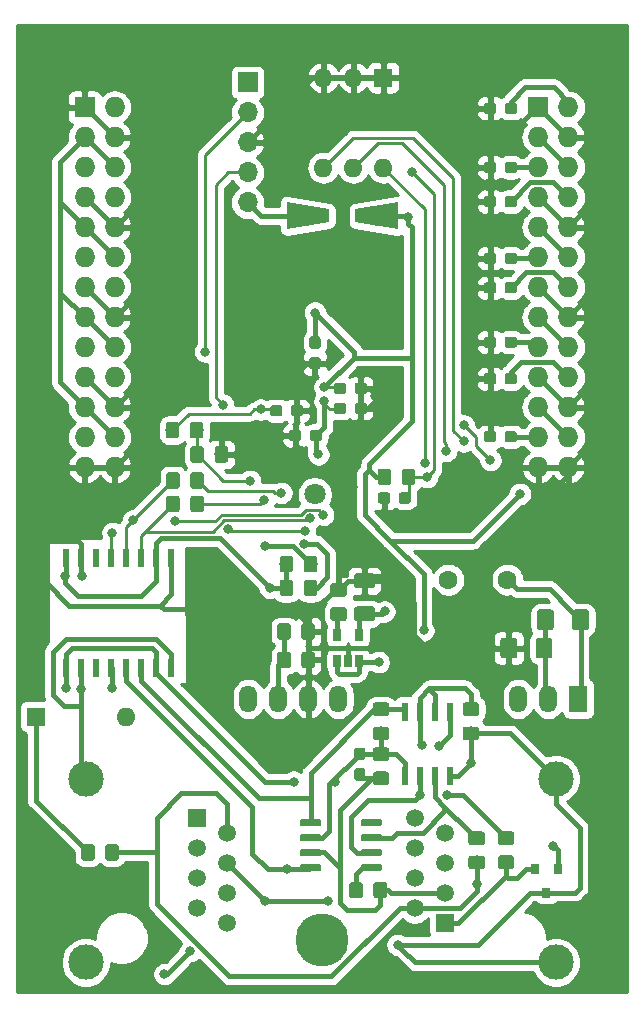
<source format=gbr>
G04 #@! TF.GenerationSoftware,KiCad,Pcbnew,(5.1.0)-1*
G04 #@! TF.CreationDate,2020-04-23T00:52:51+08:00*
G04 #@! TF.ProjectId,IRController,4952436f-6e74-4726-9f6c-6c65722e6b69,rev?*
G04 #@! TF.SameCoordinates,Original*
G04 #@! TF.FileFunction,Copper,L2,Bot*
G04 #@! TF.FilePolarity,Positive*
%FSLAX46Y46*%
G04 Gerber Fmt 4.6, Leading zero omitted, Abs format (unit mm)*
G04 Created by KiCad (PCBNEW (5.1.0)-1) date 2020-04-23 00:52:51*
%MOMM*%
%LPD*%
G04 APERTURE LIST*
%ADD10C,1.500000*%
%ADD11C,3.000000*%
%ADD12R,1.500000X1.500000*%
%ADD13O,1.727200X1.727200*%
%ADD14R,1.727200X1.727200*%
%ADD15O,1.500000X2.300000*%
%ADD16R,1.500000X2.300000*%
%ADD17C,0.100000*%
%ADD18C,1.150000*%
%ADD19C,0.950000*%
%ADD20C,1.425000*%
%ADD21C,1.600000*%
%ADD22C,1.250000*%
%ADD23C,1.676868*%
%ADD24R,0.800000X0.900000*%
%ADD25O,1.700000X1.700000*%
%ADD26R,1.700000X1.700000*%
%ADD27O,1.600000X1.600000*%
%ADD28R,1.600000X1.600000*%
%ADD29R,0.600000X1.500000*%
%ADD30C,0.600000*%
%ADD31R,0.600000X1.550000*%
%ADD32R,0.650000X1.060000*%
%ADD33C,4.500000*%
%ADD34C,4.000000*%
%ADD35C,0.800000*%
%ADD36C,1.800000*%
%ADD37C,0.400000*%
%ADD38C,0.250000*%
%ADD39C,0.254000*%
G04 APERTURE END LIST*
D10*
X124360000Y-107240000D03*
X124360000Y-104700000D03*
D11*
X136300000Y-116915000D03*
D10*
X124360000Y-112320000D03*
D12*
X126900000Y-113590000D03*
D10*
X126900000Y-105970000D03*
X124360000Y-109780000D03*
X126900000Y-108510000D03*
X126900000Y-111050000D03*
D11*
X136300000Y-101375000D03*
D13*
X98940000Y-74980000D03*
X96400000Y-74980000D03*
X98940000Y-72440000D03*
X96400000Y-72440000D03*
X98940000Y-69900000D03*
X96400000Y-69900000D03*
X98940000Y-67360000D03*
X96400000Y-67360000D03*
X98940000Y-64820000D03*
X96400000Y-64820000D03*
X98940000Y-62280000D03*
X96400000Y-62280000D03*
X98940000Y-59740000D03*
X96400000Y-59740000D03*
X98940000Y-57200000D03*
X96400000Y-57200000D03*
X98940000Y-54660000D03*
X96400000Y-54660000D03*
X98940000Y-52120000D03*
X96400000Y-52120000D03*
X98940000Y-49580000D03*
X96400000Y-49580000D03*
X98940000Y-47040000D03*
X96400000Y-47040000D03*
X98940000Y-44500000D03*
D14*
X96400000Y-44500000D03*
D15*
X110260000Y-94600000D03*
X112800000Y-94600000D03*
X115340000Y-94600000D03*
X117880000Y-94600000D03*
X133120000Y-94600000D03*
X135660000Y-94600000D03*
D16*
X138200000Y-94600000D03*
D10*
X108440000Y-111050000D03*
X108440000Y-113590000D03*
D11*
X96500000Y-101375000D03*
D10*
X108440000Y-105970000D03*
D12*
X105900000Y-104700000D03*
D10*
X105900000Y-112320000D03*
X108440000Y-108510000D03*
X105900000Y-109780000D03*
X105900000Y-107240000D03*
D11*
X96500000Y-116915000D03*
D17*
G36*
X121974505Y-100751204D02*
G01*
X121998773Y-100754804D01*
X122022572Y-100760765D01*
X122045671Y-100769030D01*
X122067850Y-100779520D01*
X122088893Y-100792132D01*
X122108599Y-100806747D01*
X122126777Y-100823223D01*
X122143253Y-100841401D01*
X122157868Y-100861107D01*
X122170480Y-100882150D01*
X122180970Y-100904329D01*
X122189235Y-100927428D01*
X122195196Y-100951227D01*
X122198796Y-100975495D01*
X122200000Y-100999999D01*
X122200000Y-101650001D01*
X122198796Y-101674505D01*
X122195196Y-101698773D01*
X122189235Y-101722572D01*
X122180970Y-101745671D01*
X122170480Y-101767850D01*
X122157868Y-101788893D01*
X122143253Y-101808599D01*
X122126777Y-101826777D01*
X122108599Y-101843253D01*
X122088893Y-101857868D01*
X122067850Y-101870480D01*
X122045671Y-101880970D01*
X122022572Y-101889235D01*
X121998773Y-101895196D01*
X121974505Y-101898796D01*
X121950001Y-101900000D01*
X121049999Y-101900000D01*
X121025495Y-101898796D01*
X121001227Y-101895196D01*
X120977428Y-101889235D01*
X120954329Y-101880970D01*
X120932150Y-101870480D01*
X120911107Y-101857868D01*
X120891401Y-101843253D01*
X120873223Y-101826777D01*
X120856747Y-101808599D01*
X120842132Y-101788893D01*
X120829520Y-101767850D01*
X120819030Y-101745671D01*
X120810765Y-101722572D01*
X120804804Y-101698773D01*
X120801204Y-101674505D01*
X120800000Y-101650001D01*
X120800000Y-100999999D01*
X120801204Y-100975495D01*
X120804804Y-100951227D01*
X120810765Y-100927428D01*
X120819030Y-100904329D01*
X120829520Y-100882150D01*
X120842132Y-100861107D01*
X120856747Y-100841401D01*
X120873223Y-100823223D01*
X120891401Y-100806747D01*
X120911107Y-100792132D01*
X120932150Y-100779520D01*
X120954329Y-100769030D01*
X120977428Y-100760765D01*
X121001227Y-100754804D01*
X121025495Y-100751204D01*
X121049999Y-100750000D01*
X121950001Y-100750000D01*
X121974505Y-100751204D01*
X121974505Y-100751204D01*
G37*
D18*
X121500000Y-101325000D03*
D17*
G36*
X121974505Y-98701204D02*
G01*
X121998773Y-98704804D01*
X122022572Y-98710765D01*
X122045671Y-98719030D01*
X122067850Y-98729520D01*
X122088893Y-98742132D01*
X122108599Y-98756747D01*
X122126777Y-98773223D01*
X122143253Y-98791401D01*
X122157868Y-98811107D01*
X122170480Y-98832150D01*
X122180970Y-98854329D01*
X122189235Y-98877428D01*
X122195196Y-98901227D01*
X122198796Y-98925495D01*
X122200000Y-98949999D01*
X122200000Y-99600001D01*
X122198796Y-99624505D01*
X122195196Y-99648773D01*
X122189235Y-99672572D01*
X122180970Y-99695671D01*
X122170480Y-99717850D01*
X122157868Y-99738893D01*
X122143253Y-99758599D01*
X122126777Y-99776777D01*
X122108599Y-99793253D01*
X122088893Y-99807868D01*
X122067850Y-99820480D01*
X122045671Y-99830970D01*
X122022572Y-99839235D01*
X121998773Y-99845196D01*
X121974505Y-99848796D01*
X121950001Y-99850000D01*
X121049999Y-99850000D01*
X121025495Y-99848796D01*
X121001227Y-99845196D01*
X120977428Y-99839235D01*
X120954329Y-99830970D01*
X120932150Y-99820480D01*
X120911107Y-99807868D01*
X120891401Y-99793253D01*
X120873223Y-99776777D01*
X120856747Y-99758599D01*
X120842132Y-99738893D01*
X120829520Y-99717850D01*
X120819030Y-99695671D01*
X120810765Y-99672572D01*
X120804804Y-99648773D01*
X120801204Y-99624505D01*
X120800000Y-99600001D01*
X120800000Y-98949999D01*
X120801204Y-98925495D01*
X120804804Y-98901227D01*
X120810765Y-98877428D01*
X120819030Y-98854329D01*
X120829520Y-98832150D01*
X120842132Y-98811107D01*
X120856747Y-98791401D01*
X120873223Y-98773223D01*
X120891401Y-98756747D01*
X120911107Y-98742132D01*
X120932150Y-98729520D01*
X120954329Y-98719030D01*
X120977428Y-98710765D01*
X121001227Y-98704804D01*
X121025495Y-98701204D01*
X121049999Y-98700000D01*
X121950001Y-98700000D01*
X121974505Y-98701204D01*
X121974505Y-98701204D01*
G37*
D18*
X121500000Y-99275000D03*
D17*
G36*
X119960779Y-100476144D02*
G01*
X119983834Y-100479563D01*
X120006443Y-100485227D01*
X120028387Y-100493079D01*
X120049457Y-100503044D01*
X120069448Y-100515026D01*
X120088168Y-100528910D01*
X120105438Y-100544562D01*
X120121090Y-100561832D01*
X120134974Y-100580552D01*
X120146956Y-100600543D01*
X120156921Y-100621613D01*
X120164773Y-100643557D01*
X120170437Y-100666166D01*
X120173856Y-100689221D01*
X120175000Y-100712500D01*
X120175000Y-101287500D01*
X120173856Y-101310779D01*
X120170437Y-101333834D01*
X120164773Y-101356443D01*
X120156921Y-101378387D01*
X120146956Y-101399457D01*
X120134974Y-101419448D01*
X120121090Y-101438168D01*
X120105438Y-101455438D01*
X120088168Y-101471090D01*
X120069448Y-101484974D01*
X120049457Y-101496956D01*
X120028387Y-101506921D01*
X120006443Y-101514773D01*
X119983834Y-101520437D01*
X119960779Y-101523856D01*
X119937500Y-101525000D01*
X119462500Y-101525000D01*
X119439221Y-101523856D01*
X119416166Y-101520437D01*
X119393557Y-101514773D01*
X119371613Y-101506921D01*
X119350543Y-101496956D01*
X119330552Y-101484974D01*
X119311832Y-101471090D01*
X119294562Y-101455438D01*
X119278910Y-101438168D01*
X119265026Y-101419448D01*
X119253044Y-101399457D01*
X119243079Y-101378387D01*
X119235227Y-101356443D01*
X119229563Y-101333834D01*
X119226144Y-101310779D01*
X119225000Y-101287500D01*
X119225000Y-100712500D01*
X119226144Y-100689221D01*
X119229563Y-100666166D01*
X119235227Y-100643557D01*
X119243079Y-100621613D01*
X119253044Y-100600543D01*
X119265026Y-100580552D01*
X119278910Y-100561832D01*
X119294562Y-100544562D01*
X119311832Y-100528910D01*
X119330552Y-100515026D01*
X119350543Y-100503044D01*
X119371613Y-100493079D01*
X119393557Y-100485227D01*
X119416166Y-100479563D01*
X119439221Y-100476144D01*
X119462500Y-100475000D01*
X119937500Y-100475000D01*
X119960779Y-100476144D01*
X119960779Y-100476144D01*
G37*
D19*
X119700000Y-101000000D03*
D17*
G36*
X119960779Y-98726144D02*
G01*
X119983834Y-98729563D01*
X120006443Y-98735227D01*
X120028387Y-98743079D01*
X120049457Y-98753044D01*
X120069448Y-98765026D01*
X120088168Y-98778910D01*
X120105438Y-98794562D01*
X120121090Y-98811832D01*
X120134974Y-98830552D01*
X120146956Y-98850543D01*
X120156921Y-98871613D01*
X120164773Y-98893557D01*
X120170437Y-98916166D01*
X120173856Y-98939221D01*
X120175000Y-98962500D01*
X120175000Y-99537500D01*
X120173856Y-99560779D01*
X120170437Y-99583834D01*
X120164773Y-99606443D01*
X120156921Y-99628387D01*
X120146956Y-99649457D01*
X120134974Y-99669448D01*
X120121090Y-99688168D01*
X120105438Y-99705438D01*
X120088168Y-99721090D01*
X120069448Y-99734974D01*
X120049457Y-99746956D01*
X120028387Y-99756921D01*
X120006443Y-99764773D01*
X119983834Y-99770437D01*
X119960779Y-99773856D01*
X119937500Y-99775000D01*
X119462500Y-99775000D01*
X119439221Y-99773856D01*
X119416166Y-99770437D01*
X119393557Y-99764773D01*
X119371613Y-99756921D01*
X119350543Y-99746956D01*
X119330552Y-99734974D01*
X119311832Y-99721090D01*
X119294562Y-99705438D01*
X119278910Y-99688168D01*
X119265026Y-99669448D01*
X119253044Y-99649457D01*
X119243079Y-99628387D01*
X119235227Y-99606443D01*
X119229563Y-99583834D01*
X119226144Y-99560779D01*
X119225000Y-99537500D01*
X119225000Y-98962500D01*
X119226144Y-98939221D01*
X119229563Y-98916166D01*
X119235227Y-98893557D01*
X119243079Y-98871613D01*
X119253044Y-98850543D01*
X119265026Y-98830552D01*
X119278910Y-98811832D01*
X119294562Y-98794562D01*
X119311832Y-98778910D01*
X119330552Y-98765026D01*
X119350543Y-98753044D01*
X119371613Y-98743079D01*
X119393557Y-98735227D01*
X119416166Y-98729563D01*
X119439221Y-98726144D01*
X119462500Y-98725000D01*
X119937500Y-98725000D01*
X119960779Y-98726144D01*
X119960779Y-98726144D01*
G37*
D19*
X119700000Y-99250000D03*
D17*
G36*
X120085779Y-67826144D02*
G01*
X120108834Y-67829563D01*
X120131443Y-67835227D01*
X120153387Y-67843079D01*
X120174457Y-67853044D01*
X120194448Y-67865026D01*
X120213168Y-67878910D01*
X120230438Y-67894562D01*
X120246090Y-67911832D01*
X120259974Y-67930552D01*
X120271956Y-67950543D01*
X120281921Y-67971613D01*
X120289773Y-67993557D01*
X120295437Y-68016166D01*
X120298856Y-68039221D01*
X120300000Y-68062500D01*
X120300000Y-68537500D01*
X120298856Y-68560779D01*
X120295437Y-68583834D01*
X120289773Y-68606443D01*
X120281921Y-68628387D01*
X120271956Y-68649457D01*
X120259974Y-68669448D01*
X120246090Y-68688168D01*
X120230438Y-68705438D01*
X120213168Y-68721090D01*
X120194448Y-68734974D01*
X120174457Y-68746956D01*
X120153387Y-68756921D01*
X120131443Y-68764773D01*
X120108834Y-68770437D01*
X120085779Y-68773856D01*
X120062500Y-68775000D01*
X119487500Y-68775000D01*
X119464221Y-68773856D01*
X119441166Y-68770437D01*
X119418557Y-68764773D01*
X119396613Y-68756921D01*
X119375543Y-68746956D01*
X119355552Y-68734974D01*
X119336832Y-68721090D01*
X119319562Y-68705438D01*
X119303910Y-68688168D01*
X119290026Y-68669448D01*
X119278044Y-68649457D01*
X119268079Y-68628387D01*
X119260227Y-68606443D01*
X119254563Y-68583834D01*
X119251144Y-68560779D01*
X119250000Y-68537500D01*
X119250000Y-68062500D01*
X119251144Y-68039221D01*
X119254563Y-68016166D01*
X119260227Y-67993557D01*
X119268079Y-67971613D01*
X119278044Y-67950543D01*
X119290026Y-67930552D01*
X119303910Y-67911832D01*
X119319562Y-67894562D01*
X119336832Y-67878910D01*
X119355552Y-67865026D01*
X119375543Y-67853044D01*
X119396613Y-67843079D01*
X119418557Y-67835227D01*
X119441166Y-67829563D01*
X119464221Y-67826144D01*
X119487500Y-67825000D01*
X120062500Y-67825000D01*
X120085779Y-67826144D01*
X120085779Y-67826144D01*
G37*
D19*
X119775000Y-68300000D03*
D17*
G36*
X118335779Y-67826144D02*
G01*
X118358834Y-67829563D01*
X118381443Y-67835227D01*
X118403387Y-67843079D01*
X118424457Y-67853044D01*
X118444448Y-67865026D01*
X118463168Y-67878910D01*
X118480438Y-67894562D01*
X118496090Y-67911832D01*
X118509974Y-67930552D01*
X118521956Y-67950543D01*
X118531921Y-67971613D01*
X118539773Y-67993557D01*
X118545437Y-68016166D01*
X118548856Y-68039221D01*
X118550000Y-68062500D01*
X118550000Y-68537500D01*
X118548856Y-68560779D01*
X118545437Y-68583834D01*
X118539773Y-68606443D01*
X118531921Y-68628387D01*
X118521956Y-68649457D01*
X118509974Y-68669448D01*
X118496090Y-68688168D01*
X118480438Y-68705438D01*
X118463168Y-68721090D01*
X118444448Y-68734974D01*
X118424457Y-68746956D01*
X118403387Y-68756921D01*
X118381443Y-68764773D01*
X118358834Y-68770437D01*
X118335779Y-68773856D01*
X118312500Y-68775000D01*
X117737500Y-68775000D01*
X117714221Y-68773856D01*
X117691166Y-68770437D01*
X117668557Y-68764773D01*
X117646613Y-68756921D01*
X117625543Y-68746956D01*
X117605552Y-68734974D01*
X117586832Y-68721090D01*
X117569562Y-68705438D01*
X117553910Y-68688168D01*
X117540026Y-68669448D01*
X117528044Y-68649457D01*
X117518079Y-68628387D01*
X117510227Y-68606443D01*
X117504563Y-68583834D01*
X117501144Y-68560779D01*
X117500000Y-68537500D01*
X117500000Y-68062500D01*
X117501144Y-68039221D01*
X117504563Y-68016166D01*
X117510227Y-67993557D01*
X117518079Y-67971613D01*
X117528044Y-67950543D01*
X117540026Y-67930552D01*
X117553910Y-67911832D01*
X117569562Y-67894562D01*
X117586832Y-67878910D01*
X117605552Y-67865026D01*
X117625543Y-67853044D01*
X117646613Y-67843079D01*
X117668557Y-67835227D01*
X117691166Y-67829563D01*
X117714221Y-67826144D01*
X117737500Y-67825000D01*
X118312500Y-67825000D01*
X118335779Y-67826144D01*
X118335779Y-67826144D01*
G37*
D19*
X118025000Y-68300000D03*
D17*
G36*
X116160779Y-65651144D02*
G01*
X116183834Y-65654563D01*
X116206443Y-65660227D01*
X116228387Y-65668079D01*
X116249457Y-65678044D01*
X116269448Y-65690026D01*
X116288168Y-65703910D01*
X116305438Y-65719562D01*
X116321090Y-65736832D01*
X116334974Y-65755552D01*
X116346956Y-65775543D01*
X116356921Y-65796613D01*
X116364773Y-65818557D01*
X116370437Y-65841166D01*
X116373856Y-65864221D01*
X116375000Y-65887500D01*
X116375000Y-66462500D01*
X116373856Y-66485779D01*
X116370437Y-66508834D01*
X116364773Y-66531443D01*
X116356921Y-66553387D01*
X116346956Y-66574457D01*
X116334974Y-66594448D01*
X116321090Y-66613168D01*
X116305438Y-66630438D01*
X116288168Y-66646090D01*
X116269448Y-66659974D01*
X116249457Y-66671956D01*
X116228387Y-66681921D01*
X116206443Y-66689773D01*
X116183834Y-66695437D01*
X116160779Y-66698856D01*
X116137500Y-66700000D01*
X115662500Y-66700000D01*
X115639221Y-66698856D01*
X115616166Y-66695437D01*
X115593557Y-66689773D01*
X115571613Y-66681921D01*
X115550543Y-66671956D01*
X115530552Y-66659974D01*
X115511832Y-66646090D01*
X115494562Y-66630438D01*
X115478910Y-66613168D01*
X115465026Y-66594448D01*
X115453044Y-66574457D01*
X115443079Y-66553387D01*
X115435227Y-66531443D01*
X115429563Y-66508834D01*
X115426144Y-66485779D01*
X115425000Y-66462500D01*
X115425000Y-65887500D01*
X115426144Y-65864221D01*
X115429563Y-65841166D01*
X115435227Y-65818557D01*
X115443079Y-65796613D01*
X115453044Y-65775543D01*
X115465026Y-65755552D01*
X115478910Y-65736832D01*
X115494562Y-65719562D01*
X115511832Y-65703910D01*
X115530552Y-65690026D01*
X115550543Y-65678044D01*
X115571613Y-65668079D01*
X115593557Y-65660227D01*
X115616166Y-65654563D01*
X115639221Y-65651144D01*
X115662500Y-65650000D01*
X116137500Y-65650000D01*
X116160779Y-65651144D01*
X116160779Y-65651144D01*
G37*
D19*
X115900000Y-66175000D03*
D17*
G36*
X116160779Y-63901144D02*
G01*
X116183834Y-63904563D01*
X116206443Y-63910227D01*
X116228387Y-63918079D01*
X116249457Y-63928044D01*
X116269448Y-63940026D01*
X116288168Y-63953910D01*
X116305438Y-63969562D01*
X116321090Y-63986832D01*
X116334974Y-64005552D01*
X116346956Y-64025543D01*
X116356921Y-64046613D01*
X116364773Y-64068557D01*
X116370437Y-64091166D01*
X116373856Y-64114221D01*
X116375000Y-64137500D01*
X116375000Y-64712500D01*
X116373856Y-64735779D01*
X116370437Y-64758834D01*
X116364773Y-64781443D01*
X116356921Y-64803387D01*
X116346956Y-64824457D01*
X116334974Y-64844448D01*
X116321090Y-64863168D01*
X116305438Y-64880438D01*
X116288168Y-64896090D01*
X116269448Y-64909974D01*
X116249457Y-64921956D01*
X116228387Y-64931921D01*
X116206443Y-64939773D01*
X116183834Y-64945437D01*
X116160779Y-64948856D01*
X116137500Y-64950000D01*
X115662500Y-64950000D01*
X115639221Y-64948856D01*
X115616166Y-64945437D01*
X115593557Y-64939773D01*
X115571613Y-64931921D01*
X115550543Y-64921956D01*
X115530552Y-64909974D01*
X115511832Y-64896090D01*
X115494562Y-64880438D01*
X115478910Y-64863168D01*
X115465026Y-64844448D01*
X115453044Y-64824457D01*
X115443079Y-64803387D01*
X115435227Y-64781443D01*
X115429563Y-64758834D01*
X115426144Y-64735779D01*
X115425000Y-64712500D01*
X115425000Y-64137500D01*
X115426144Y-64114221D01*
X115429563Y-64091166D01*
X115435227Y-64068557D01*
X115443079Y-64046613D01*
X115453044Y-64025543D01*
X115465026Y-64005552D01*
X115478910Y-63986832D01*
X115494562Y-63969562D01*
X115511832Y-63953910D01*
X115530552Y-63940026D01*
X115550543Y-63928044D01*
X115571613Y-63918079D01*
X115593557Y-63910227D01*
X115616166Y-63904563D01*
X115639221Y-63901144D01*
X115662500Y-63900000D01*
X116137500Y-63900000D01*
X116160779Y-63901144D01*
X116160779Y-63901144D01*
G37*
D19*
X115900000Y-64425000D03*
D17*
G36*
X114685779Y-69726144D02*
G01*
X114708834Y-69729563D01*
X114731443Y-69735227D01*
X114753387Y-69743079D01*
X114774457Y-69753044D01*
X114794448Y-69765026D01*
X114813168Y-69778910D01*
X114830438Y-69794562D01*
X114846090Y-69811832D01*
X114859974Y-69830552D01*
X114871956Y-69850543D01*
X114881921Y-69871613D01*
X114889773Y-69893557D01*
X114895437Y-69916166D01*
X114898856Y-69939221D01*
X114900000Y-69962500D01*
X114900000Y-70437500D01*
X114898856Y-70460779D01*
X114895437Y-70483834D01*
X114889773Y-70506443D01*
X114881921Y-70528387D01*
X114871956Y-70549457D01*
X114859974Y-70569448D01*
X114846090Y-70588168D01*
X114830438Y-70605438D01*
X114813168Y-70621090D01*
X114794448Y-70634974D01*
X114774457Y-70646956D01*
X114753387Y-70656921D01*
X114731443Y-70664773D01*
X114708834Y-70670437D01*
X114685779Y-70673856D01*
X114662500Y-70675000D01*
X114087500Y-70675000D01*
X114064221Y-70673856D01*
X114041166Y-70670437D01*
X114018557Y-70664773D01*
X113996613Y-70656921D01*
X113975543Y-70646956D01*
X113955552Y-70634974D01*
X113936832Y-70621090D01*
X113919562Y-70605438D01*
X113903910Y-70588168D01*
X113890026Y-70569448D01*
X113878044Y-70549457D01*
X113868079Y-70528387D01*
X113860227Y-70506443D01*
X113854563Y-70483834D01*
X113851144Y-70460779D01*
X113850000Y-70437500D01*
X113850000Y-69962500D01*
X113851144Y-69939221D01*
X113854563Y-69916166D01*
X113860227Y-69893557D01*
X113868079Y-69871613D01*
X113878044Y-69850543D01*
X113890026Y-69830552D01*
X113903910Y-69811832D01*
X113919562Y-69794562D01*
X113936832Y-69778910D01*
X113955552Y-69765026D01*
X113975543Y-69753044D01*
X113996613Y-69743079D01*
X114018557Y-69735227D01*
X114041166Y-69729563D01*
X114064221Y-69726144D01*
X114087500Y-69725000D01*
X114662500Y-69725000D01*
X114685779Y-69726144D01*
X114685779Y-69726144D01*
G37*
D19*
X114375000Y-70200000D03*
D17*
G36*
X112935779Y-69726144D02*
G01*
X112958834Y-69729563D01*
X112981443Y-69735227D01*
X113003387Y-69743079D01*
X113024457Y-69753044D01*
X113044448Y-69765026D01*
X113063168Y-69778910D01*
X113080438Y-69794562D01*
X113096090Y-69811832D01*
X113109974Y-69830552D01*
X113121956Y-69850543D01*
X113131921Y-69871613D01*
X113139773Y-69893557D01*
X113145437Y-69916166D01*
X113148856Y-69939221D01*
X113150000Y-69962500D01*
X113150000Y-70437500D01*
X113148856Y-70460779D01*
X113145437Y-70483834D01*
X113139773Y-70506443D01*
X113131921Y-70528387D01*
X113121956Y-70549457D01*
X113109974Y-70569448D01*
X113096090Y-70588168D01*
X113080438Y-70605438D01*
X113063168Y-70621090D01*
X113044448Y-70634974D01*
X113024457Y-70646956D01*
X113003387Y-70656921D01*
X112981443Y-70664773D01*
X112958834Y-70670437D01*
X112935779Y-70673856D01*
X112912500Y-70675000D01*
X112337500Y-70675000D01*
X112314221Y-70673856D01*
X112291166Y-70670437D01*
X112268557Y-70664773D01*
X112246613Y-70656921D01*
X112225543Y-70646956D01*
X112205552Y-70634974D01*
X112186832Y-70621090D01*
X112169562Y-70605438D01*
X112153910Y-70588168D01*
X112140026Y-70569448D01*
X112128044Y-70549457D01*
X112118079Y-70528387D01*
X112110227Y-70506443D01*
X112104563Y-70483834D01*
X112101144Y-70460779D01*
X112100000Y-70437500D01*
X112100000Y-69962500D01*
X112101144Y-69939221D01*
X112104563Y-69916166D01*
X112110227Y-69893557D01*
X112118079Y-69871613D01*
X112128044Y-69850543D01*
X112140026Y-69830552D01*
X112153910Y-69811832D01*
X112169562Y-69794562D01*
X112186832Y-69778910D01*
X112205552Y-69765026D01*
X112225543Y-69753044D01*
X112246613Y-69743079D01*
X112268557Y-69735227D01*
X112291166Y-69729563D01*
X112314221Y-69726144D01*
X112337500Y-69725000D01*
X112912500Y-69725000D01*
X112935779Y-69726144D01*
X112935779Y-69726144D01*
G37*
D19*
X112625000Y-70200000D03*
D17*
G36*
X114535779Y-71826144D02*
G01*
X114558834Y-71829563D01*
X114581443Y-71835227D01*
X114603387Y-71843079D01*
X114624457Y-71853044D01*
X114644448Y-71865026D01*
X114663168Y-71878910D01*
X114680438Y-71894562D01*
X114696090Y-71911832D01*
X114709974Y-71930552D01*
X114721956Y-71950543D01*
X114731921Y-71971613D01*
X114739773Y-71993557D01*
X114745437Y-72016166D01*
X114748856Y-72039221D01*
X114750000Y-72062500D01*
X114750000Y-72537500D01*
X114748856Y-72560779D01*
X114745437Y-72583834D01*
X114739773Y-72606443D01*
X114731921Y-72628387D01*
X114721956Y-72649457D01*
X114709974Y-72669448D01*
X114696090Y-72688168D01*
X114680438Y-72705438D01*
X114663168Y-72721090D01*
X114644448Y-72734974D01*
X114624457Y-72746956D01*
X114603387Y-72756921D01*
X114581443Y-72764773D01*
X114558834Y-72770437D01*
X114535779Y-72773856D01*
X114512500Y-72775000D01*
X113937500Y-72775000D01*
X113914221Y-72773856D01*
X113891166Y-72770437D01*
X113868557Y-72764773D01*
X113846613Y-72756921D01*
X113825543Y-72746956D01*
X113805552Y-72734974D01*
X113786832Y-72721090D01*
X113769562Y-72705438D01*
X113753910Y-72688168D01*
X113740026Y-72669448D01*
X113728044Y-72649457D01*
X113718079Y-72628387D01*
X113710227Y-72606443D01*
X113704563Y-72583834D01*
X113701144Y-72560779D01*
X113700000Y-72537500D01*
X113700000Y-72062500D01*
X113701144Y-72039221D01*
X113704563Y-72016166D01*
X113710227Y-71993557D01*
X113718079Y-71971613D01*
X113728044Y-71950543D01*
X113740026Y-71930552D01*
X113753910Y-71911832D01*
X113769562Y-71894562D01*
X113786832Y-71878910D01*
X113805552Y-71865026D01*
X113825543Y-71853044D01*
X113846613Y-71843079D01*
X113868557Y-71835227D01*
X113891166Y-71829563D01*
X113914221Y-71826144D01*
X113937500Y-71825000D01*
X114512500Y-71825000D01*
X114535779Y-71826144D01*
X114535779Y-71826144D01*
G37*
D19*
X114225000Y-72300000D03*
D17*
G36*
X116285779Y-71826144D02*
G01*
X116308834Y-71829563D01*
X116331443Y-71835227D01*
X116353387Y-71843079D01*
X116374457Y-71853044D01*
X116394448Y-71865026D01*
X116413168Y-71878910D01*
X116430438Y-71894562D01*
X116446090Y-71911832D01*
X116459974Y-71930552D01*
X116471956Y-71950543D01*
X116481921Y-71971613D01*
X116489773Y-71993557D01*
X116495437Y-72016166D01*
X116498856Y-72039221D01*
X116500000Y-72062500D01*
X116500000Y-72537500D01*
X116498856Y-72560779D01*
X116495437Y-72583834D01*
X116489773Y-72606443D01*
X116481921Y-72628387D01*
X116471956Y-72649457D01*
X116459974Y-72669448D01*
X116446090Y-72688168D01*
X116430438Y-72705438D01*
X116413168Y-72721090D01*
X116394448Y-72734974D01*
X116374457Y-72746956D01*
X116353387Y-72756921D01*
X116331443Y-72764773D01*
X116308834Y-72770437D01*
X116285779Y-72773856D01*
X116262500Y-72775000D01*
X115687500Y-72775000D01*
X115664221Y-72773856D01*
X115641166Y-72770437D01*
X115618557Y-72764773D01*
X115596613Y-72756921D01*
X115575543Y-72746956D01*
X115555552Y-72734974D01*
X115536832Y-72721090D01*
X115519562Y-72705438D01*
X115503910Y-72688168D01*
X115490026Y-72669448D01*
X115478044Y-72649457D01*
X115468079Y-72628387D01*
X115460227Y-72606443D01*
X115454563Y-72583834D01*
X115451144Y-72560779D01*
X115450000Y-72537500D01*
X115450000Y-72062500D01*
X115451144Y-72039221D01*
X115454563Y-72016166D01*
X115460227Y-71993557D01*
X115468079Y-71971613D01*
X115478044Y-71950543D01*
X115490026Y-71930552D01*
X115503910Y-71911832D01*
X115519562Y-71894562D01*
X115536832Y-71878910D01*
X115555552Y-71865026D01*
X115575543Y-71853044D01*
X115596613Y-71843079D01*
X115618557Y-71835227D01*
X115641166Y-71829563D01*
X115664221Y-71826144D01*
X115687500Y-71825000D01*
X116262500Y-71825000D01*
X116285779Y-71826144D01*
X116285779Y-71826144D01*
G37*
D19*
X115975000Y-72300000D03*
D17*
G36*
X120085779Y-69526144D02*
G01*
X120108834Y-69529563D01*
X120131443Y-69535227D01*
X120153387Y-69543079D01*
X120174457Y-69553044D01*
X120194448Y-69565026D01*
X120213168Y-69578910D01*
X120230438Y-69594562D01*
X120246090Y-69611832D01*
X120259974Y-69630552D01*
X120271956Y-69650543D01*
X120281921Y-69671613D01*
X120289773Y-69693557D01*
X120295437Y-69716166D01*
X120298856Y-69739221D01*
X120300000Y-69762500D01*
X120300000Y-70237500D01*
X120298856Y-70260779D01*
X120295437Y-70283834D01*
X120289773Y-70306443D01*
X120281921Y-70328387D01*
X120271956Y-70349457D01*
X120259974Y-70369448D01*
X120246090Y-70388168D01*
X120230438Y-70405438D01*
X120213168Y-70421090D01*
X120194448Y-70434974D01*
X120174457Y-70446956D01*
X120153387Y-70456921D01*
X120131443Y-70464773D01*
X120108834Y-70470437D01*
X120085779Y-70473856D01*
X120062500Y-70475000D01*
X119487500Y-70475000D01*
X119464221Y-70473856D01*
X119441166Y-70470437D01*
X119418557Y-70464773D01*
X119396613Y-70456921D01*
X119375543Y-70446956D01*
X119355552Y-70434974D01*
X119336832Y-70421090D01*
X119319562Y-70405438D01*
X119303910Y-70388168D01*
X119290026Y-70369448D01*
X119278044Y-70349457D01*
X119268079Y-70328387D01*
X119260227Y-70306443D01*
X119254563Y-70283834D01*
X119251144Y-70260779D01*
X119250000Y-70237500D01*
X119250000Y-69762500D01*
X119251144Y-69739221D01*
X119254563Y-69716166D01*
X119260227Y-69693557D01*
X119268079Y-69671613D01*
X119278044Y-69650543D01*
X119290026Y-69630552D01*
X119303910Y-69611832D01*
X119319562Y-69594562D01*
X119336832Y-69578910D01*
X119355552Y-69565026D01*
X119375543Y-69553044D01*
X119396613Y-69543079D01*
X119418557Y-69535227D01*
X119441166Y-69529563D01*
X119464221Y-69526144D01*
X119487500Y-69525000D01*
X120062500Y-69525000D01*
X120085779Y-69526144D01*
X120085779Y-69526144D01*
G37*
D19*
X119775000Y-70000000D03*
D17*
G36*
X118335779Y-69526144D02*
G01*
X118358834Y-69529563D01*
X118381443Y-69535227D01*
X118403387Y-69543079D01*
X118424457Y-69553044D01*
X118444448Y-69565026D01*
X118463168Y-69578910D01*
X118480438Y-69594562D01*
X118496090Y-69611832D01*
X118509974Y-69630552D01*
X118521956Y-69650543D01*
X118531921Y-69671613D01*
X118539773Y-69693557D01*
X118545437Y-69716166D01*
X118548856Y-69739221D01*
X118550000Y-69762500D01*
X118550000Y-70237500D01*
X118548856Y-70260779D01*
X118545437Y-70283834D01*
X118539773Y-70306443D01*
X118531921Y-70328387D01*
X118521956Y-70349457D01*
X118509974Y-70369448D01*
X118496090Y-70388168D01*
X118480438Y-70405438D01*
X118463168Y-70421090D01*
X118444448Y-70434974D01*
X118424457Y-70446956D01*
X118403387Y-70456921D01*
X118381443Y-70464773D01*
X118358834Y-70470437D01*
X118335779Y-70473856D01*
X118312500Y-70475000D01*
X117737500Y-70475000D01*
X117714221Y-70473856D01*
X117691166Y-70470437D01*
X117668557Y-70464773D01*
X117646613Y-70456921D01*
X117625543Y-70446956D01*
X117605552Y-70434974D01*
X117586832Y-70421090D01*
X117569562Y-70405438D01*
X117553910Y-70388168D01*
X117540026Y-70369448D01*
X117528044Y-70349457D01*
X117518079Y-70328387D01*
X117510227Y-70306443D01*
X117504563Y-70283834D01*
X117501144Y-70260779D01*
X117500000Y-70237500D01*
X117500000Y-69762500D01*
X117501144Y-69739221D01*
X117504563Y-69716166D01*
X117510227Y-69693557D01*
X117518079Y-69671613D01*
X117528044Y-69650543D01*
X117540026Y-69630552D01*
X117553910Y-69611832D01*
X117569562Y-69594562D01*
X117586832Y-69578910D01*
X117605552Y-69565026D01*
X117625543Y-69553044D01*
X117646613Y-69543079D01*
X117668557Y-69535227D01*
X117691166Y-69529563D01*
X117714221Y-69526144D01*
X117737500Y-69525000D01*
X118312500Y-69525000D01*
X118335779Y-69526144D01*
X118335779Y-69526144D01*
G37*
D19*
X118025000Y-70000000D03*
D17*
G36*
X135899504Y-87026204D02*
G01*
X135923773Y-87029804D01*
X135947571Y-87035765D01*
X135970671Y-87044030D01*
X135992849Y-87054520D01*
X136013893Y-87067133D01*
X136033598Y-87081747D01*
X136051777Y-87098223D01*
X136068253Y-87116402D01*
X136082867Y-87136107D01*
X136095480Y-87157151D01*
X136105970Y-87179329D01*
X136114235Y-87202429D01*
X136120196Y-87226227D01*
X136123796Y-87250496D01*
X136125000Y-87275000D01*
X136125000Y-88525000D01*
X136123796Y-88549504D01*
X136120196Y-88573773D01*
X136114235Y-88597571D01*
X136105970Y-88620671D01*
X136095480Y-88642849D01*
X136082867Y-88663893D01*
X136068253Y-88683598D01*
X136051777Y-88701777D01*
X136033598Y-88718253D01*
X136013893Y-88732867D01*
X135992849Y-88745480D01*
X135970671Y-88755970D01*
X135947571Y-88764235D01*
X135923773Y-88770196D01*
X135899504Y-88773796D01*
X135875000Y-88775000D01*
X134950000Y-88775000D01*
X134925496Y-88773796D01*
X134901227Y-88770196D01*
X134877429Y-88764235D01*
X134854329Y-88755970D01*
X134832151Y-88745480D01*
X134811107Y-88732867D01*
X134791402Y-88718253D01*
X134773223Y-88701777D01*
X134756747Y-88683598D01*
X134742133Y-88663893D01*
X134729520Y-88642849D01*
X134719030Y-88620671D01*
X134710765Y-88597571D01*
X134704804Y-88573773D01*
X134701204Y-88549504D01*
X134700000Y-88525000D01*
X134700000Y-87275000D01*
X134701204Y-87250496D01*
X134704804Y-87226227D01*
X134710765Y-87202429D01*
X134719030Y-87179329D01*
X134729520Y-87157151D01*
X134742133Y-87136107D01*
X134756747Y-87116402D01*
X134773223Y-87098223D01*
X134791402Y-87081747D01*
X134811107Y-87067133D01*
X134832151Y-87054520D01*
X134854329Y-87044030D01*
X134877429Y-87035765D01*
X134901227Y-87029804D01*
X134925496Y-87026204D01*
X134950000Y-87025000D01*
X135875000Y-87025000D01*
X135899504Y-87026204D01*
X135899504Y-87026204D01*
G37*
D20*
X135412500Y-87900000D03*
D17*
G36*
X138874504Y-87026204D02*
G01*
X138898773Y-87029804D01*
X138922571Y-87035765D01*
X138945671Y-87044030D01*
X138967849Y-87054520D01*
X138988893Y-87067133D01*
X139008598Y-87081747D01*
X139026777Y-87098223D01*
X139043253Y-87116402D01*
X139057867Y-87136107D01*
X139070480Y-87157151D01*
X139080970Y-87179329D01*
X139089235Y-87202429D01*
X139095196Y-87226227D01*
X139098796Y-87250496D01*
X139100000Y-87275000D01*
X139100000Y-88525000D01*
X139098796Y-88549504D01*
X139095196Y-88573773D01*
X139089235Y-88597571D01*
X139080970Y-88620671D01*
X139070480Y-88642849D01*
X139057867Y-88663893D01*
X139043253Y-88683598D01*
X139026777Y-88701777D01*
X139008598Y-88718253D01*
X138988893Y-88732867D01*
X138967849Y-88745480D01*
X138945671Y-88755970D01*
X138922571Y-88764235D01*
X138898773Y-88770196D01*
X138874504Y-88773796D01*
X138850000Y-88775000D01*
X137925000Y-88775000D01*
X137900496Y-88773796D01*
X137876227Y-88770196D01*
X137852429Y-88764235D01*
X137829329Y-88755970D01*
X137807151Y-88745480D01*
X137786107Y-88732867D01*
X137766402Y-88718253D01*
X137748223Y-88701777D01*
X137731747Y-88683598D01*
X137717133Y-88663893D01*
X137704520Y-88642849D01*
X137694030Y-88620671D01*
X137685765Y-88597571D01*
X137679804Y-88573773D01*
X137676204Y-88549504D01*
X137675000Y-88525000D01*
X137675000Y-87275000D01*
X137676204Y-87250496D01*
X137679804Y-87226227D01*
X137685765Y-87202429D01*
X137694030Y-87179329D01*
X137704520Y-87157151D01*
X137717133Y-87136107D01*
X137731747Y-87116402D01*
X137748223Y-87098223D01*
X137766402Y-87081747D01*
X137786107Y-87067133D01*
X137807151Y-87054520D01*
X137829329Y-87044030D01*
X137852429Y-87035765D01*
X137876227Y-87029804D01*
X137900496Y-87026204D01*
X137925000Y-87025000D01*
X138850000Y-87025000D01*
X138874504Y-87026204D01*
X138874504Y-87026204D01*
G37*
D20*
X138387500Y-87900000D03*
D21*
X132200000Y-84500000D03*
X127200000Y-84500000D03*
D17*
G36*
X115674505Y-90601204D02*
G01*
X115698773Y-90604804D01*
X115722572Y-90610765D01*
X115745671Y-90619030D01*
X115767850Y-90629520D01*
X115788893Y-90642132D01*
X115808599Y-90656747D01*
X115826777Y-90673223D01*
X115843253Y-90691401D01*
X115857868Y-90711107D01*
X115870480Y-90732150D01*
X115880970Y-90754329D01*
X115889235Y-90777428D01*
X115895196Y-90801227D01*
X115898796Y-90825495D01*
X115900000Y-90849999D01*
X115900000Y-91750001D01*
X115898796Y-91774505D01*
X115895196Y-91798773D01*
X115889235Y-91822572D01*
X115880970Y-91845671D01*
X115870480Y-91867850D01*
X115857868Y-91888893D01*
X115843253Y-91908599D01*
X115826777Y-91926777D01*
X115808599Y-91943253D01*
X115788893Y-91957868D01*
X115767850Y-91970480D01*
X115745671Y-91980970D01*
X115722572Y-91989235D01*
X115698773Y-91995196D01*
X115674505Y-91998796D01*
X115650001Y-92000000D01*
X114999999Y-92000000D01*
X114975495Y-91998796D01*
X114951227Y-91995196D01*
X114927428Y-91989235D01*
X114904329Y-91980970D01*
X114882150Y-91970480D01*
X114861107Y-91957868D01*
X114841401Y-91943253D01*
X114823223Y-91926777D01*
X114806747Y-91908599D01*
X114792132Y-91888893D01*
X114779520Y-91867850D01*
X114769030Y-91845671D01*
X114760765Y-91822572D01*
X114754804Y-91798773D01*
X114751204Y-91774505D01*
X114750000Y-91750001D01*
X114750000Y-90849999D01*
X114751204Y-90825495D01*
X114754804Y-90801227D01*
X114760765Y-90777428D01*
X114769030Y-90754329D01*
X114779520Y-90732150D01*
X114792132Y-90711107D01*
X114806747Y-90691401D01*
X114823223Y-90673223D01*
X114841401Y-90656747D01*
X114861107Y-90642132D01*
X114882150Y-90629520D01*
X114904329Y-90619030D01*
X114927428Y-90610765D01*
X114951227Y-90604804D01*
X114975495Y-90601204D01*
X114999999Y-90600000D01*
X115650001Y-90600000D01*
X115674505Y-90601204D01*
X115674505Y-90601204D01*
G37*
D18*
X115325000Y-91300000D03*
D17*
G36*
X113624505Y-90601204D02*
G01*
X113648773Y-90604804D01*
X113672572Y-90610765D01*
X113695671Y-90619030D01*
X113717850Y-90629520D01*
X113738893Y-90642132D01*
X113758599Y-90656747D01*
X113776777Y-90673223D01*
X113793253Y-90691401D01*
X113807868Y-90711107D01*
X113820480Y-90732150D01*
X113830970Y-90754329D01*
X113839235Y-90777428D01*
X113845196Y-90801227D01*
X113848796Y-90825495D01*
X113850000Y-90849999D01*
X113850000Y-91750001D01*
X113848796Y-91774505D01*
X113845196Y-91798773D01*
X113839235Y-91822572D01*
X113830970Y-91845671D01*
X113820480Y-91867850D01*
X113807868Y-91888893D01*
X113793253Y-91908599D01*
X113776777Y-91926777D01*
X113758599Y-91943253D01*
X113738893Y-91957868D01*
X113717850Y-91970480D01*
X113695671Y-91980970D01*
X113672572Y-91989235D01*
X113648773Y-91995196D01*
X113624505Y-91998796D01*
X113600001Y-92000000D01*
X112949999Y-92000000D01*
X112925495Y-91998796D01*
X112901227Y-91995196D01*
X112877428Y-91989235D01*
X112854329Y-91980970D01*
X112832150Y-91970480D01*
X112811107Y-91957868D01*
X112791401Y-91943253D01*
X112773223Y-91926777D01*
X112756747Y-91908599D01*
X112742132Y-91888893D01*
X112729520Y-91867850D01*
X112719030Y-91845671D01*
X112710765Y-91822572D01*
X112704804Y-91798773D01*
X112701204Y-91774505D01*
X112700000Y-91750001D01*
X112700000Y-90849999D01*
X112701204Y-90825495D01*
X112704804Y-90801227D01*
X112710765Y-90777428D01*
X112719030Y-90754329D01*
X112729520Y-90732150D01*
X112742132Y-90711107D01*
X112756747Y-90691401D01*
X112773223Y-90673223D01*
X112791401Y-90656747D01*
X112811107Y-90642132D01*
X112832150Y-90629520D01*
X112854329Y-90619030D01*
X112877428Y-90610765D01*
X112901227Y-90604804D01*
X112925495Y-90601204D01*
X112949999Y-90600000D01*
X113600001Y-90600000D01*
X113624505Y-90601204D01*
X113624505Y-90601204D01*
G37*
D18*
X113275000Y-91300000D03*
D17*
G36*
X115674505Y-88201204D02*
G01*
X115698773Y-88204804D01*
X115722572Y-88210765D01*
X115745671Y-88219030D01*
X115767850Y-88229520D01*
X115788893Y-88242132D01*
X115808599Y-88256747D01*
X115826777Y-88273223D01*
X115843253Y-88291401D01*
X115857868Y-88311107D01*
X115870480Y-88332150D01*
X115880970Y-88354329D01*
X115889235Y-88377428D01*
X115895196Y-88401227D01*
X115898796Y-88425495D01*
X115900000Y-88449999D01*
X115900000Y-89350001D01*
X115898796Y-89374505D01*
X115895196Y-89398773D01*
X115889235Y-89422572D01*
X115880970Y-89445671D01*
X115870480Y-89467850D01*
X115857868Y-89488893D01*
X115843253Y-89508599D01*
X115826777Y-89526777D01*
X115808599Y-89543253D01*
X115788893Y-89557868D01*
X115767850Y-89570480D01*
X115745671Y-89580970D01*
X115722572Y-89589235D01*
X115698773Y-89595196D01*
X115674505Y-89598796D01*
X115650001Y-89600000D01*
X114999999Y-89600000D01*
X114975495Y-89598796D01*
X114951227Y-89595196D01*
X114927428Y-89589235D01*
X114904329Y-89580970D01*
X114882150Y-89570480D01*
X114861107Y-89557868D01*
X114841401Y-89543253D01*
X114823223Y-89526777D01*
X114806747Y-89508599D01*
X114792132Y-89488893D01*
X114779520Y-89467850D01*
X114769030Y-89445671D01*
X114760765Y-89422572D01*
X114754804Y-89398773D01*
X114751204Y-89374505D01*
X114750000Y-89350001D01*
X114750000Y-88449999D01*
X114751204Y-88425495D01*
X114754804Y-88401227D01*
X114760765Y-88377428D01*
X114769030Y-88354329D01*
X114779520Y-88332150D01*
X114792132Y-88311107D01*
X114806747Y-88291401D01*
X114823223Y-88273223D01*
X114841401Y-88256747D01*
X114861107Y-88242132D01*
X114882150Y-88229520D01*
X114904329Y-88219030D01*
X114927428Y-88210765D01*
X114951227Y-88204804D01*
X114975495Y-88201204D01*
X114999999Y-88200000D01*
X115650001Y-88200000D01*
X115674505Y-88201204D01*
X115674505Y-88201204D01*
G37*
D18*
X115325000Y-88900000D03*
D17*
G36*
X113624505Y-88201204D02*
G01*
X113648773Y-88204804D01*
X113672572Y-88210765D01*
X113695671Y-88219030D01*
X113717850Y-88229520D01*
X113738893Y-88242132D01*
X113758599Y-88256747D01*
X113776777Y-88273223D01*
X113793253Y-88291401D01*
X113807868Y-88311107D01*
X113820480Y-88332150D01*
X113830970Y-88354329D01*
X113839235Y-88377428D01*
X113845196Y-88401227D01*
X113848796Y-88425495D01*
X113850000Y-88449999D01*
X113850000Y-89350001D01*
X113848796Y-89374505D01*
X113845196Y-89398773D01*
X113839235Y-89422572D01*
X113830970Y-89445671D01*
X113820480Y-89467850D01*
X113807868Y-89488893D01*
X113793253Y-89508599D01*
X113776777Y-89526777D01*
X113758599Y-89543253D01*
X113738893Y-89557868D01*
X113717850Y-89570480D01*
X113695671Y-89580970D01*
X113672572Y-89589235D01*
X113648773Y-89595196D01*
X113624505Y-89598796D01*
X113600001Y-89600000D01*
X112949999Y-89600000D01*
X112925495Y-89598796D01*
X112901227Y-89595196D01*
X112877428Y-89589235D01*
X112854329Y-89580970D01*
X112832150Y-89570480D01*
X112811107Y-89557868D01*
X112791401Y-89543253D01*
X112773223Y-89526777D01*
X112756747Y-89508599D01*
X112742132Y-89488893D01*
X112729520Y-89467850D01*
X112719030Y-89445671D01*
X112710765Y-89422572D01*
X112704804Y-89398773D01*
X112701204Y-89374505D01*
X112700000Y-89350001D01*
X112700000Y-88449999D01*
X112701204Y-88425495D01*
X112704804Y-88401227D01*
X112710765Y-88377428D01*
X112719030Y-88354329D01*
X112729520Y-88332150D01*
X112742132Y-88311107D01*
X112756747Y-88291401D01*
X112773223Y-88273223D01*
X112791401Y-88256747D01*
X112811107Y-88242132D01*
X112832150Y-88229520D01*
X112854329Y-88219030D01*
X112877428Y-88210765D01*
X112901227Y-88204804D01*
X112925495Y-88201204D01*
X112949999Y-88200000D01*
X113600001Y-88200000D01*
X113624505Y-88201204D01*
X113624505Y-88201204D01*
G37*
D18*
X113275000Y-88900000D03*
D17*
G36*
X118374505Y-84801204D02*
G01*
X118398773Y-84804804D01*
X118422572Y-84810765D01*
X118445671Y-84819030D01*
X118467850Y-84829520D01*
X118488893Y-84842132D01*
X118508599Y-84856747D01*
X118526777Y-84873223D01*
X118543253Y-84891401D01*
X118557868Y-84911107D01*
X118570480Y-84932150D01*
X118580970Y-84954329D01*
X118589235Y-84977428D01*
X118595196Y-85001227D01*
X118598796Y-85025495D01*
X118600000Y-85049999D01*
X118600000Y-85700001D01*
X118598796Y-85724505D01*
X118595196Y-85748773D01*
X118589235Y-85772572D01*
X118580970Y-85795671D01*
X118570480Y-85817850D01*
X118557868Y-85838893D01*
X118543253Y-85858599D01*
X118526777Y-85876777D01*
X118508599Y-85893253D01*
X118488893Y-85907868D01*
X118467850Y-85920480D01*
X118445671Y-85930970D01*
X118422572Y-85939235D01*
X118398773Y-85945196D01*
X118374505Y-85948796D01*
X118350001Y-85950000D01*
X117449999Y-85950000D01*
X117425495Y-85948796D01*
X117401227Y-85945196D01*
X117377428Y-85939235D01*
X117354329Y-85930970D01*
X117332150Y-85920480D01*
X117311107Y-85907868D01*
X117291401Y-85893253D01*
X117273223Y-85876777D01*
X117256747Y-85858599D01*
X117242132Y-85838893D01*
X117229520Y-85817850D01*
X117219030Y-85795671D01*
X117210765Y-85772572D01*
X117204804Y-85748773D01*
X117201204Y-85724505D01*
X117200000Y-85700001D01*
X117200000Y-85049999D01*
X117201204Y-85025495D01*
X117204804Y-85001227D01*
X117210765Y-84977428D01*
X117219030Y-84954329D01*
X117229520Y-84932150D01*
X117242132Y-84911107D01*
X117256747Y-84891401D01*
X117273223Y-84873223D01*
X117291401Y-84856747D01*
X117311107Y-84842132D01*
X117332150Y-84829520D01*
X117354329Y-84819030D01*
X117377428Y-84810765D01*
X117401227Y-84804804D01*
X117425495Y-84801204D01*
X117449999Y-84800000D01*
X118350001Y-84800000D01*
X118374505Y-84801204D01*
X118374505Y-84801204D01*
G37*
D18*
X117900000Y-85375000D03*
D17*
G36*
X118374505Y-86851204D02*
G01*
X118398773Y-86854804D01*
X118422572Y-86860765D01*
X118445671Y-86869030D01*
X118467850Y-86879520D01*
X118488893Y-86892132D01*
X118508599Y-86906747D01*
X118526777Y-86923223D01*
X118543253Y-86941401D01*
X118557868Y-86961107D01*
X118570480Y-86982150D01*
X118580970Y-87004329D01*
X118589235Y-87027428D01*
X118595196Y-87051227D01*
X118598796Y-87075495D01*
X118600000Y-87099999D01*
X118600000Y-87750001D01*
X118598796Y-87774505D01*
X118595196Y-87798773D01*
X118589235Y-87822572D01*
X118580970Y-87845671D01*
X118570480Y-87867850D01*
X118557868Y-87888893D01*
X118543253Y-87908599D01*
X118526777Y-87926777D01*
X118508599Y-87943253D01*
X118488893Y-87957868D01*
X118467850Y-87970480D01*
X118445671Y-87980970D01*
X118422572Y-87989235D01*
X118398773Y-87995196D01*
X118374505Y-87998796D01*
X118350001Y-88000000D01*
X117449999Y-88000000D01*
X117425495Y-87998796D01*
X117401227Y-87995196D01*
X117377428Y-87989235D01*
X117354329Y-87980970D01*
X117332150Y-87970480D01*
X117311107Y-87957868D01*
X117291401Y-87943253D01*
X117273223Y-87926777D01*
X117256747Y-87908599D01*
X117242132Y-87888893D01*
X117229520Y-87867850D01*
X117219030Y-87845671D01*
X117210765Y-87822572D01*
X117204804Y-87798773D01*
X117201204Y-87774505D01*
X117200000Y-87750001D01*
X117200000Y-87099999D01*
X117201204Y-87075495D01*
X117204804Y-87051227D01*
X117210765Y-87027428D01*
X117219030Y-87004329D01*
X117229520Y-86982150D01*
X117242132Y-86961107D01*
X117256747Y-86941401D01*
X117273223Y-86923223D01*
X117291401Y-86906747D01*
X117311107Y-86892132D01*
X117332150Y-86879520D01*
X117354329Y-86869030D01*
X117377428Y-86860765D01*
X117401227Y-86854804D01*
X117425495Y-86851204D01*
X117449999Y-86850000D01*
X118350001Y-86850000D01*
X118374505Y-86851204D01*
X118374505Y-86851204D01*
G37*
D18*
X117900000Y-87425000D03*
D17*
G36*
X120749504Y-83976204D02*
G01*
X120773773Y-83979804D01*
X120797571Y-83985765D01*
X120820671Y-83994030D01*
X120842849Y-84004520D01*
X120863893Y-84017133D01*
X120883598Y-84031747D01*
X120901777Y-84048223D01*
X120918253Y-84066402D01*
X120932867Y-84086107D01*
X120945480Y-84107151D01*
X120955970Y-84129329D01*
X120964235Y-84152429D01*
X120970196Y-84176227D01*
X120973796Y-84200496D01*
X120975000Y-84225000D01*
X120975000Y-84975000D01*
X120973796Y-84999504D01*
X120970196Y-85023773D01*
X120964235Y-85047571D01*
X120955970Y-85070671D01*
X120945480Y-85092849D01*
X120932867Y-85113893D01*
X120918253Y-85133598D01*
X120901777Y-85151777D01*
X120883598Y-85168253D01*
X120863893Y-85182867D01*
X120842849Y-85195480D01*
X120820671Y-85205970D01*
X120797571Y-85214235D01*
X120773773Y-85220196D01*
X120749504Y-85223796D01*
X120725000Y-85225000D01*
X119475000Y-85225000D01*
X119450496Y-85223796D01*
X119426227Y-85220196D01*
X119402429Y-85214235D01*
X119379329Y-85205970D01*
X119357151Y-85195480D01*
X119336107Y-85182867D01*
X119316402Y-85168253D01*
X119298223Y-85151777D01*
X119281747Y-85133598D01*
X119267133Y-85113893D01*
X119254520Y-85092849D01*
X119244030Y-85070671D01*
X119235765Y-85047571D01*
X119229804Y-85023773D01*
X119226204Y-84999504D01*
X119225000Y-84975000D01*
X119225000Y-84225000D01*
X119226204Y-84200496D01*
X119229804Y-84176227D01*
X119235765Y-84152429D01*
X119244030Y-84129329D01*
X119254520Y-84107151D01*
X119267133Y-84086107D01*
X119281747Y-84066402D01*
X119298223Y-84048223D01*
X119316402Y-84031747D01*
X119336107Y-84017133D01*
X119357151Y-84004520D01*
X119379329Y-83994030D01*
X119402429Y-83985765D01*
X119426227Y-83979804D01*
X119450496Y-83976204D01*
X119475000Y-83975000D01*
X120725000Y-83975000D01*
X120749504Y-83976204D01*
X120749504Y-83976204D01*
G37*
D22*
X120100000Y-84600000D03*
D17*
G36*
X120749504Y-86776204D02*
G01*
X120773773Y-86779804D01*
X120797571Y-86785765D01*
X120820671Y-86794030D01*
X120842849Y-86804520D01*
X120863893Y-86817133D01*
X120883598Y-86831747D01*
X120901777Y-86848223D01*
X120918253Y-86866402D01*
X120932867Y-86886107D01*
X120945480Y-86907151D01*
X120955970Y-86929329D01*
X120964235Y-86952429D01*
X120970196Y-86976227D01*
X120973796Y-87000496D01*
X120975000Y-87025000D01*
X120975000Y-87775000D01*
X120973796Y-87799504D01*
X120970196Y-87823773D01*
X120964235Y-87847571D01*
X120955970Y-87870671D01*
X120945480Y-87892849D01*
X120932867Y-87913893D01*
X120918253Y-87933598D01*
X120901777Y-87951777D01*
X120883598Y-87968253D01*
X120863893Y-87982867D01*
X120842849Y-87995480D01*
X120820671Y-88005970D01*
X120797571Y-88014235D01*
X120773773Y-88020196D01*
X120749504Y-88023796D01*
X120725000Y-88025000D01*
X119475000Y-88025000D01*
X119450496Y-88023796D01*
X119426227Y-88020196D01*
X119402429Y-88014235D01*
X119379329Y-88005970D01*
X119357151Y-87995480D01*
X119336107Y-87982867D01*
X119316402Y-87968253D01*
X119298223Y-87951777D01*
X119281747Y-87933598D01*
X119267133Y-87913893D01*
X119254520Y-87892849D01*
X119244030Y-87870671D01*
X119235765Y-87847571D01*
X119229804Y-87823773D01*
X119226204Y-87799504D01*
X119225000Y-87775000D01*
X119225000Y-87025000D01*
X119226204Y-87000496D01*
X119229804Y-86976227D01*
X119235765Y-86952429D01*
X119244030Y-86929329D01*
X119254520Y-86907151D01*
X119267133Y-86886107D01*
X119281747Y-86866402D01*
X119298223Y-86848223D01*
X119316402Y-86831747D01*
X119336107Y-86817133D01*
X119357151Y-86804520D01*
X119379329Y-86794030D01*
X119402429Y-86785765D01*
X119426227Y-86779804D01*
X119450496Y-86776204D01*
X119475000Y-86775000D01*
X120725000Y-86775000D01*
X120749504Y-86776204D01*
X120749504Y-86776204D01*
G37*
D22*
X120100000Y-87400000D03*
D23*
X115300000Y-53700000D03*
D17*
G36*
X113500000Y-54850000D02*
G01*
X113500000Y-52550000D01*
X117100000Y-53150000D01*
X117100000Y-54250000D01*
X113500000Y-54850000D01*
X113500000Y-54850000D01*
G37*
D23*
X121100000Y-53700000D03*
D17*
G36*
X122900000Y-52550000D02*
G01*
X122900000Y-54850000D01*
X119300000Y-54250000D01*
X119300000Y-53150000D01*
X122900000Y-52550000D01*
X122900000Y-52550000D01*
G37*
D24*
X135500000Y-111000000D03*
X136450000Y-109000000D03*
X134550000Y-109000000D03*
D25*
X110200000Y-52560000D03*
X110200000Y-50020000D03*
X110200000Y-47480000D03*
X110200000Y-44940000D03*
D26*
X110200000Y-42400000D03*
D13*
X137340000Y-74980000D03*
X134800000Y-74980000D03*
X137340000Y-72440000D03*
X134800000Y-72440000D03*
X137340000Y-69900000D03*
X134800000Y-69900000D03*
X137340000Y-67360000D03*
X134800000Y-67360000D03*
X137340000Y-64820000D03*
X134800000Y-64820000D03*
X137340000Y-62280000D03*
X134800000Y-62280000D03*
X137340000Y-59740000D03*
X134800000Y-59740000D03*
X137340000Y-57200000D03*
X134800000Y-57200000D03*
X137340000Y-54660000D03*
X134800000Y-54660000D03*
X137340000Y-52120000D03*
X134800000Y-52120000D03*
X137340000Y-49580000D03*
X134800000Y-49580000D03*
X137340000Y-47040000D03*
X134800000Y-47040000D03*
X137340000Y-44500000D03*
D14*
X134800000Y-44500000D03*
D17*
G36*
X129574505Y-94901204D02*
G01*
X129598773Y-94904804D01*
X129622572Y-94910765D01*
X129645671Y-94919030D01*
X129667850Y-94929520D01*
X129688893Y-94942132D01*
X129708599Y-94956747D01*
X129726777Y-94973223D01*
X129743253Y-94991401D01*
X129757868Y-95011107D01*
X129770480Y-95032150D01*
X129780970Y-95054329D01*
X129789235Y-95077428D01*
X129795196Y-95101227D01*
X129798796Y-95125495D01*
X129800000Y-95149999D01*
X129800000Y-95800001D01*
X129798796Y-95824505D01*
X129795196Y-95848773D01*
X129789235Y-95872572D01*
X129780970Y-95895671D01*
X129770480Y-95917850D01*
X129757868Y-95938893D01*
X129743253Y-95958599D01*
X129726777Y-95976777D01*
X129708599Y-95993253D01*
X129688893Y-96007868D01*
X129667850Y-96020480D01*
X129645671Y-96030970D01*
X129622572Y-96039235D01*
X129598773Y-96045196D01*
X129574505Y-96048796D01*
X129550001Y-96050000D01*
X128649999Y-96050000D01*
X128625495Y-96048796D01*
X128601227Y-96045196D01*
X128577428Y-96039235D01*
X128554329Y-96030970D01*
X128532150Y-96020480D01*
X128511107Y-96007868D01*
X128491401Y-95993253D01*
X128473223Y-95976777D01*
X128456747Y-95958599D01*
X128442132Y-95938893D01*
X128429520Y-95917850D01*
X128419030Y-95895671D01*
X128410765Y-95872572D01*
X128404804Y-95848773D01*
X128401204Y-95824505D01*
X128400000Y-95800001D01*
X128400000Y-95149999D01*
X128401204Y-95125495D01*
X128404804Y-95101227D01*
X128410765Y-95077428D01*
X128419030Y-95054329D01*
X128429520Y-95032150D01*
X128442132Y-95011107D01*
X128456747Y-94991401D01*
X128473223Y-94973223D01*
X128491401Y-94956747D01*
X128511107Y-94942132D01*
X128532150Y-94929520D01*
X128554329Y-94919030D01*
X128577428Y-94910765D01*
X128601227Y-94904804D01*
X128625495Y-94901204D01*
X128649999Y-94900000D01*
X129550001Y-94900000D01*
X129574505Y-94901204D01*
X129574505Y-94901204D01*
G37*
D18*
X129100000Y-95475000D03*
D17*
G36*
X129574505Y-96951204D02*
G01*
X129598773Y-96954804D01*
X129622572Y-96960765D01*
X129645671Y-96969030D01*
X129667850Y-96979520D01*
X129688893Y-96992132D01*
X129708599Y-97006747D01*
X129726777Y-97023223D01*
X129743253Y-97041401D01*
X129757868Y-97061107D01*
X129770480Y-97082150D01*
X129780970Y-97104329D01*
X129789235Y-97127428D01*
X129795196Y-97151227D01*
X129798796Y-97175495D01*
X129800000Y-97199999D01*
X129800000Y-97850001D01*
X129798796Y-97874505D01*
X129795196Y-97898773D01*
X129789235Y-97922572D01*
X129780970Y-97945671D01*
X129770480Y-97967850D01*
X129757868Y-97988893D01*
X129743253Y-98008599D01*
X129726777Y-98026777D01*
X129708599Y-98043253D01*
X129688893Y-98057868D01*
X129667850Y-98070480D01*
X129645671Y-98080970D01*
X129622572Y-98089235D01*
X129598773Y-98095196D01*
X129574505Y-98098796D01*
X129550001Y-98100000D01*
X128649999Y-98100000D01*
X128625495Y-98098796D01*
X128601227Y-98095196D01*
X128577428Y-98089235D01*
X128554329Y-98080970D01*
X128532150Y-98070480D01*
X128511107Y-98057868D01*
X128491401Y-98043253D01*
X128473223Y-98026777D01*
X128456747Y-98008599D01*
X128442132Y-97988893D01*
X128429520Y-97967850D01*
X128419030Y-97945671D01*
X128410765Y-97922572D01*
X128404804Y-97898773D01*
X128401204Y-97874505D01*
X128400000Y-97850001D01*
X128400000Y-97199999D01*
X128401204Y-97175495D01*
X128404804Y-97151227D01*
X128410765Y-97127428D01*
X128419030Y-97104329D01*
X128429520Y-97082150D01*
X128442132Y-97061107D01*
X128456747Y-97041401D01*
X128473223Y-97023223D01*
X128491401Y-97006747D01*
X128511107Y-96992132D01*
X128532150Y-96979520D01*
X128554329Y-96969030D01*
X128577428Y-96960765D01*
X128601227Y-96954804D01*
X128625495Y-96951204D01*
X128649999Y-96950000D01*
X129550001Y-96950000D01*
X129574505Y-96951204D01*
X129574505Y-96951204D01*
G37*
D18*
X129100000Y-97525000D03*
D17*
G36*
X119724505Y-110101204D02*
G01*
X119748773Y-110104804D01*
X119772572Y-110110765D01*
X119795671Y-110119030D01*
X119817850Y-110129520D01*
X119838893Y-110142132D01*
X119858599Y-110156747D01*
X119876777Y-110173223D01*
X119893253Y-110191401D01*
X119907868Y-110211107D01*
X119920480Y-110232150D01*
X119930970Y-110254329D01*
X119939235Y-110277428D01*
X119945196Y-110301227D01*
X119948796Y-110325495D01*
X119950000Y-110349999D01*
X119950000Y-111250001D01*
X119948796Y-111274505D01*
X119945196Y-111298773D01*
X119939235Y-111322572D01*
X119930970Y-111345671D01*
X119920480Y-111367850D01*
X119907868Y-111388893D01*
X119893253Y-111408599D01*
X119876777Y-111426777D01*
X119858599Y-111443253D01*
X119838893Y-111457868D01*
X119817850Y-111470480D01*
X119795671Y-111480970D01*
X119772572Y-111489235D01*
X119748773Y-111495196D01*
X119724505Y-111498796D01*
X119700001Y-111500000D01*
X119049999Y-111500000D01*
X119025495Y-111498796D01*
X119001227Y-111495196D01*
X118977428Y-111489235D01*
X118954329Y-111480970D01*
X118932150Y-111470480D01*
X118911107Y-111457868D01*
X118891401Y-111443253D01*
X118873223Y-111426777D01*
X118856747Y-111408599D01*
X118842132Y-111388893D01*
X118829520Y-111367850D01*
X118819030Y-111345671D01*
X118810765Y-111322572D01*
X118804804Y-111298773D01*
X118801204Y-111274505D01*
X118800000Y-111250001D01*
X118800000Y-110349999D01*
X118801204Y-110325495D01*
X118804804Y-110301227D01*
X118810765Y-110277428D01*
X118819030Y-110254329D01*
X118829520Y-110232150D01*
X118842132Y-110211107D01*
X118856747Y-110191401D01*
X118873223Y-110173223D01*
X118891401Y-110156747D01*
X118911107Y-110142132D01*
X118932150Y-110129520D01*
X118954329Y-110119030D01*
X118977428Y-110110765D01*
X119001227Y-110104804D01*
X119025495Y-110101204D01*
X119049999Y-110100000D01*
X119700001Y-110100000D01*
X119724505Y-110101204D01*
X119724505Y-110101204D01*
G37*
D18*
X119375000Y-110800000D03*
D17*
G36*
X121774505Y-110101204D02*
G01*
X121798773Y-110104804D01*
X121822572Y-110110765D01*
X121845671Y-110119030D01*
X121867850Y-110129520D01*
X121888893Y-110142132D01*
X121908599Y-110156747D01*
X121926777Y-110173223D01*
X121943253Y-110191401D01*
X121957868Y-110211107D01*
X121970480Y-110232150D01*
X121980970Y-110254329D01*
X121989235Y-110277428D01*
X121995196Y-110301227D01*
X121998796Y-110325495D01*
X122000000Y-110349999D01*
X122000000Y-111250001D01*
X121998796Y-111274505D01*
X121995196Y-111298773D01*
X121989235Y-111322572D01*
X121980970Y-111345671D01*
X121970480Y-111367850D01*
X121957868Y-111388893D01*
X121943253Y-111408599D01*
X121926777Y-111426777D01*
X121908599Y-111443253D01*
X121888893Y-111457868D01*
X121867850Y-111470480D01*
X121845671Y-111480970D01*
X121822572Y-111489235D01*
X121798773Y-111495196D01*
X121774505Y-111498796D01*
X121750001Y-111500000D01*
X121099999Y-111500000D01*
X121075495Y-111498796D01*
X121051227Y-111495196D01*
X121027428Y-111489235D01*
X121004329Y-111480970D01*
X120982150Y-111470480D01*
X120961107Y-111457868D01*
X120941401Y-111443253D01*
X120923223Y-111426777D01*
X120906747Y-111408599D01*
X120892132Y-111388893D01*
X120879520Y-111367850D01*
X120869030Y-111345671D01*
X120860765Y-111322572D01*
X120854804Y-111298773D01*
X120851204Y-111274505D01*
X120850000Y-111250001D01*
X120850000Y-110349999D01*
X120851204Y-110325495D01*
X120854804Y-110301227D01*
X120860765Y-110277428D01*
X120869030Y-110254329D01*
X120879520Y-110232150D01*
X120892132Y-110211107D01*
X120906747Y-110191401D01*
X120923223Y-110173223D01*
X120941401Y-110156747D01*
X120961107Y-110142132D01*
X120982150Y-110129520D01*
X121004329Y-110119030D01*
X121027428Y-110110765D01*
X121051227Y-110104804D01*
X121075495Y-110101204D01*
X121099999Y-110100000D01*
X121750001Y-110100000D01*
X121774505Y-110101204D01*
X121774505Y-110101204D01*
G37*
D18*
X121425000Y-110800000D03*
D17*
G36*
X121974505Y-96951204D02*
G01*
X121998773Y-96954804D01*
X122022572Y-96960765D01*
X122045671Y-96969030D01*
X122067850Y-96979520D01*
X122088893Y-96992132D01*
X122108599Y-97006747D01*
X122126777Y-97023223D01*
X122143253Y-97041401D01*
X122157868Y-97061107D01*
X122170480Y-97082150D01*
X122180970Y-97104329D01*
X122189235Y-97127428D01*
X122195196Y-97151227D01*
X122198796Y-97175495D01*
X122200000Y-97199999D01*
X122200000Y-97850001D01*
X122198796Y-97874505D01*
X122195196Y-97898773D01*
X122189235Y-97922572D01*
X122180970Y-97945671D01*
X122170480Y-97967850D01*
X122157868Y-97988893D01*
X122143253Y-98008599D01*
X122126777Y-98026777D01*
X122108599Y-98043253D01*
X122088893Y-98057868D01*
X122067850Y-98070480D01*
X122045671Y-98080970D01*
X122022572Y-98089235D01*
X121998773Y-98095196D01*
X121974505Y-98098796D01*
X121950001Y-98100000D01*
X121049999Y-98100000D01*
X121025495Y-98098796D01*
X121001227Y-98095196D01*
X120977428Y-98089235D01*
X120954329Y-98080970D01*
X120932150Y-98070480D01*
X120911107Y-98057868D01*
X120891401Y-98043253D01*
X120873223Y-98026777D01*
X120856747Y-98008599D01*
X120842132Y-97988893D01*
X120829520Y-97967850D01*
X120819030Y-97945671D01*
X120810765Y-97922572D01*
X120804804Y-97898773D01*
X120801204Y-97874505D01*
X120800000Y-97850001D01*
X120800000Y-97199999D01*
X120801204Y-97175495D01*
X120804804Y-97151227D01*
X120810765Y-97127428D01*
X120819030Y-97104329D01*
X120829520Y-97082150D01*
X120842132Y-97061107D01*
X120856747Y-97041401D01*
X120873223Y-97023223D01*
X120891401Y-97006747D01*
X120911107Y-96992132D01*
X120932150Y-96979520D01*
X120954329Y-96969030D01*
X120977428Y-96960765D01*
X121001227Y-96954804D01*
X121025495Y-96951204D01*
X121049999Y-96950000D01*
X121950001Y-96950000D01*
X121974505Y-96951204D01*
X121974505Y-96951204D01*
G37*
D18*
X121500000Y-97525000D03*
D17*
G36*
X121974505Y-94901204D02*
G01*
X121998773Y-94904804D01*
X122022572Y-94910765D01*
X122045671Y-94919030D01*
X122067850Y-94929520D01*
X122088893Y-94942132D01*
X122108599Y-94956747D01*
X122126777Y-94973223D01*
X122143253Y-94991401D01*
X122157868Y-95011107D01*
X122170480Y-95032150D01*
X122180970Y-95054329D01*
X122189235Y-95077428D01*
X122195196Y-95101227D01*
X122198796Y-95125495D01*
X122200000Y-95149999D01*
X122200000Y-95800001D01*
X122198796Y-95824505D01*
X122195196Y-95848773D01*
X122189235Y-95872572D01*
X122180970Y-95895671D01*
X122170480Y-95917850D01*
X122157868Y-95938893D01*
X122143253Y-95958599D01*
X122126777Y-95976777D01*
X122108599Y-95993253D01*
X122088893Y-96007868D01*
X122067850Y-96020480D01*
X122045671Y-96030970D01*
X122022572Y-96039235D01*
X121998773Y-96045196D01*
X121974505Y-96048796D01*
X121950001Y-96050000D01*
X121049999Y-96050000D01*
X121025495Y-96048796D01*
X121001227Y-96045196D01*
X120977428Y-96039235D01*
X120954329Y-96030970D01*
X120932150Y-96020480D01*
X120911107Y-96007868D01*
X120891401Y-95993253D01*
X120873223Y-95976777D01*
X120856747Y-95958599D01*
X120842132Y-95938893D01*
X120829520Y-95917850D01*
X120819030Y-95895671D01*
X120810765Y-95872572D01*
X120804804Y-95848773D01*
X120801204Y-95824505D01*
X120800000Y-95800001D01*
X120800000Y-95149999D01*
X120801204Y-95125495D01*
X120804804Y-95101227D01*
X120810765Y-95077428D01*
X120819030Y-95054329D01*
X120829520Y-95032150D01*
X120842132Y-95011107D01*
X120856747Y-94991401D01*
X120873223Y-94973223D01*
X120891401Y-94956747D01*
X120911107Y-94942132D01*
X120932150Y-94929520D01*
X120954329Y-94919030D01*
X120977428Y-94910765D01*
X121001227Y-94904804D01*
X121025495Y-94901204D01*
X121049999Y-94900000D01*
X121950001Y-94900000D01*
X121974505Y-94901204D01*
X121974505Y-94901204D01*
G37*
D18*
X121500000Y-95475000D03*
D17*
G36*
X106224505Y-71151204D02*
G01*
X106248773Y-71154804D01*
X106272572Y-71160765D01*
X106295671Y-71169030D01*
X106317850Y-71179520D01*
X106338893Y-71192132D01*
X106358599Y-71206747D01*
X106376777Y-71223223D01*
X106393253Y-71241401D01*
X106407868Y-71261107D01*
X106420480Y-71282150D01*
X106430970Y-71304329D01*
X106439235Y-71327428D01*
X106445196Y-71351227D01*
X106448796Y-71375495D01*
X106450000Y-71399999D01*
X106450000Y-72300001D01*
X106448796Y-72324505D01*
X106445196Y-72348773D01*
X106439235Y-72372572D01*
X106430970Y-72395671D01*
X106420480Y-72417850D01*
X106407868Y-72438893D01*
X106393253Y-72458599D01*
X106376777Y-72476777D01*
X106358599Y-72493253D01*
X106338893Y-72507868D01*
X106317850Y-72520480D01*
X106295671Y-72530970D01*
X106272572Y-72539235D01*
X106248773Y-72545196D01*
X106224505Y-72548796D01*
X106200001Y-72550000D01*
X105549999Y-72550000D01*
X105525495Y-72548796D01*
X105501227Y-72545196D01*
X105477428Y-72539235D01*
X105454329Y-72530970D01*
X105432150Y-72520480D01*
X105411107Y-72507868D01*
X105391401Y-72493253D01*
X105373223Y-72476777D01*
X105356747Y-72458599D01*
X105342132Y-72438893D01*
X105329520Y-72417850D01*
X105319030Y-72395671D01*
X105310765Y-72372572D01*
X105304804Y-72348773D01*
X105301204Y-72324505D01*
X105300000Y-72300001D01*
X105300000Y-71399999D01*
X105301204Y-71375495D01*
X105304804Y-71351227D01*
X105310765Y-71327428D01*
X105319030Y-71304329D01*
X105329520Y-71282150D01*
X105342132Y-71261107D01*
X105356747Y-71241401D01*
X105373223Y-71223223D01*
X105391401Y-71206747D01*
X105411107Y-71192132D01*
X105432150Y-71179520D01*
X105454329Y-71169030D01*
X105477428Y-71160765D01*
X105501227Y-71154804D01*
X105525495Y-71151204D01*
X105549999Y-71150000D01*
X106200001Y-71150000D01*
X106224505Y-71151204D01*
X106224505Y-71151204D01*
G37*
D18*
X105875000Y-71850000D03*
D17*
G36*
X104174505Y-71151204D02*
G01*
X104198773Y-71154804D01*
X104222572Y-71160765D01*
X104245671Y-71169030D01*
X104267850Y-71179520D01*
X104288893Y-71192132D01*
X104308599Y-71206747D01*
X104326777Y-71223223D01*
X104343253Y-71241401D01*
X104357868Y-71261107D01*
X104370480Y-71282150D01*
X104380970Y-71304329D01*
X104389235Y-71327428D01*
X104395196Y-71351227D01*
X104398796Y-71375495D01*
X104400000Y-71399999D01*
X104400000Y-72300001D01*
X104398796Y-72324505D01*
X104395196Y-72348773D01*
X104389235Y-72372572D01*
X104380970Y-72395671D01*
X104370480Y-72417850D01*
X104357868Y-72438893D01*
X104343253Y-72458599D01*
X104326777Y-72476777D01*
X104308599Y-72493253D01*
X104288893Y-72507868D01*
X104267850Y-72520480D01*
X104245671Y-72530970D01*
X104222572Y-72539235D01*
X104198773Y-72545196D01*
X104174505Y-72548796D01*
X104150001Y-72550000D01*
X103499999Y-72550000D01*
X103475495Y-72548796D01*
X103451227Y-72545196D01*
X103427428Y-72539235D01*
X103404329Y-72530970D01*
X103382150Y-72520480D01*
X103361107Y-72507868D01*
X103341401Y-72493253D01*
X103323223Y-72476777D01*
X103306747Y-72458599D01*
X103292132Y-72438893D01*
X103279520Y-72417850D01*
X103269030Y-72395671D01*
X103260765Y-72372572D01*
X103254804Y-72348773D01*
X103251204Y-72324505D01*
X103250000Y-72300001D01*
X103250000Y-71399999D01*
X103251204Y-71375495D01*
X103254804Y-71351227D01*
X103260765Y-71327428D01*
X103269030Y-71304329D01*
X103279520Y-71282150D01*
X103292132Y-71261107D01*
X103306747Y-71241401D01*
X103323223Y-71223223D01*
X103341401Y-71206747D01*
X103361107Y-71192132D01*
X103382150Y-71179520D01*
X103404329Y-71169030D01*
X103427428Y-71160765D01*
X103451227Y-71154804D01*
X103475495Y-71151204D01*
X103499999Y-71150000D01*
X104150001Y-71150000D01*
X104174505Y-71151204D01*
X104174505Y-71151204D01*
G37*
D18*
X103825000Y-71850000D03*
D17*
G36*
X132554505Y-107861204D02*
G01*
X132578773Y-107864804D01*
X132602572Y-107870765D01*
X132625671Y-107879030D01*
X132647850Y-107889520D01*
X132668893Y-107902132D01*
X132688599Y-107916747D01*
X132706777Y-107933223D01*
X132723253Y-107951401D01*
X132737868Y-107971107D01*
X132750480Y-107992150D01*
X132760970Y-108014329D01*
X132769235Y-108037428D01*
X132775196Y-108061227D01*
X132778796Y-108085495D01*
X132780000Y-108109999D01*
X132780000Y-108760001D01*
X132778796Y-108784505D01*
X132775196Y-108808773D01*
X132769235Y-108832572D01*
X132760970Y-108855671D01*
X132750480Y-108877850D01*
X132737868Y-108898893D01*
X132723253Y-108918599D01*
X132706777Y-108936777D01*
X132688599Y-108953253D01*
X132668893Y-108967868D01*
X132647850Y-108980480D01*
X132625671Y-108990970D01*
X132602572Y-108999235D01*
X132578773Y-109005196D01*
X132554505Y-109008796D01*
X132530001Y-109010000D01*
X131629999Y-109010000D01*
X131605495Y-109008796D01*
X131581227Y-109005196D01*
X131557428Y-108999235D01*
X131534329Y-108990970D01*
X131512150Y-108980480D01*
X131491107Y-108967868D01*
X131471401Y-108953253D01*
X131453223Y-108936777D01*
X131436747Y-108918599D01*
X131422132Y-108898893D01*
X131409520Y-108877850D01*
X131399030Y-108855671D01*
X131390765Y-108832572D01*
X131384804Y-108808773D01*
X131381204Y-108784505D01*
X131380000Y-108760001D01*
X131380000Y-108109999D01*
X131381204Y-108085495D01*
X131384804Y-108061227D01*
X131390765Y-108037428D01*
X131399030Y-108014329D01*
X131409520Y-107992150D01*
X131422132Y-107971107D01*
X131436747Y-107951401D01*
X131453223Y-107933223D01*
X131471401Y-107916747D01*
X131491107Y-107902132D01*
X131512150Y-107889520D01*
X131534329Y-107879030D01*
X131557428Y-107870765D01*
X131581227Y-107864804D01*
X131605495Y-107861204D01*
X131629999Y-107860000D01*
X132530001Y-107860000D01*
X132554505Y-107861204D01*
X132554505Y-107861204D01*
G37*
D18*
X132080000Y-108435000D03*
D17*
G36*
X132554505Y-105811204D02*
G01*
X132578773Y-105814804D01*
X132602572Y-105820765D01*
X132625671Y-105829030D01*
X132647850Y-105839520D01*
X132668893Y-105852132D01*
X132688599Y-105866747D01*
X132706777Y-105883223D01*
X132723253Y-105901401D01*
X132737868Y-105921107D01*
X132750480Y-105942150D01*
X132760970Y-105964329D01*
X132769235Y-105987428D01*
X132775196Y-106011227D01*
X132778796Y-106035495D01*
X132780000Y-106059999D01*
X132780000Y-106710001D01*
X132778796Y-106734505D01*
X132775196Y-106758773D01*
X132769235Y-106782572D01*
X132760970Y-106805671D01*
X132750480Y-106827850D01*
X132737868Y-106848893D01*
X132723253Y-106868599D01*
X132706777Y-106886777D01*
X132688599Y-106903253D01*
X132668893Y-106917868D01*
X132647850Y-106930480D01*
X132625671Y-106940970D01*
X132602572Y-106949235D01*
X132578773Y-106955196D01*
X132554505Y-106958796D01*
X132530001Y-106960000D01*
X131629999Y-106960000D01*
X131605495Y-106958796D01*
X131581227Y-106955196D01*
X131557428Y-106949235D01*
X131534329Y-106940970D01*
X131512150Y-106930480D01*
X131491107Y-106917868D01*
X131471401Y-106903253D01*
X131453223Y-106886777D01*
X131436747Y-106868599D01*
X131422132Y-106848893D01*
X131409520Y-106827850D01*
X131399030Y-106805671D01*
X131390765Y-106782572D01*
X131384804Y-106758773D01*
X131381204Y-106734505D01*
X131380000Y-106710001D01*
X131380000Y-106059999D01*
X131381204Y-106035495D01*
X131384804Y-106011227D01*
X131390765Y-105987428D01*
X131399030Y-105964329D01*
X131409520Y-105942150D01*
X131422132Y-105921107D01*
X131436747Y-105901401D01*
X131453223Y-105883223D01*
X131471401Y-105866747D01*
X131491107Y-105852132D01*
X131512150Y-105839520D01*
X131534329Y-105829030D01*
X131557428Y-105820765D01*
X131581227Y-105814804D01*
X131605495Y-105811204D01*
X131629999Y-105810000D01*
X132530001Y-105810000D01*
X132554505Y-105811204D01*
X132554505Y-105811204D01*
G37*
D18*
X132080000Y-106385000D03*
D17*
G36*
X130064505Y-107881204D02*
G01*
X130088773Y-107884804D01*
X130112572Y-107890765D01*
X130135671Y-107899030D01*
X130157850Y-107909520D01*
X130178893Y-107922132D01*
X130198599Y-107936747D01*
X130216777Y-107953223D01*
X130233253Y-107971401D01*
X130247868Y-107991107D01*
X130260480Y-108012150D01*
X130270970Y-108034329D01*
X130279235Y-108057428D01*
X130285196Y-108081227D01*
X130288796Y-108105495D01*
X130290000Y-108129999D01*
X130290000Y-108780001D01*
X130288796Y-108804505D01*
X130285196Y-108828773D01*
X130279235Y-108852572D01*
X130270970Y-108875671D01*
X130260480Y-108897850D01*
X130247868Y-108918893D01*
X130233253Y-108938599D01*
X130216777Y-108956777D01*
X130198599Y-108973253D01*
X130178893Y-108987868D01*
X130157850Y-109000480D01*
X130135671Y-109010970D01*
X130112572Y-109019235D01*
X130088773Y-109025196D01*
X130064505Y-109028796D01*
X130040001Y-109030000D01*
X129139999Y-109030000D01*
X129115495Y-109028796D01*
X129091227Y-109025196D01*
X129067428Y-109019235D01*
X129044329Y-109010970D01*
X129022150Y-109000480D01*
X129001107Y-108987868D01*
X128981401Y-108973253D01*
X128963223Y-108956777D01*
X128946747Y-108938599D01*
X128932132Y-108918893D01*
X128919520Y-108897850D01*
X128909030Y-108875671D01*
X128900765Y-108852572D01*
X128894804Y-108828773D01*
X128891204Y-108804505D01*
X128890000Y-108780001D01*
X128890000Y-108129999D01*
X128891204Y-108105495D01*
X128894804Y-108081227D01*
X128900765Y-108057428D01*
X128909030Y-108034329D01*
X128919520Y-108012150D01*
X128932132Y-107991107D01*
X128946747Y-107971401D01*
X128963223Y-107953223D01*
X128981401Y-107936747D01*
X129001107Y-107922132D01*
X129022150Y-107909520D01*
X129044329Y-107899030D01*
X129067428Y-107890765D01*
X129091227Y-107884804D01*
X129115495Y-107881204D01*
X129139999Y-107880000D01*
X130040001Y-107880000D01*
X130064505Y-107881204D01*
X130064505Y-107881204D01*
G37*
D18*
X129590000Y-108455000D03*
D17*
G36*
X130064505Y-105831204D02*
G01*
X130088773Y-105834804D01*
X130112572Y-105840765D01*
X130135671Y-105849030D01*
X130157850Y-105859520D01*
X130178893Y-105872132D01*
X130198599Y-105886747D01*
X130216777Y-105903223D01*
X130233253Y-105921401D01*
X130247868Y-105941107D01*
X130260480Y-105962150D01*
X130270970Y-105984329D01*
X130279235Y-106007428D01*
X130285196Y-106031227D01*
X130288796Y-106055495D01*
X130290000Y-106079999D01*
X130290000Y-106730001D01*
X130288796Y-106754505D01*
X130285196Y-106778773D01*
X130279235Y-106802572D01*
X130270970Y-106825671D01*
X130260480Y-106847850D01*
X130247868Y-106868893D01*
X130233253Y-106888599D01*
X130216777Y-106906777D01*
X130198599Y-106923253D01*
X130178893Y-106937868D01*
X130157850Y-106950480D01*
X130135671Y-106960970D01*
X130112572Y-106969235D01*
X130088773Y-106975196D01*
X130064505Y-106978796D01*
X130040001Y-106980000D01*
X129139999Y-106980000D01*
X129115495Y-106978796D01*
X129091227Y-106975196D01*
X129067428Y-106969235D01*
X129044329Y-106960970D01*
X129022150Y-106950480D01*
X129001107Y-106937868D01*
X128981401Y-106923253D01*
X128963223Y-106906777D01*
X128946747Y-106888599D01*
X128932132Y-106868893D01*
X128919520Y-106847850D01*
X128909030Y-106825671D01*
X128900765Y-106802572D01*
X128894804Y-106778773D01*
X128891204Y-106754505D01*
X128890000Y-106730001D01*
X128890000Y-106079999D01*
X128891204Y-106055495D01*
X128894804Y-106031227D01*
X128900765Y-106007428D01*
X128909030Y-105984329D01*
X128919520Y-105962150D01*
X128932132Y-105941107D01*
X128946747Y-105921401D01*
X128963223Y-105903223D01*
X128981401Y-105886747D01*
X129001107Y-105872132D01*
X129022150Y-105859520D01*
X129044329Y-105849030D01*
X129067428Y-105840765D01*
X129091227Y-105834804D01*
X129115495Y-105831204D01*
X129139999Y-105830000D01*
X130040001Y-105830000D01*
X130064505Y-105831204D01*
X130064505Y-105831204D01*
G37*
D18*
X129590000Y-106405000D03*
D17*
G36*
X106274505Y-73201204D02*
G01*
X106298773Y-73204804D01*
X106322572Y-73210765D01*
X106345671Y-73219030D01*
X106367850Y-73229520D01*
X106388893Y-73242132D01*
X106408599Y-73256747D01*
X106426777Y-73273223D01*
X106443253Y-73291401D01*
X106457868Y-73311107D01*
X106470480Y-73332150D01*
X106480970Y-73354329D01*
X106489235Y-73377428D01*
X106495196Y-73401227D01*
X106498796Y-73425495D01*
X106500000Y-73449999D01*
X106500000Y-74350001D01*
X106498796Y-74374505D01*
X106495196Y-74398773D01*
X106489235Y-74422572D01*
X106480970Y-74445671D01*
X106470480Y-74467850D01*
X106457868Y-74488893D01*
X106443253Y-74508599D01*
X106426777Y-74526777D01*
X106408599Y-74543253D01*
X106388893Y-74557868D01*
X106367850Y-74570480D01*
X106345671Y-74580970D01*
X106322572Y-74589235D01*
X106298773Y-74595196D01*
X106274505Y-74598796D01*
X106250001Y-74600000D01*
X105599999Y-74600000D01*
X105575495Y-74598796D01*
X105551227Y-74595196D01*
X105527428Y-74589235D01*
X105504329Y-74580970D01*
X105482150Y-74570480D01*
X105461107Y-74557868D01*
X105441401Y-74543253D01*
X105423223Y-74526777D01*
X105406747Y-74508599D01*
X105392132Y-74488893D01*
X105379520Y-74467850D01*
X105369030Y-74445671D01*
X105360765Y-74422572D01*
X105354804Y-74398773D01*
X105351204Y-74374505D01*
X105350000Y-74350001D01*
X105350000Y-73449999D01*
X105351204Y-73425495D01*
X105354804Y-73401227D01*
X105360765Y-73377428D01*
X105369030Y-73354329D01*
X105379520Y-73332150D01*
X105392132Y-73311107D01*
X105406747Y-73291401D01*
X105423223Y-73273223D01*
X105441401Y-73256747D01*
X105461107Y-73242132D01*
X105482150Y-73229520D01*
X105504329Y-73219030D01*
X105527428Y-73210765D01*
X105551227Y-73204804D01*
X105575495Y-73201204D01*
X105599999Y-73200000D01*
X106250001Y-73200000D01*
X106274505Y-73201204D01*
X106274505Y-73201204D01*
G37*
D18*
X105925000Y-73900000D03*
D17*
G36*
X108324505Y-73201204D02*
G01*
X108348773Y-73204804D01*
X108372572Y-73210765D01*
X108395671Y-73219030D01*
X108417850Y-73229520D01*
X108438893Y-73242132D01*
X108458599Y-73256747D01*
X108476777Y-73273223D01*
X108493253Y-73291401D01*
X108507868Y-73311107D01*
X108520480Y-73332150D01*
X108530970Y-73354329D01*
X108539235Y-73377428D01*
X108545196Y-73401227D01*
X108548796Y-73425495D01*
X108550000Y-73449999D01*
X108550000Y-74350001D01*
X108548796Y-74374505D01*
X108545196Y-74398773D01*
X108539235Y-74422572D01*
X108530970Y-74445671D01*
X108520480Y-74467850D01*
X108507868Y-74488893D01*
X108493253Y-74508599D01*
X108476777Y-74526777D01*
X108458599Y-74543253D01*
X108438893Y-74557868D01*
X108417850Y-74570480D01*
X108395671Y-74580970D01*
X108372572Y-74589235D01*
X108348773Y-74595196D01*
X108324505Y-74598796D01*
X108300001Y-74600000D01*
X107649999Y-74600000D01*
X107625495Y-74598796D01*
X107601227Y-74595196D01*
X107577428Y-74589235D01*
X107554329Y-74580970D01*
X107532150Y-74570480D01*
X107511107Y-74557868D01*
X107491401Y-74543253D01*
X107473223Y-74526777D01*
X107456747Y-74508599D01*
X107442132Y-74488893D01*
X107429520Y-74467850D01*
X107419030Y-74445671D01*
X107410765Y-74422572D01*
X107404804Y-74398773D01*
X107401204Y-74374505D01*
X107400000Y-74350001D01*
X107400000Y-73449999D01*
X107401204Y-73425495D01*
X107404804Y-73401227D01*
X107410765Y-73377428D01*
X107419030Y-73354329D01*
X107429520Y-73332150D01*
X107442132Y-73311107D01*
X107456747Y-73291401D01*
X107473223Y-73273223D01*
X107491401Y-73256747D01*
X107511107Y-73242132D01*
X107532150Y-73229520D01*
X107554329Y-73219030D01*
X107577428Y-73210765D01*
X107601227Y-73204804D01*
X107625495Y-73201204D01*
X107649999Y-73200000D01*
X108300001Y-73200000D01*
X108324505Y-73201204D01*
X108324505Y-73201204D01*
G37*
D18*
X107975000Y-73900000D03*
D17*
G36*
X97024505Y-106901204D02*
G01*
X97048773Y-106904804D01*
X97072572Y-106910765D01*
X97095671Y-106919030D01*
X97117850Y-106929520D01*
X97138893Y-106942132D01*
X97158599Y-106956747D01*
X97176777Y-106973223D01*
X97193253Y-106991401D01*
X97207868Y-107011107D01*
X97220480Y-107032150D01*
X97230970Y-107054329D01*
X97239235Y-107077428D01*
X97245196Y-107101227D01*
X97248796Y-107125495D01*
X97250000Y-107149999D01*
X97250000Y-108050001D01*
X97248796Y-108074505D01*
X97245196Y-108098773D01*
X97239235Y-108122572D01*
X97230970Y-108145671D01*
X97220480Y-108167850D01*
X97207868Y-108188893D01*
X97193253Y-108208599D01*
X97176777Y-108226777D01*
X97158599Y-108243253D01*
X97138893Y-108257868D01*
X97117850Y-108270480D01*
X97095671Y-108280970D01*
X97072572Y-108289235D01*
X97048773Y-108295196D01*
X97024505Y-108298796D01*
X97000001Y-108300000D01*
X96349999Y-108300000D01*
X96325495Y-108298796D01*
X96301227Y-108295196D01*
X96277428Y-108289235D01*
X96254329Y-108280970D01*
X96232150Y-108270480D01*
X96211107Y-108257868D01*
X96191401Y-108243253D01*
X96173223Y-108226777D01*
X96156747Y-108208599D01*
X96142132Y-108188893D01*
X96129520Y-108167850D01*
X96119030Y-108145671D01*
X96110765Y-108122572D01*
X96104804Y-108098773D01*
X96101204Y-108074505D01*
X96100000Y-108050001D01*
X96100000Y-107149999D01*
X96101204Y-107125495D01*
X96104804Y-107101227D01*
X96110765Y-107077428D01*
X96119030Y-107054329D01*
X96129520Y-107032150D01*
X96142132Y-107011107D01*
X96156747Y-106991401D01*
X96173223Y-106973223D01*
X96191401Y-106956747D01*
X96211107Y-106942132D01*
X96232150Y-106929520D01*
X96254329Y-106919030D01*
X96277428Y-106910765D01*
X96301227Y-106904804D01*
X96325495Y-106901204D01*
X96349999Y-106900000D01*
X97000001Y-106900000D01*
X97024505Y-106901204D01*
X97024505Y-106901204D01*
G37*
D18*
X96675000Y-107600000D03*
D17*
G36*
X99074505Y-106901204D02*
G01*
X99098773Y-106904804D01*
X99122572Y-106910765D01*
X99145671Y-106919030D01*
X99167850Y-106929520D01*
X99188893Y-106942132D01*
X99208599Y-106956747D01*
X99226777Y-106973223D01*
X99243253Y-106991401D01*
X99257868Y-107011107D01*
X99270480Y-107032150D01*
X99280970Y-107054329D01*
X99289235Y-107077428D01*
X99295196Y-107101227D01*
X99298796Y-107125495D01*
X99300000Y-107149999D01*
X99300000Y-108050001D01*
X99298796Y-108074505D01*
X99295196Y-108098773D01*
X99289235Y-108122572D01*
X99280970Y-108145671D01*
X99270480Y-108167850D01*
X99257868Y-108188893D01*
X99243253Y-108208599D01*
X99226777Y-108226777D01*
X99208599Y-108243253D01*
X99188893Y-108257868D01*
X99167850Y-108270480D01*
X99145671Y-108280970D01*
X99122572Y-108289235D01*
X99098773Y-108295196D01*
X99074505Y-108298796D01*
X99050001Y-108300000D01*
X98399999Y-108300000D01*
X98375495Y-108298796D01*
X98351227Y-108295196D01*
X98327428Y-108289235D01*
X98304329Y-108280970D01*
X98282150Y-108270480D01*
X98261107Y-108257868D01*
X98241401Y-108243253D01*
X98223223Y-108226777D01*
X98206747Y-108208599D01*
X98192132Y-108188893D01*
X98179520Y-108167850D01*
X98169030Y-108145671D01*
X98160765Y-108122572D01*
X98154804Y-108098773D01*
X98151204Y-108074505D01*
X98150000Y-108050001D01*
X98150000Y-107149999D01*
X98151204Y-107125495D01*
X98154804Y-107101227D01*
X98160765Y-107077428D01*
X98169030Y-107054329D01*
X98179520Y-107032150D01*
X98192132Y-107011107D01*
X98206747Y-106991401D01*
X98223223Y-106973223D01*
X98241401Y-106956747D01*
X98261107Y-106942132D01*
X98282150Y-106929520D01*
X98304329Y-106919030D01*
X98327428Y-106910765D01*
X98351227Y-106904804D01*
X98375495Y-106901204D01*
X98399999Y-106900000D01*
X99050001Y-106900000D01*
X99074505Y-106901204D01*
X99074505Y-106901204D01*
G37*
D18*
X98725000Y-107600000D03*
D17*
G36*
X124174505Y-75101204D02*
G01*
X124198773Y-75104804D01*
X124222572Y-75110765D01*
X124245671Y-75119030D01*
X124267850Y-75129520D01*
X124288893Y-75142132D01*
X124308599Y-75156747D01*
X124326777Y-75173223D01*
X124343253Y-75191401D01*
X124357868Y-75211107D01*
X124370480Y-75232150D01*
X124380970Y-75254329D01*
X124389235Y-75277428D01*
X124395196Y-75301227D01*
X124398796Y-75325495D01*
X124400000Y-75349999D01*
X124400000Y-76250001D01*
X124398796Y-76274505D01*
X124395196Y-76298773D01*
X124389235Y-76322572D01*
X124380970Y-76345671D01*
X124370480Y-76367850D01*
X124357868Y-76388893D01*
X124343253Y-76408599D01*
X124326777Y-76426777D01*
X124308599Y-76443253D01*
X124288893Y-76457868D01*
X124267850Y-76470480D01*
X124245671Y-76480970D01*
X124222572Y-76489235D01*
X124198773Y-76495196D01*
X124174505Y-76498796D01*
X124150001Y-76500000D01*
X123499999Y-76500000D01*
X123475495Y-76498796D01*
X123451227Y-76495196D01*
X123427428Y-76489235D01*
X123404329Y-76480970D01*
X123382150Y-76470480D01*
X123361107Y-76457868D01*
X123341401Y-76443253D01*
X123323223Y-76426777D01*
X123306747Y-76408599D01*
X123292132Y-76388893D01*
X123279520Y-76367850D01*
X123269030Y-76345671D01*
X123260765Y-76322572D01*
X123254804Y-76298773D01*
X123251204Y-76274505D01*
X123250000Y-76250001D01*
X123250000Y-75349999D01*
X123251204Y-75325495D01*
X123254804Y-75301227D01*
X123260765Y-75277428D01*
X123269030Y-75254329D01*
X123279520Y-75232150D01*
X123292132Y-75211107D01*
X123306747Y-75191401D01*
X123323223Y-75173223D01*
X123341401Y-75156747D01*
X123361107Y-75142132D01*
X123382150Y-75129520D01*
X123404329Y-75119030D01*
X123427428Y-75110765D01*
X123451227Y-75104804D01*
X123475495Y-75101204D01*
X123499999Y-75100000D01*
X124150001Y-75100000D01*
X124174505Y-75101204D01*
X124174505Y-75101204D01*
G37*
D18*
X123825000Y-75800000D03*
D17*
G36*
X122124505Y-75101204D02*
G01*
X122148773Y-75104804D01*
X122172572Y-75110765D01*
X122195671Y-75119030D01*
X122217850Y-75129520D01*
X122238893Y-75142132D01*
X122258599Y-75156747D01*
X122276777Y-75173223D01*
X122293253Y-75191401D01*
X122307868Y-75211107D01*
X122320480Y-75232150D01*
X122330970Y-75254329D01*
X122339235Y-75277428D01*
X122345196Y-75301227D01*
X122348796Y-75325495D01*
X122350000Y-75349999D01*
X122350000Y-76250001D01*
X122348796Y-76274505D01*
X122345196Y-76298773D01*
X122339235Y-76322572D01*
X122330970Y-76345671D01*
X122320480Y-76367850D01*
X122307868Y-76388893D01*
X122293253Y-76408599D01*
X122276777Y-76426777D01*
X122258599Y-76443253D01*
X122238893Y-76457868D01*
X122217850Y-76470480D01*
X122195671Y-76480970D01*
X122172572Y-76489235D01*
X122148773Y-76495196D01*
X122124505Y-76498796D01*
X122100001Y-76500000D01*
X121449999Y-76500000D01*
X121425495Y-76498796D01*
X121401227Y-76495196D01*
X121377428Y-76489235D01*
X121354329Y-76480970D01*
X121332150Y-76470480D01*
X121311107Y-76457868D01*
X121291401Y-76443253D01*
X121273223Y-76426777D01*
X121256747Y-76408599D01*
X121242132Y-76388893D01*
X121229520Y-76367850D01*
X121219030Y-76345671D01*
X121210765Y-76322572D01*
X121204804Y-76298773D01*
X121201204Y-76274505D01*
X121200000Y-76250001D01*
X121200000Y-75349999D01*
X121201204Y-75325495D01*
X121204804Y-75301227D01*
X121210765Y-75277428D01*
X121219030Y-75254329D01*
X121229520Y-75232150D01*
X121242132Y-75211107D01*
X121256747Y-75191401D01*
X121273223Y-75173223D01*
X121291401Y-75156747D01*
X121311107Y-75142132D01*
X121332150Y-75129520D01*
X121354329Y-75119030D01*
X121377428Y-75110765D01*
X121401227Y-75104804D01*
X121425495Y-75101204D01*
X121449999Y-75100000D01*
X122100001Y-75100000D01*
X122124505Y-75101204D01*
X122124505Y-75101204D01*
G37*
D18*
X121775000Y-75800000D03*
D17*
G36*
X115874505Y-82501204D02*
G01*
X115898773Y-82504804D01*
X115922572Y-82510765D01*
X115945671Y-82519030D01*
X115967850Y-82529520D01*
X115988893Y-82542132D01*
X116008599Y-82556747D01*
X116026777Y-82573223D01*
X116043253Y-82591401D01*
X116057868Y-82611107D01*
X116070480Y-82632150D01*
X116080970Y-82654329D01*
X116089235Y-82677428D01*
X116095196Y-82701227D01*
X116098796Y-82725495D01*
X116100000Y-82749999D01*
X116100000Y-83650001D01*
X116098796Y-83674505D01*
X116095196Y-83698773D01*
X116089235Y-83722572D01*
X116080970Y-83745671D01*
X116070480Y-83767850D01*
X116057868Y-83788893D01*
X116043253Y-83808599D01*
X116026777Y-83826777D01*
X116008599Y-83843253D01*
X115988893Y-83857868D01*
X115967850Y-83870480D01*
X115945671Y-83880970D01*
X115922572Y-83889235D01*
X115898773Y-83895196D01*
X115874505Y-83898796D01*
X115850001Y-83900000D01*
X115199999Y-83900000D01*
X115175495Y-83898796D01*
X115151227Y-83895196D01*
X115127428Y-83889235D01*
X115104329Y-83880970D01*
X115082150Y-83870480D01*
X115061107Y-83857868D01*
X115041401Y-83843253D01*
X115023223Y-83826777D01*
X115006747Y-83808599D01*
X114992132Y-83788893D01*
X114979520Y-83767850D01*
X114969030Y-83745671D01*
X114960765Y-83722572D01*
X114954804Y-83698773D01*
X114951204Y-83674505D01*
X114950000Y-83650001D01*
X114950000Y-82749999D01*
X114951204Y-82725495D01*
X114954804Y-82701227D01*
X114960765Y-82677428D01*
X114969030Y-82654329D01*
X114979520Y-82632150D01*
X114992132Y-82611107D01*
X115006747Y-82591401D01*
X115023223Y-82573223D01*
X115041401Y-82556747D01*
X115061107Y-82542132D01*
X115082150Y-82529520D01*
X115104329Y-82519030D01*
X115127428Y-82510765D01*
X115151227Y-82504804D01*
X115175495Y-82501204D01*
X115199999Y-82500000D01*
X115850001Y-82500000D01*
X115874505Y-82501204D01*
X115874505Y-82501204D01*
G37*
D18*
X115525000Y-83200000D03*
D17*
G36*
X113824505Y-82501204D02*
G01*
X113848773Y-82504804D01*
X113872572Y-82510765D01*
X113895671Y-82519030D01*
X113917850Y-82529520D01*
X113938893Y-82542132D01*
X113958599Y-82556747D01*
X113976777Y-82573223D01*
X113993253Y-82591401D01*
X114007868Y-82611107D01*
X114020480Y-82632150D01*
X114030970Y-82654329D01*
X114039235Y-82677428D01*
X114045196Y-82701227D01*
X114048796Y-82725495D01*
X114050000Y-82749999D01*
X114050000Y-83650001D01*
X114048796Y-83674505D01*
X114045196Y-83698773D01*
X114039235Y-83722572D01*
X114030970Y-83745671D01*
X114020480Y-83767850D01*
X114007868Y-83788893D01*
X113993253Y-83808599D01*
X113976777Y-83826777D01*
X113958599Y-83843253D01*
X113938893Y-83857868D01*
X113917850Y-83870480D01*
X113895671Y-83880970D01*
X113872572Y-83889235D01*
X113848773Y-83895196D01*
X113824505Y-83898796D01*
X113800001Y-83900000D01*
X113149999Y-83900000D01*
X113125495Y-83898796D01*
X113101227Y-83895196D01*
X113077428Y-83889235D01*
X113054329Y-83880970D01*
X113032150Y-83870480D01*
X113011107Y-83857868D01*
X112991401Y-83843253D01*
X112973223Y-83826777D01*
X112956747Y-83808599D01*
X112942132Y-83788893D01*
X112929520Y-83767850D01*
X112919030Y-83745671D01*
X112910765Y-83722572D01*
X112904804Y-83698773D01*
X112901204Y-83674505D01*
X112900000Y-83650001D01*
X112900000Y-82749999D01*
X112901204Y-82725495D01*
X112904804Y-82701227D01*
X112910765Y-82677428D01*
X112919030Y-82654329D01*
X112929520Y-82632150D01*
X112942132Y-82611107D01*
X112956747Y-82591401D01*
X112973223Y-82573223D01*
X112991401Y-82556747D01*
X113011107Y-82542132D01*
X113032150Y-82529520D01*
X113054329Y-82519030D01*
X113077428Y-82510765D01*
X113101227Y-82504804D01*
X113125495Y-82501204D01*
X113149999Y-82500000D01*
X113800001Y-82500000D01*
X113824505Y-82501204D01*
X113824505Y-82501204D01*
G37*
D18*
X113475000Y-83200000D03*
D17*
G36*
X113824505Y-84501204D02*
G01*
X113848773Y-84504804D01*
X113872572Y-84510765D01*
X113895671Y-84519030D01*
X113917850Y-84529520D01*
X113938893Y-84542132D01*
X113958599Y-84556747D01*
X113976777Y-84573223D01*
X113993253Y-84591401D01*
X114007868Y-84611107D01*
X114020480Y-84632150D01*
X114030970Y-84654329D01*
X114039235Y-84677428D01*
X114045196Y-84701227D01*
X114048796Y-84725495D01*
X114050000Y-84749999D01*
X114050000Y-85650001D01*
X114048796Y-85674505D01*
X114045196Y-85698773D01*
X114039235Y-85722572D01*
X114030970Y-85745671D01*
X114020480Y-85767850D01*
X114007868Y-85788893D01*
X113993253Y-85808599D01*
X113976777Y-85826777D01*
X113958599Y-85843253D01*
X113938893Y-85857868D01*
X113917850Y-85870480D01*
X113895671Y-85880970D01*
X113872572Y-85889235D01*
X113848773Y-85895196D01*
X113824505Y-85898796D01*
X113800001Y-85900000D01*
X113149999Y-85900000D01*
X113125495Y-85898796D01*
X113101227Y-85895196D01*
X113077428Y-85889235D01*
X113054329Y-85880970D01*
X113032150Y-85870480D01*
X113011107Y-85857868D01*
X112991401Y-85843253D01*
X112973223Y-85826777D01*
X112956747Y-85808599D01*
X112942132Y-85788893D01*
X112929520Y-85767850D01*
X112919030Y-85745671D01*
X112910765Y-85722572D01*
X112904804Y-85698773D01*
X112901204Y-85674505D01*
X112900000Y-85650001D01*
X112900000Y-84749999D01*
X112901204Y-84725495D01*
X112904804Y-84701227D01*
X112910765Y-84677428D01*
X112919030Y-84654329D01*
X112929520Y-84632150D01*
X112942132Y-84611107D01*
X112956747Y-84591401D01*
X112973223Y-84573223D01*
X112991401Y-84556747D01*
X113011107Y-84542132D01*
X113032150Y-84529520D01*
X113054329Y-84519030D01*
X113077428Y-84510765D01*
X113101227Y-84504804D01*
X113125495Y-84501204D01*
X113149999Y-84500000D01*
X113800001Y-84500000D01*
X113824505Y-84501204D01*
X113824505Y-84501204D01*
G37*
D18*
X113475000Y-85200000D03*
D17*
G36*
X115874505Y-84501204D02*
G01*
X115898773Y-84504804D01*
X115922572Y-84510765D01*
X115945671Y-84519030D01*
X115967850Y-84529520D01*
X115988893Y-84542132D01*
X116008599Y-84556747D01*
X116026777Y-84573223D01*
X116043253Y-84591401D01*
X116057868Y-84611107D01*
X116070480Y-84632150D01*
X116080970Y-84654329D01*
X116089235Y-84677428D01*
X116095196Y-84701227D01*
X116098796Y-84725495D01*
X116100000Y-84749999D01*
X116100000Y-85650001D01*
X116098796Y-85674505D01*
X116095196Y-85698773D01*
X116089235Y-85722572D01*
X116080970Y-85745671D01*
X116070480Y-85767850D01*
X116057868Y-85788893D01*
X116043253Y-85808599D01*
X116026777Y-85826777D01*
X116008599Y-85843253D01*
X115988893Y-85857868D01*
X115967850Y-85870480D01*
X115945671Y-85880970D01*
X115922572Y-85889235D01*
X115898773Y-85895196D01*
X115874505Y-85898796D01*
X115850001Y-85900000D01*
X115199999Y-85900000D01*
X115175495Y-85898796D01*
X115151227Y-85895196D01*
X115127428Y-85889235D01*
X115104329Y-85880970D01*
X115082150Y-85870480D01*
X115061107Y-85857868D01*
X115041401Y-85843253D01*
X115023223Y-85826777D01*
X115006747Y-85808599D01*
X114992132Y-85788893D01*
X114979520Y-85767850D01*
X114969030Y-85745671D01*
X114960765Y-85722572D01*
X114954804Y-85698773D01*
X114951204Y-85674505D01*
X114950000Y-85650001D01*
X114950000Y-84749999D01*
X114951204Y-84725495D01*
X114954804Y-84701227D01*
X114960765Y-84677428D01*
X114969030Y-84654329D01*
X114979520Y-84632150D01*
X114992132Y-84611107D01*
X115006747Y-84591401D01*
X115023223Y-84573223D01*
X115041401Y-84556747D01*
X115061107Y-84542132D01*
X115082150Y-84529520D01*
X115104329Y-84519030D01*
X115127428Y-84510765D01*
X115151227Y-84504804D01*
X115175495Y-84501204D01*
X115199999Y-84500000D01*
X115850001Y-84500000D01*
X115874505Y-84501204D01*
X115874505Y-84501204D01*
G37*
D18*
X115525000Y-85200000D03*
D17*
G36*
X135774504Y-89426204D02*
G01*
X135798773Y-89429804D01*
X135822571Y-89435765D01*
X135845671Y-89444030D01*
X135867849Y-89454520D01*
X135888893Y-89467133D01*
X135908598Y-89481747D01*
X135926777Y-89498223D01*
X135943253Y-89516402D01*
X135957867Y-89536107D01*
X135970480Y-89557151D01*
X135980970Y-89579329D01*
X135989235Y-89602429D01*
X135995196Y-89626227D01*
X135998796Y-89650496D01*
X136000000Y-89675000D01*
X136000000Y-90925000D01*
X135998796Y-90949504D01*
X135995196Y-90973773D01*
X135989235Y-90997571D01*
X135980970Y-91020671D01*
X135970480Y-91042849D01*
X135957867Y-91063893D01*
X135943253Y-91083598D01*
X135926777Y-91101777D01*
X135908598Y-91118253D01*
X135888893Y-91132867D01*
X135867849Y-91145480D01*
X135845671Y-91155970D01*
X135822571Y-91164235D01*
X135798773Y-91170196D01*
X135774504Y-91173796D01*
X135750000Y-91175000D01*
X134825000Y-91175000D01*
X134800496Y-91173796D01*
X134776227Y-91170196D01*
X134752429Y-91164235D01*
X134729329Y-91155970D01*
X134707151Y-91145480D01*
X134686107Y-91132867D01*
X134666402Y-91118253D01*
X134648223Y-91101777D01*
X134631747Y-91083598D01*
X134617133Y-91063893D01*
X134604520Y-91042849D01*
X134594030Y-91020671D01*
X134585765Y-90997571D01*
X134579804Y-90973773D01*
X134576204Y-90949504D01*
X134575000Y-90925000D01*
X134575000Y-89675000D01*
X134576204Y-89650496D01*
X134579804Y-89626227D01*
X134585765Y-89602429D01*
X134594030Y-89579329D01*
X134604520Y-89557151D01*
X134617133Y-89536107D01*
X134631747Y-89516402D01*
X134648223Y-89498223D01*
X134666402Y-89481747D01*
X134686107Y-89467133D01*
X134707151Y-89454520D01*
X134729329Y-89444030D01*
X134752429Y-89435765D01*
X134776227Y-89429804D01*
X134800496Y-89426204D01*
X134825000Y-89425000D01*
X135750000Y-89425000D01*
X135774504Y-89426204D01*
X135774504Y-89426204D01*
G37*
D20*
X135287500Y-90300000D03*
D17*
G36*
X132799504Y-89426204D02*
G01*
X132823773Y-89429804D01*
X132847571Y-89435765D01*
X132870671Y-89444030D01*
X132892849Y-89454520D01*
X132913893Y-89467133D01*
X132933598Y-89481747D01*
X132951777Y-89498223D01*
X132968253Y-89516402D01*
X132982867Y-89536107D01*
X132995480Y-89557151D01*
X133005970Y-89579329D01*
X133014235Y-89602429D01*
X133020196Y-89626227D01*
X133023796Y-89650496D01*
X133025000Y-89675000D01*
X133025000Y-90925000D01*
X133023796Y-90949504D01*
X133020196Y-90973773D01*
X133014235Y-90997571D01*
X133005970Y-91020671D01*
X132995480Y-91042849D01*
X132982867Y-91063893D01*
X132968253Y-91083598D01*
X132951777Y-91101777D01*
X132933598Y-91118253D01*
X132913893Y-91132867D01*
X132892849Y-91145480D01*
X132870671Y-91155970D01*
X132847571Y-91164235D01*
X132823773Y-91170196D01*
X132799504Y-91173796D01*
X132775000Y-91175000D01*
X131850000Y-91175000D01*
X131825496Y-91173796D01*
X131801227Y-91170196D01*
X131777429Y-91164235D01*
X131754329Y-91155970D01*
X131732151Y-91145480D01*
X131711107Y-91132867D01*
X131691402Y-91118253D01*
X131673223Y-91101777D01*
X131656747Y-91083598D01*
X131642133Y-91063893D01*
X131629520Y-91042849D01*
X131619030Y-91020671D01*
X131610765Y-90997571D01*
X131604804Y-90973773D01*
X131601204Y-90949504D01*
X131600000Y-90925000D01*
X131600000Y-89675000D01*
X131601204Y-89650496D01*
X131604804Y-89626227D01*
X131610765Y-89602429D01*
X131619030Y-89579329D01*
X131629520Y-89557151D01*
X131642133Y-89536107D01*
X131656747Y-89516402D01*
X131673223Y-89498223D01*
X131691402Y-89481747D01*
X131711107Y-89467133D01*
X131732151Y-89454520D01*
X131754329Y-89444030D01*
X131777429Y-89435765D01*
X131801227Y-89429804D01*
X131825496Y-89426204D01*
X131850000Y-89425000D01*
X132775000Y-89425000D01*
X132799504Y-89426204D01*
X132799504Y-89426204D01*
G37*
D20*
X132312500Y-90300000D03*
D27*
X99920000Y-96100000D03*
D28*
X92300000Y-96100000D03*
D29*
X94855000Y-91950000D03*
X96125000Y-91950000D03*
X97395000Y-91950000D03*
X98665000Y-91950000D03*
X99935000Y-91950000D03*
X101205000Y-91950000D03*
X102475000Y-91950000D03*
X103745000Y-91950000D03*
X103745000Y-82650000D03*
X102475000Y-82650000D03*
X101205000Y-82650000D03*
X99935000Y-82650000D03*
X98665000Y-82650000D03*
X97395000Y-82650000D03*
X96125000Y-82650000D03*
X94855000Y-82650000D03*
D17*
G36*
X121414703Y-108605722D02*
G01*
X121429264Y-108607882D01*
X121443543Y-108611459D01*
X121457403Y-108616418D01*
X121470710Y-108622712D01*
X121483336Y-108630280D01*
X121495159Y-108639048D01*
X121506066Y-108648934D01*
X121515952Y-108659841D01*
X121524720Y-108671664D01*
X121532288Y-108684290D01*
X121538582Y-108697597D01*
X121543541Y-108711457D01*
X121547118Y-108725736D01*
X121549278Y-108740297D01*
X121550000Y-108755000D01*
X121550000Y-109055000D01*
X121549278Y-109069703D01*
X121547118Y-109084264D01*
X121543541Y-109098543D01*
X121538582Y-109112403D01*
X121532288Y-109125710D01*
X121524720Y-109138336D01*
X121515952Y-109150159D01*
X121506066Y-109161066D01*
X121495159Y-109170952D01*
X121483336Y-109179720D01*
X121470710Y-109187288D01*
X121457403Y-109193582D01*
X121443543Y-109198541D01*
X121429264Y-109202118D01*
X121414703Y-109204278D01*
X121400000Y-109205000D01*
X119950000Y-109205000D01*
X119935297Y-109204278D01*
X119920736Y-109202118D01*
X119906457Y-109198541D01*
X119892597Y-109193582D01*
X119879290Y-109187288D01*
X119866664Y-109179720D01*
X119854841Y-109170952D01*
X119843934Y-109161066D01*
X119834048Y-109150159D01*
X119825280Y-109138336D01*
X119817712Y-109125710D01*
X119811418Y-109112403D01*
X119806459Y-109098543D01*
X119802882Y-109084264D01*
X119800722Y-109069703D01*
X119800000Y-109055000D01*
X119800000Y-108755000D01*
X119800722Y-108740297D01*
X119802882Y-108725736D01*
X119806459Y-108711457D01*
X119811418Y-108697597D01*
X119817712Y-108684290D01*
X119825280Y-108671664D01*
X119834048Y-108659841D01*
X119843934Y-108648934D01*
X119854841Y-108639048D01*
X119866664Y-108630280D01*
X119879290Y-108622712D01*
X119892597Y-108616418D01*
X119906457Y-108611459D01*
X119920736Y-108607882D01*
X119935297Y-108605722D01*
X119950000Y-108605000D01*
X121400000Y-108605000D01*
X121414703Y-108605722D01*
X121414703Y-108605722D01*
G37*
D30*
X120675000Y-108905000D03*
D17*
G36*
X121414703Y-107335722D02*
G01*
X121429264Y-107337882D01*
X121443543Y-107341459D01*
X121457403Y-107346418D01*
X121470710Y-107352712D01*
X121483336Y-107360280D01*
X121495159Y-107369048D01*
X121506066Y-107378934D01*
X121515952Y-107389841D01*
X121524720Y-107401664D01*
X121532288Y-107414290D01*
X121538582Y-107427597D01*
X121543541Y-107441457D01*
X121547118Y-107455736D01*
X121549278Y-107470297D01*
X121550000Y-107485000D01*
X121550000Y-107785000D01*
X121549278Y-107799703D01*
X121547118Y-107814264D01*
X121543541Y-107828543D01*
X121538582Y-107842403D01*
X121532288Y-107855710D01*
X121524720Y-107868336D01*
X121515952Y-107880159D01*
X121506066Y-107891066D01*
X121495159Y-107900952D01*
X121483336Y-107909720D01*
X121470710Y-107917288D01*
X121457403Y-107923582D01*
X121443543Y-107928541D01*
X121429264Y-107932118D01*
X121414703Y-107934278D01*
X121400000Y-107935000D01*
X119950000Y-107935000D01*
X119935297Y-107934278D01*
X119920736Y-107932118D01*
X119906457Y-107928541D01*
X119892597Y-107923582D01*
X119879290Y-107917288D01*
X119866664Y-107909720D01*
X119854841Y-107900952D01*
X119843934Y-107891066D01*
X119834048Y-107880159D01*
X119825280Y-107868336D01*
X119817712Y-107855710D01*
X119811418Y-107842403D01*
X119806459Y-107828543D01*
X119802882Y-107814264D01*
X119800722Y-107799703D01*
X119800000Y-107785000D01*
X119800000Y-107485000D01*
X119800722Y-107470297D01*
X119802882Y-107455736D01*
X119806459Y-107441457D01*
X119811418Y-107427597D01*
X119817712Y-107414290D01*
X119825280Y-107401664D01*
X119834048Y-107389841D01*
X119843934Y-107378934D01*
X119854841Y-107369048D01*
X119866664Y-107360280D01*
X119879290Y-107352712D01*
X119892597Y-107346418D01*
X119906457Y-107341459D01*
X119920736Y-107337882D01*
X119935297Y-107335722D01*
X119950000Y-107335000D01*
X121400000Y-107335000D01*
X121414703Y-107335722D01*
X121414703Y-107335722D01*
G37*
D30*
X120675000Y-107635000D03*
D17*
G36*
X121414703Y-106065722D02*
G01*
X121429264Y-106067882D01*
X121443543Y-106071459D01*
X121457403Y-106076418D01*
X121470710Y-106082712D01*
X121483336Y-106090280D01*
X121495159Y-106099048D01*
X121506066Y-106108934D01*
X121515952Y-106119841D01*
X121524720Y-106131664D01*
X121532288Y-106144290D01*
X121538582Y-106157597D01*
X121543541Y-106171457D01*
X121547118Y-106185736D01*
X121549278Y-106200297D01*
X121550000Y-106215000D01*
X121550000Y-106515000D01*
X121549278Y-106529703D01*
X121547118Y-106544264D01*
X121543541Y-106558543D01*
X121538582Y-106572403D01*
X121532288Y-106585710D01*
X121524720Y-106598336D01*
X121515952Y-106610159D01*
X121506066Y-106621066D01*
X121495159Y-106630952D01*
X121483336Y-106639720D01*
X121470710Y-106647288D01*
X121457403Y-106653582D01*
X121443543Y-106658541D01*
X121429264Y-106662118D01*
X121414703Y-106664278D01*
X121400000Y-106665000D01*
X119950000Y-106665000D01*
X119935297Y-106664278D01*
X119920736Y-106662118D01*
X119906457Y-106658541D01*
X119892597Y-106653582D01*
X119879290Y-106647288D01*
X119866664Y-106639720D01*
X119854841Y-106630952D01*
X119843934Y-106621066D01*
X119834048Y-106610159D01*
X119825280Y-106598336D01*
X119817712Y-106585710D01*
X119811418Y-106572403D01*
X119806459Y-106558543D01*
X119802882Y-106544264D01*
X119800722Y-106529703D01*
X119800000Y-106515000D01*
X119800000Y-106215000D01*
X119800722Y-106200297D01*
X119802882Y-106185736D01*
X119806459Y-106171457D01*
X119811418Y-106157597D01*
X119817712Y-106144290D01*
X119825280Y-106131664D01*
X119834048Y-106119841D01*
X119843934Y-106108934D01*
X119854841Y-106099048D01*
X119866664Y-106090280D01*
X119879290Y-106082712D01*
X119892597Y-106076418D01*
X119906457Y-106071459D01*
X119920736Y-106067882D01*
X119935297Y-106065722D01*
X119950000Y-106065000D01*
X121400000Y-106065000D01*
X121414703Y-106065722D01*
X121414703Y-106065722D01*
G37*
D30*
X120675000Y-106365000D03*
D17*
G36*
X121414703Y-104795722D02*
G01*
X121429264Y-104797882D01*
X121443543Y-104801459D01*
X121457403Y-104806418D01*
X121470710Y-104812712D01*
X121483336Y-104820280D01*
X121495159Y-104829048D01*
X121506066Y-104838934D01*
X121515952Y-104849841D01*
X121524720Y-104861664D01*
X121532288Y-104874290D01*
X121538582Y-104887597D01*
X121543541Y-104901457D01*
X121547118Y-104915736D01*
X121549278Y-104930297D01*
X121550000Y-104945000D01*
X121550000Y-105245000D01*
X121549278Y-105259703D01*
X121547118Y-105274264D01*
X121543541Y-105288543D01*
X121538582Y-105302403D01*
X121532288Y-105315710D01*
X121524720Y-105328336D01*
X121515952Y-105340159D01*
X121506066Y-105351066D01*
X121495159Y-105360952D01*
X121483336Y-105369720D01*
X121470710Y-105377288D01*
X121457403Y-105383582D01*
X121443543Y-105388541D01*
X121429264Y-105392118D01*
X121414703Y-105394278D01*
X121400000Y-105395000D01*
X119950000Y-105395000D01*
X119935297Y-105394278D01*
X119920736Y-105392118D01*
X119906457Y-105388541D01*
X119892597Y-105383582D01*
X119879290Y-105377288D01*
X119866664Y-105369720D01*
X119854841Y-105360952D01*
X119843934Y-105351066D01*
X119834048Y-105340159D01*
X119825280Y-105328336D01*
X119817712Y-105315710D01*
X119811418Y-105302403D01*
X119806459Y-105288543D01*
X119802882Y-105274264D01*
X119800722Y-105259703D01*
X119800000Y-105245000D01*
X119800000Y-104945000D01*
X119800722Y-104930297D01*
X119802882Y-104915736D01*
X119806459Y-104901457D01*
X119811418Y-104887597D01*
X119817712Y-104874290D01*
X119825280Y-104861664D01*
X119834048Y-104849841D01*
X119843934Y-104838934D01*
X119854841Y-104829048D01*
X119866664Y-104820280D01*
X119879290Y-104812712D01*
X119892597Y-104806418D01*
X119906457Y-104801459D01*
X119920736Y-104797882D01*
X119935297Y-104795722D01*
X119950000Y-104795000D01*
X121400000Y-104795000D01*
X121414703Y-104795722D01*
X121414703Y-104795722D01*
G37*
D30*
X120675000Y-105095000D03*
D17*
G36*
X116264703Y-104795722D02*
G01*
X116279264Y-104797882D01*
X116293543Y-104801459D01*
X116307403Y-104806418D01*
X116320710Y-104812712D01*
X116333336Y-104820280D01*
X116345159Y-104829048D01*
X116356066Y-104838934D01*
X116365952Y-104849841D01*
X116374720Y-104861664D01*
X116382288Y-104874290D01*
X116388582Y-104887597D01*
X116393541Y-104901457D01*
X116397118Y-104915736D01*
X116399278Y-104930297D01*
X116400000Y-104945000D01*
X116400000Y-105245000D01*
X116399278Y-105259703D01*
X116397118Y-105274264D01*
X116393541Y-105288543D01*
X116388582Y-105302403D01*
X116382288Y-105315710D01*
X116374720Y-105328336D01*
X116365952Y-105340159D01*
X116356066Y-105351066D01*
X116345159Y-105360952D01*
X116333336Y-105369720D01*
X116320710Y-105377288D01*
X116307403Y-105383582D01*
X116293543Y-105388541D01*
X116279264Y-105392118D01*
X116264703Y-105394278D01*
X116250000Y-105395000D01*
X114800000Y-105395000D01*
X114785297Y-105394278D01*
X114770736Y-105392118D01*
X114756457Y-105388541D01*
X114742597Y-105383582D01*
X114729290Y-105377288D01*
X114716664Y-105369720D01*
X114704841Y-105360952D01*
X114693934Y-105351066D01*
X114684048Y-105340159D01*
X114675280Y-105328336D01*
X114667712Y-105315710D01*
X114661418Y-105302403D01*
X114656459Y-105288543D01*
X114652882Y-105274264D01*
X114650722Y-105259703D01*
X114650000Y-105245000D01*
X114650000Y-104945000D01*
X114650722Y-104930297D01*
X114652882Y-104915736D01*
X114656459Y-104901457D01*
X114661418Y-104887597D01*
X114667712Y-104874290D01*
X114675280Y-104861664D01*
X114684048Y-104849841D01*
X114693934Y-104838934D01*
X114704841Y-104829048D01*
X114716664Y-104820280D01*
X114729290Y-104812712D01*
X114742597Y-104806418D01*
X114756457Y-104801459D01*
X114770736Y-104797882D01*
X114785297Y-104795722D01*
X114800000Y-104795000D01*
X116250000Y-104795000D01*
X116264703Y-104795722D01*
X116264703Y-104795722D01*
G37*
D30*
X115525000Y-105095000D03*
D17*
G36*
X116264703Y-106065722D02*
G01*
X116279264Y-106067882D01*
X116293543Y-106071459D01*
X116307403Y-106076418D01*
X116320710Y-106082712D01*
X116333336Y-106090280D01*
X116345159Y-106099048D01*
X116356066Y-106108934D01*
X116365952Y-106119841D01*
X116374720Y-106131664D01*
X116382288Y-106144290D01*
X116388582Y-106157597D01*
X116393541Y-106171457D01*
X116397118Y-106185736D01*
X116399278Y-106200297D01*
X116400000Y-106215000D01*
X116400000Y-106515000D01*
X116399278Y-106529703D01*
X116397118Y-106544264D01*
X116393541Y-106558543D01*
X116388582Y-106572403D01*
X116382288Y-106585710D01*
X116374720Y-106598336D01*
X116365952Y-106610159D01*
X116356066Y-106621066D01*
X116345159Y-106630952D01*
X116333336Y-106639720D01*
X116320710Y-106647288D01*
X116307403Y-106653582D01*
X116293543Y-106658541D01*
X116279264Y-106662118D01*
X116264703Y-106664278D01*
X116250000Y-106665000D01*
X114800000Y-106665000D01*
X114785297Y-106664278D01*
X114770736Y-106662118D01*
X114756457Y-106658541D01*
X114742597Y-106653582D01*
X114729290Y-106647288D01*
X114716664Y-106639720D01*
X114704841Y-106630952D01*
X114693934Y-106621066D01*
X114684048Y-106610159D01*
X114675280Y-106598336D01*
X114667712Y-106585710D01*
X114661418Y-106572403D01*
X114656459Y-106558543D01*
X114652882Y-106544264D01*
X114650722Y-106529703D01*
X114650000Y-106515000D01*
X114650000Y-106215000D01*
X114650722Y-106200297D01*
X114652882Y-106185736D01*
X114656459Y-106171457D01*
X114661418Y-106157597D01*
X114667712Y-106144290D01*
X114675280Y-106131664D01*
X114684048Y-106119841D01*
X114693934Y-106108934D01*
X114704841Y-106099048D01*
X114716664Y-106090280D01*
X114729290Y-106082712D01*
X114742597Y-106076418D01*
X114756457Y-106071459D01*
X114770736Y-106067882D01*
X114785297Y-106065722D01*
X114800000Y-106065000D01*
X116250000Y-106065000D01*
X116264703Y-106065722D01*
X116264703Y-106065722D01*
G37*
D30*
X115525000Y-106365000D03*
D17*
G36*
X116264703Y-107335722D02*
G01*
X116279264Y-107337882D01*
X116293543Y-107341459D01*
X116307403Y-107346418D01*
X116320710Y-107352712D01*
X116333336Y-107360280D01*
X116345159Y-107369048D01*
X116356066Y-107378934D01*
X116365952Y-107389841D01*
X116374720Y-107401664D01*
X116382288Y-107414290D01*
X116388582Y-107427597D01*
X116393541Y-107441457D01*
X116397118Y-107455736D01*
X116399278Y-107470297D01*
X116400000Y-107485000D01*
X116400000Y-107785000D01*
X116399278Y-107799703D01*
X116397118Y-107814264D01*
X116393541Y-107828543D01*
X116388582Y-107842403D01*
X116382288Y-107855710D01*
X116374720Y-107868336D01*
X116365952Y-107880159D01*
X116356066Y-107891066D01*
X116345159Y-107900952D01*
X116333336Y-107909720D01*
X116320710Y-107917288D01*
X116307403Y-107923582D01*
X116293543Y-107928541D01*
X116279264Y-107932118D01*
X116264703Y-107934278D01*
X116250000Y-107935000D01*
X114800000Y-107935000D01*
X114785297Y-107934278D01*
X114770736Y-107932118D01*
X114756457Y-107928541D01*
X114742597Y-107923582D01*
X114729290Y-107917288D01*
X114716664Y-107909720D01*
X114704841Y-107900952D01*
X114693934Y-107891066D01*
X114684048Y-107880159D01*
X114675280Y-107868336D01*
X114667712Y-107855710D01*
X114661418Y-107842403D01*
X114656459Y-107828543D01*
X114652882Y-107814264D01*
X114650722Y-107799703D01*
X114650000Y-107785000D01*
X114650000Y-107485000D01*
X114650722Y-107470297D01*
X114652882Y-107455736D01*
X114656459Y-107441457D01*
X114661418Y-107427597D01*
X114667712Y-107414290D01*
X114675280Y-107401664D01*
X114684048Y-107389841D01*
X114693934Y-107378934D01*
X114704841Y-107369048D01*
X114716664Y-107360280D01*
X114729290Y-107352712D01*
X114742597Y-107346418D01*
X114756457Y-107341459D01*
X114770736Y-107337882D01*
X114785297Y-107335722D01*
X114800000Y-107335000D01*
X116250000Y-107335000D01*
X116264703Y-107335722D01*
X116264703Y-107335722D01*
G37*
D30*
X115525000Y-107635000D03*
D17*
G36*
X116264703Y-108605722D02*
G01*
X116279264Y-108607882D01*
X116293543Y-108611459D01*
X116307403Y-108616418D01*
X116320710Y-108622712D01*
X116333336Y-108630280D01*
X116345159Y-108639048D01*
X116356066Y-108648934D01*
X116365952Y-108659841D01*
X116374720Y-108671664D01*
X116382288Y-108684290D01*
X116388582Y-108697597D01*
X116393541Y-108711457D01*
X116397118Y-108725736D01*
X116399278Y-108740297D01*
X116400000Y-108755000D01*
X116400000Y-109055000D01*
X116399278Y-109069703D01*
X116397118Y-109084264D01*
X116393541Y-109098543D01*
X116388582Y-109112403D01*
X116382288Y-109125710D01*
X116374720Y-109138336D01*
X116365952Y-109150159D01*
X116356066Y-109161066D01*
X116345159Y-109170952D01*
X116333336Y-109179720D01*
X116320710Y-109187288D01*
X116307403Y-109193582D01*
X116293543Y-109198541D01*
X116279264Y-109202118D01*
X116264703Y-109204278D01*
X116250000Y-109205000D01*
X114800000Y-109205000D01*
X114785297Y-109204278D01*
X114770736Y-109202118D01*
X114756457Y-109198541D01*
X114742597Y-109193582D01*
X114729290Y-109187288D01*
X114716664Y-109179720D01*
X114704841Y-109170952D01*
X114693934Y-109161066D01*
X114684048Y-109150159D01*
X114675280Y-109138336D01*
X114667712Y-109125710D01*
X114661418Y-109112403D01*
X114656459Y-109098543D01*
X114652882Y-109084264D01*
X114650722Y-109069703D01*
X114650000Y-109055000D01*
X114650000Y-108755000D01*
X114650722Y-108740297D01*
X114652882Y-108725736D01*
X114656459Y-108711457D01*
X114661418Y-108697597D01*
X114667712Y-108684290D01*
X114675280Y-108671664D01*
X114684048Y-108659841D01*
X114693934Y-108648934D01*
X114704841Y-108639048D01*
X114716664Y-108630280D01*
X114729290Y-108622712D01*
X114742597Y-108616418D01*
X114756457Y-108611459D01*
X114770736Y-108607882D01*
X114785297Y-108605722D01*
X114800000Y-108605000D01*
X116250000Y-108605000D01*
X116264703Y-108605722D01*
X116264703Y-108605722D01*
G37*
D30*
X115525000Y-108905000D03*
D31*
X123495000Y-101100000D03*
X124765000Y-101100000D03*
X126035000Y-101100000D03*
X127305000Y-101100000D03*
X127305000Y-95700000D03*
X126035000Y-95700000D03*
X124765000Y-95700000D03*
X123495000Y-95700000D03*
D32*
X119650000Y-89200000D03*
X117750000Y-89200000D03*
X117750000Y-91400000D03*
X118700000Y-91400000D03*
X119650000Y-91400000D03*
D17*
G36*
X122060779Y-77126144D02*
G01*
X122083834Y-77129563D01*
X122106443Y-77135227D01*
X122128387Y-77143079D01*
X122149457Y-77153044D01*
X122169448Y-77165026D01*
X122188168Y-77178910D01*
X122205438Y-77194562D01*
X122221090Y-77211832D01*
X122234974Y-77230552D01*
X122246956Y-77250543D01*
X122256921Y-77271613D01*
X122264773Y-77293557D01*
X122270437Y-77316166D01*
X122273856Y-77339221D01*
X122275000Y-77362500D01*
X122275000Y-77837500D01*
X122273856Y-77860779D01*
X122270437Y-77883834D01*
X122264773Y-77906443D01*
X122256921Y-77928387D01*
X122246956Y-77949457D01*
X122234974Y-77969448D01*
X122221090Y-77988168D01*
X122205438Y-78005438D01*
X122188168Y-78021090D01*
X122169448Y-78034974D01*
X122149457Y-78046956D01*
X122128387Y-78056921D01*
X122106443Y-78064773D01*
X122083834Y-78070437D01*
X122060779Y-78073856D01*
X122037500Y-78075000D01*
X121462500Y-78075000D01*
X121439221Y-78073856D01*
X121416166Y-78070437D01*
X121393557Y-78064773D01*
X121371613Y-78056921D01*
X121350543Y-78046956D01*
X121330552Y-78034974D01*
X121311832Y-78021090D01*
X121294562Y-78005438D01*
X121278910Y-77988168D01*
X121265026Y-77969448D01*
X121253044Y-77949457D01*
X121243079Y-77928387D01*
X121235227Y-77906443D01*
X121229563Y-77883834D01*
X121226144Y-77860779D01*
X121225000Y-77837500D01*
X121225000Y-77362500D01*
X121226144Y-77339221D01*
X121229563Y-77316166D01*
X121235227Y-77293557D01*
X121243079Y-77271613D01*
X121253044Y-77250543D01*
X121265026Y-77230552D01*
X121278910Y-77211832D01*
X121294562Y-77194562D01*
X121311832Y-77178910D01*
X121330552Y-77165026D01*
X121350543Y-77153044D01*
X121371613Y-77143079D01*
X121393557Y-77135227D01*
X121416166Y-77129563D01*
X121439221Y-77126144D01*
X121462500Y-77125000D01*
X122037500Y-77125000D01*
X122060779Y-77126144D01*
X122060779Y-77126144D01*
G37*
D19*
X121750000Y-77600000D03*
D17*
G36*
X123810779Y-77126144D02*
G01*
X123833834Y-77129563D01*
X123856443Y-77135227D01*
X123878387Y-77143079D01*
X123899457Y-77153044D01*
X123919448Y-77165026D01*
X123938168Y-77178910D01*
X123955438Y-77194562D01*
X123971090Y-77211832D01*
X123984974Y-77230552D01*
X123996956Y-77250543D01*
X124006921Y-77271613D01*
X124014773Y-77293557D01*
X124020437Y-77316166D01*
X124023856Y-77339221D01*
X124025000Y-77362500D01*
X124025000Y-77837500D01*
X124023856Y-77860779D01*
X124020437Y-77883834D01*
X124014773Y-77906443D01*
X124006921Y-77928387D01*
X123996956Y-77949457D01*
X123984974Y-77969448D01*
X123971090Y-77988168D01*
X123955438Y-78005438D01*
X123938168Y-78021090D01*
X123919448Y-78034974D01*
X123899457Y-78046956D01*
X123878387Y-78056921D01*
X123856443Y-78064773D01*
X123833834Y-78070437D01*
X123810779Y-78073856D01*
X123787500Y-78075000D01*
X123212500Y-78075000D01*
X123189221Y-78073856D01*
X123166166Y-78070437D01*
X123143557Y-78064773D01*
X123121613Y-78056921D01*
X123100543Y-78046956D01*
X123080552Y-78034974D01*
X123061832Y-78021090D01*
X123044562Y-78005438D01*
X123028910Y-77988168D01*
X123015026Y-77969448D01*
X123003044Y-77949457D01*
X122993079Y-77928387D01*
X122985227Y-77906443D01*
X122979563Y-77883834D01*
X122976144Y-77860779D01*
X122975000Y-77837500D01*
X122975000Y-77362500D01*
X122976144Y-77339221D01*
X122979563Y-77316166D01*
X122985227Y-77293557D01*
X122993079Y-77271613D01*
X123003044Y-77250543D01*
X123015026Y-77230552D01*
X123028910Y-77211832D01*
X123044562Y-77194562D01*
X123061832Y-77178910D01*
X123080552Y-77165026D01*
X123100543Y-77153044D01*
X123121613Y-77143079D01*
X123143557Y-77135227D01*
X123166166Y-77129563D01*
X123189221Y-77126144D01*
X123212500Y-77125000D01*
X123787500Y-77125000D01*
X123810779Y-77126144D01*
X123810779Y-77126144D01*
G37*
D19*
X123500000Y-77600000D03*
D17*
G36*
X132785779Y-56826144D02*
G01*
X132808834Y-56829563D01*
X132831443Y-56835227D01*
X132853387Y-56843079D01*
X132874457Y-56853044D01*
X132894448Y-56865026D01*
X132913168Y-56878910D01*
X132930438Y-56894562D01*
X132946090Y-56911832D01*
X132959974Y-56930552D01*
X132971956Y-56950543D01*
X132981921Y-56971613D01*
X132989773Y-56993557D01*
X132995437Y-57016166D01*
X132998856Y-57039221D01*
X133000000Y-57062500D01*
X133000000Y-57537500D01*
X132998856Y-57560779D01*
X132995437Y-57583834D01*
X132989773Y-57606443D01*
X132981921Y-57628387D01*
X132971956Y-57649457D01*
X132959974Y-57669448D01*
X132946090Y-57688168D01*
X132930438Y-57705438D01*
X132913168Y-57721090D01*
X132894448Y-57734974D01*
X132874457Y-57746956D01*
X132853387Y-57756921D01*
X132831443Y-57764773D01*
X132808834Y-57770437D01*
X132785779Y-57773856D01*
X132762500Y-57775000D01*
X132187500Y-57775000D01*
X132164221Y-57773856D01*
X132141166Y-57770437D01*
X132118557Y-57764773D01*
X132096613Y-57756921D01*
X132075543Y-57746956D01*
X132055552Y-57734974D01*
X132036832Y-57721090D01*
X132019562Y-57705438D01*
X132003910Y-57688168D01*
X131990026Y-57669448D01*
X131978044Y-57649457D01*
X131968079Y-57628387D01*
X131960227Y-57606443D01*
X131954563Y-57583834D01*
X131951144Y-57560779D01*
X131950000Y-57537500D01*
X131950000Y-57062500D01*
X131951144Y-57039221D01*
X131954563Y-57016166D01*
X131960227Y-56993557D01*
X131968079Y-56971613D01*
X131978044Y-56950543D01*
X131990026Y-56930552D01*
X132003910Y-56911832D01*
X132019562Y-56894562D01*
X132036832Y-56878910D01*
X132055552Y-56865026D01*
X132075543Y-56853044D01*
X132096613Y-56843079D01*
X132118557Y-56835227D01*
X132141166Y-56829563D01*
X132164221Y-56826144D01*
X132187500Y-56825000D01*
X132762500Y-56825000D01*
X132785779Y-56826144D01*
X132785779Y-56826144D01*
G37*
D19*
X132475000Y-57300000D03*
D17*
G36*
X131035779Y-56826144D02*
G01*
X131058834Y-56829563D01*
X131081443Y-56835227D01*
X131103387Y-56843079D01*
X131124457Y-56853044D01*
X131144448Y-56865026D01*
X131163168Y-56878910D01*
X131180438Y-56894562D01*
X131196090Y-56911832D01*
X131209974Y-56930552D01*
X131221956Y-56950543D01*
X131231921Y-56971613D01*
X131239773Y-56993557D01*
X131245437Y-57016166D01*
X131248856Y-57039221D01*
X131250000Y-57062500D01*
X131250000Y-57537500D01*
X131248856Y-57560779D01*
X131245437Y-57583834D01*
X131239773Y-57606443D01*
X131231921Y-57628387D01*
X131221956Y-57649457D01*
X131209974Y-57669448D01*
X131196090Y-57688168D01*
X131180438Y-57705438D01*
X131163168Y-57721090D01*
X131144448Y-57734974D01*
X131124457Y-57746956D01*
X131103387Y-57756921D01*
X131081443Y-57764773D01*
X131058834Y-57770437D01*
X131035779Y-57773856D01*
X131012500Y-57775000D01*
X130437500Y-57775000D01*
X130414221Y-57773856D01*
X130391166Y-57770437D01*
X130368557Y-57764773D01*
X130346613Y-57756921D01*
X130325543Y-57746956D01*
X130305552Y-57734974D01*
X130286832Y-57721090D01*
X130269562Y-57705438D01*
X130253910Y-57688168D01*
X130240026Y-57669448D01*
X130228044Y-57649457D01*
X130218079Y-57628387D01*
X130210227Y-57606443D01*
X130204563Y-57583834D01*
X130201144Y-57560779D01*
X130200000Y-57537500D01*
X130200000Y-57062500D01*
X130201144Y-57039221D01*
X130204563Y-57016166D01*
X130210227Y-56993557D01*
X130218079Y-56971613D01*
X130228044Y-56950543D01*
X130240026Y-56930552D01*
X130253910Y-56911832D01*
X130269562Y-56894562D01*
X130286832Y-56878910D01*
X130305552Y-56865026D01*
X130325543Y-56853044D01*
X130346613Y-56843079D01*
X130368557Y-56835227D01*
X130391166Y-56829563D01*
X130414221Y-56826144D01*
X130437500Y-56825000D01*
X131012500Y-56825000D01*
X131035779Y-56826144D01*
X131035779Y-56826144D01*
G37*
D19*
X130725000Y-57300000D03*
D17*
G36*
X132785779Y-71926144D02*
G01*
X132808834Y-71929563D01*
X132831443Y-71935227D01*
X132853387Y-71943079D01*
X132874457Y-71953044D01*
X132894448Y-71965026D01*
X132913168Y-71978910D01*
X132930438Y-71994562D01*
X132946090Y-72011832D01*
X132959974Y-72030552D01*
X132971956Y-72050543D01*
X132981921Y-72071613D01*
X132989773Y-72093557D01*
X132995437Y-72116166D01*
X132998856Y-72139221D01*
X133000000Y-72162500D01*
X133000000Y-72637500D01*
X132998856Y-72660779D01*
X132995437Y-72683834D01*
X132989773Y-72706443D01*
X132981921Y-72728387D01*
X132971956Y-72749457D01*
X132959974Y-72769448D01*
X132946090Y-72788168D01*
X132930438Y-72805438D01*
X132913168Y-72821090D01*
X132894448Y-72834974D01*
X132874457Y-72846956D01*
X132853387Y-72856921D01*
X132831443Y-72864773D01*
X132808834Y-72870437D01*
X132785779Y-72873856D01*
X132762500Y-72875000D01*
X132187500Y-72875000D01*
X132164221Y-72873856D01*
X132141166Y-72870437D01*
X132118557Y-72864773D01*
X132096613Y-72856921D01*
X132075543Y-72846956D01*
X132055552Y-72834974D01*
X132036832Y-72821090D01*
X132019562Y-72805438D01*
X132003910Y-72788168D01*
X131990026Y-72769448D01*
X131978044Y-72749457D01*
X131968079Y-72728387D01*
X131960227Y-72706443D01*
X131954563Y-72683834D01*
X131951144Y-72660779D01*
X131950000Y-72637500D01*
X131950000Y-72162500D01*
X131951144Y-72139221D01*
X131954563Y-72116166D01*
X131960227Y-72093557D01*
X131968079Y-72071613D01*
X131978044Y-72050543D01*
X131990026Y-72030552D01*
X132003910Y-72011832D01*
X132019562Y-71994562D01*
X132036832Y-71978910D01*
X132055552Y-71965026D01*
X132075543Y-71953044D01*
X132096613Y-71943079D01*
X132118557Y-71935227D01*
X132141166Y-71929563D01*
X132164221Y-71926144D01*
X132187500Y-71925000D01*
X132762500Y-71925000D01*
X132785779Y-71926144D01*
X132785779Y-71926144D01*
G37*
D19*
X132475000Y-72400000D03*
D17*
G36*
X131035779Y-71926144D02*
G01*
X131058834Y-71929563D01*
X131081443Y-71935227D01*
X131103387Y-71943079D01*
X131124457Y-71953044D01*
X131144448Y-71965026D01*
X131163168Y-71978910D01*
X131180438Y-71994562D01*
X131196090Y-72011832D01*
X131209974Y-72030552D01*
X131221956Y-72050543D01*
X131231921Y-72071613D01*
X131239773Y-72093557D01*
X131245437Y-72116166D01*
X131248856Y-72139221D01*
X131250000Y-72162500D01*
X131250000Y-72637500D01*
X131248856Y-72660779D01*
X131245437Y-72683834D01*
X131239773Y-72706443D01*
X131231921Y-72728387D01*
X131221956Y-72749457D01*
X131209974Y-72769448D01*
X131196090Y-72788168D01*
X131180438Y-72805438D01*
X131163168Y-72821090D01*
X131144448Y-72834974D01*
X131124457Y-72846956D01*
X131103387Y-72856921D01*
X131081443Y-72864773D01*
X131058834Y-72870437D01*
X131035779Y-72873856D01*
X131012500Y-72875000D01*
X130437500Y-72875000D01*
X130414221Y-72873856D01*
X130391166Y-72870437D01*
X130368557Y-72864773D01*
X130346613Y-72856921D01*
X130325543Y-72846956D01*
X130305552Y-72834974D01*
X130286832Y-72821090D01*
X130269562Y-72805438D01*
X130253910Y-72788168D01*
X130240026Y-72769448D01*
X130228044Y-72749457D01*
X130218079Y-72728387D01*
X130210227Y-72706443D01*
X130204563Y-72683834D01*
X130201144Y-72660779D01*
X130200000Y-72637500D01*
X130200000Y-72162500D01*
X130201144Y-72139221D01*
X130204563Y-72116166D01*
X130210227Y-72093557D01*
X130218079Y-72071613D01*
X130228044Y-72050543D01*
X130240026Y-72030552D01*
X130253910Y-72011832D01*
X130269562Y-71994562D01*
X130286832Y-71978910D01*
X130305552Y-71965026D01*
X130325543Y-71953044D01*
X130346613Y-71943079D01*
X130368557Y-71935227D01*
X130391166Y-71929563D01*
X130414221Y-71926144D01*
X130437500Y-71925000D01*
X131012500Y-71925000D01*
X131035779Y-71926144D01*
X131035779Y-71926144D01*
G37*
D19*
X130725000Y-72400000D03*
D17*
G36*
X132785779Y-52026144D02*
G01*
X132808834Y-52029563D01*
X132831443Y-52035227D01*
X132853387Y-52043079D01*
X132874457Y-52053044D01*
X132894448Y-52065026D01*
X132913168Y-52078910D01*
X132930438Y-52094562D01*
X132946090Y-52111832D01*
X132959974Y-52130552D01*
X132971956Y-52150543D01*
X132981921Y-52171613D01*
X132989773Y-52193557D01*
X132995437Y-52216166D01*
X132998856Y-52239221D01*
X133000000Y-52262500D01*
X133000000Y-52737500D01*
X132998856Y-52760779D01*
X132995437Y-52783834D01*
X132989773Y-52806443D01*
X132981921Y-52828387D01*
X132971956Y-52849457D01*
X132959974Y-52869448D01*
X132946090Y-52888168D01*
X132930438Y-52905438D01*
X132913168Y-52921090D01*
X132894448Y-52934974D01*
X132874457Y-52946956D01*
X132853387Y-52956921D01*
X132831443Y-52964773D01*
X132808834Y-52970437D01*
X132785779Y-52973856D01*
X132762500Y-52975000D01*
X132187500Y-52975000D01*
X132164221Y-52973856D01*
X132141166Y-52970437D01*
X132118557Y-52964773D01*
X132096613Y-52956921D01*
X132075543Y-52946956D01*
X132055552Y-52934974D01*
X132036832Y-52921090D01*
X132019562Y-52905438D01*
X132003910Y-52888168D01*
X131990026Y-52869448D01*
X131978044Y-52849457D01*
X131968079Y-52828387D01*
X131960227Y-52806443D01*
X131954563Y-52783834D01*
X131951144Y-52760779D01*
X131950000Y-52737500D01*
X131950000Y-52262500D01*
X131951144Y-52239221D01*
X131954563Y-52216166D01*
X131960227Y-52193557D01*
X131968079Y-52171613D01*
X131978044Y-52150543D01*
X131990026Y-52130552D01*
X132003910Y-52111832D01*
X132019562Y-52094562D01*
X132036832Y-52078910D01*
X132055552Y-52065026D01*
X132075543Y-52053044D01*
X132096613Y-52043079D01*
X132118557Y-52035227D01*
X132141166Y-52029563D01*
X132164221Y-52026144D01*
X132187500Y-52025000D01*
X132762500Y-52025000D01*
X132785779Y-52026144D01*
X132785779Y-52026144D01*
G37*
D19*
X132475000Y-52500000D03*
D17*
G36*
X131035779Y-52026144D02*
G01*
X131058834Y-52029563D01*
X131081443Y-52035227D01*
X131103387Y-52043079D01*
X131124457Y-52053044D01*
X131144448Y-52065026D01*
X131163168Y-52078910D01*
X131180438Y-52094562D01*
X131196090Y-52111832D01*
X131209974Y-52130552D01*
X131221956Y-52150543D01*
X131231921Y-52171613D01*
X131239773Y-52193557D01*
X131245437Y-52216166D01*
X131248856Y-52239221D01*
X131250000Y-52262500D01*
X131250000Y-52737500D01*
X131248856Y-52760779D01*
X131245437Y-52783834D01*
X131239773Y-52806443D01*
X131231921Y-52828387D01*
X131221956Y-52849457D01*
X131209974Y-52869448D01*
X131196090Y-52888168D01*
X131180438Y-52905438D01*
X131163168Y-52921090D01*
X131144448Y-52934974D01*
X131124457Y-52946956D01*
X131103387Y-52956921D01*
X131081443Y-52964773D01*
X131058834Y-52970437D01*
X131035779Y-52973856D01*
X131012500Y-52975000D01*
X130437500Y-52975000D01*
X130414221Y-52973856D01*
X130391166Y-52970437D01*
X130368557Y-52964773D01*
X130346613Y-52956921D01*
X130325543Y-52946956D01*
X130305552Y-52934974D01*
X130286832Y-52921090D01*
X130269562Y-52905438D01*
X130253910Y-52888168D01*
X130240026Y-52869448D01*
X130228044Y-52849457D01*
X130218079Y-52828387D01*
X130210227Y-52806443D01*
X130204563Y-52783834D01*
X130201144Y-52760779D01*
X130200000Y-52737500D01*
X130200000Y-52262500D01*
X130201144Y-52239221D01*
X130204563Y-52216166D01*
X130210227Y-52193557D01*
X130218079Y-52171613D01*
X130228044Y-52150543D01*
X130240026Y-52130552D01*
X130253910Y-52111832D01*
X130269562Y-52094562D01*
X130286832Y-52078910D01*
X130305552Y-52065026D01*
X130325543Y-52053044D01*
X130346613Y-52043079D01*
X130368557Y-52035227D01*
X130391166Y-52029563D01*
X130414221Y-52026144D01*
X130437500Y-52025000D01*
X131012500Y-52025000D01*
X131035779Y-52026144D01*
X131035779Y-52026144D01*
G37*
D19*
X130725000Y-52500000D03*
D17*
G36*
X132785779Y-67026144D02*
G01*
X132808834Y-67029563D01*
X132831443Y-67035227D01*
X132853387Y-67043079D01*
X132874457Y-67053044D01*
X132894448Y-67065026D01*
X132913168Y-67078910D01*
X132930438Y-67094562D01*
X132946090Y-67111832D01*
X132959974Y-67130552D01*
X132971956Y-67150543D01*
X132981921Y-67171613D01*
X132989773Y-67193557D01*
X132995437Y-67216166D01*
X132998856Y-67239221D01*
X133000000Y-67262500D01*
X133000000Y-67737500D01*
X132998856Y-67760779D01*
X132995437Y-67783834D01*
X132989773Y-67806443D01*
X132981921Y-67828387D01*
X132971956Y-67849457D01*
X132959974Y-67869448D01*
X132946090Y-67888168D01*
X132930438Y-67905438D01*
X132913168Y-67921090D01*
X132894448Y-67934974D01*
X132874457Y-67946956D01*
X132853387Y-67956921D01*
X132831443Y-67964773D01*
X132808834Y-67970437D01*
X132785779Y-67973856D01*
X132762500Y-67975000D01*
X132187500Y-67975000D01*
X132164221Y-67973856D01*
X132141166Y-67970437D01*
X132118557Y-67964773D01*
X132096613Y-67956921D01*
X132075543Y-67946956D01*
X132055552Y-67934974D01*
X132036832Y-67921090D01*
X132019562Y-67905438D01*
X132003910Y-67888168D01*
X131990026Y-67869448D01*
X131978044Y-67849457D01*
X131968079Y-67828387D01*
X131960227Y-67806443D01*
X131954563Y-67783834D01*
X131951144Y-67760779D01*
X131950000Y-67737500D01*
X131950000Y-67262500D01*
X131951144Y-67239221D01*
X131954563Y-67216166D01*
X131960227Y-67193557D01*
X131968079Y-67171613D01*
X131978044Y-67150543D01*
X131990026Y-67130552D01*
X132003910Y-67111832D01*
X132019562Y-67094562D01*
X132036832Y-67078910D01*
X132055552Y-67065026D01*
X132075543Y-67053044D01*
X132096613Y-67043079D01*
X132118557Y-67035227D01*
X132141166Y-67029563D01*
X132164221Y-67026144D01*
X132187500Y-67025000D01*
X132762500Y-67025000D01*
X132785779Y-67026144D01*
X132785779Y-67026144D01*
G37*
D19*
X132475000Y-67500000D03*
D17*
G36*
X131035779Y-67026144D02*
G01*
X131058834Y-67029563D01*
X131081443Y-67035227D01*
X131103387Y-67043079D01*
X131124457Y-67053044D01*
X131144448Y-67065026D01*
X131163168Y-67078910D01*
X131180438Y-67094562D01*
X131196090Y-67111832D01*
X131209974Y-67130552D01*
X131221956Y-67150543D01*
X131231921Y-67171613D01*
X131239773Y-67193557D01*
X131245437Y-67216166D01*
X131248856Y-67239221D01*
X131250000Y-67262500D01*
X131250000Y-67737500D01*
X131248856Y-67760779D01*
X131245437Y-67783834D01*
X131239773Y-67806443D01*
X131231921Y-67828387D01*
X131221956Y-67849457D01*
X131209974Y-67869448D01*
X131196090Y-67888168D01*
X131180438Y-67905438D01*
X131163168Y-67921090D01*
X131144448Y-67934974D01*
X131124457Y-67946956D01*
X131103387Y-67956921D01*
X131081443Y-67964773D01*
X131058834Y-67970437D01*
X131035779Y-67973856D01*
X131012500Y-67975000D01*
X130437500Y-67975000D01*
X130414221Y-67973856D01*
X130391166Y-67970437D01*
X130368557Y-67964773D01*
X130346613Y-67956921D01*
X130325543Y-67946956D01*
X130305552Y-67934974D01*
X130286832Y-67921090D01*
X130269562Y-67905438D01*
X130253910Y-67888168D01*
X130240026Y-67869448D01*
X130228044Y-67849457D01*
X130218079Y-67828387D01*
X130210227Y-67806443D01*
X130204563Y-67783834D01*
X130201144Y-67760779D01*
X130200000Y-67737500D01*
X130200000Y-67262500D01*
X130201144Y-67239221D01*
X130204563Y-67216166D01*
X130210227Y-67193557D01*
X130218079Y-67171613D01*
X130228044Y-67150543D01*
X130240026Y-67130552D01*
X130253910Y-67111832D01*
X130269562Y-67094562D01*
X130286832Y-67078910D01*
X130305552Y-67065026D01*
X130325543Y-67053044D01*
X130346613Y-67043079D01*
X130368557Y-67035227D01*
X130391166Y-67029563D01*
X130414221Y-67026144D01*
X130437500Y-67025000D01*
X131012500Y-67025000D01*
X131035779Y-67026144D01*
X131035779Y-67026144D01*
G37*
D19*
X130725000Y-67500000D03*
D17*
G36*
X132785779Y-49126144D02*
G01*
X132808834Y-49129563D01*
X132831443Y-49135227D01*
X132853387Y-49143079D01*
X132874457Y-49153044D01*
X132894448Y-49165026D01*
X132913168Y-49178910D01*
X132930438Y-49194562D01*
X132946090Y-49211832D01*
X132959974Y-49230552D01*
X132971956Y-49250543D01*
X132981921Y-49271613D01*
X132989773Y-49293557D01*
X132995437Y-49316166D01*
X132998856Y-49339221D01*
X133000000Y-49362500D01*
X133000000Y-49837500D01*
X132998856Y-49860779D01*
X132995437Y-49883834D01*
X132989773Y-49906443D01*
X132981921Y-49928387D01*
X132971956Y-49949457D01*
X132959974Y-49969448D01*
X132946090Y-49988168D01*
X132930438Y-50005438D01*
X132913168Y-50021090D01*
X132894448Y-50034974D01*
X132874457Y-50046956D01*
X132853387Y-50056921D01*
X132831443Y-50064773D01*
X132808834Y-50070437D01*
X132785779Y-50073856D01*
X132762500Y-50075000D01*
X132187500Y-50075000D01*
X132164221Y-50073856D01*
X132141166Y-50070437D01*
X132118557Y-50064773D01*
X132096613Y-50056921D01*
X132075543Y-50046956D01*
X132055552Y-50034974D01*
X132036832Y-50021090D01*
X132019562Y-50005438D01*
X132003910Y-49988168D01*
X131990026Y-49969448D01*
X131978044Y-49949457D01*
X131968079Y-49928387D01*
X131960227Y-49906443D01*
X131954563Y-49883834D01*
X131951144Y-49860779D01*
X131950000Y-49837500D01*
X131950000Y-49362500D01*
X131951144Y-49339221D01*
X131954563Y-49316166D01*
X131960227Y-49293557D01*
X131968079Y-49271613D01*
X131978044Y-49250543D01*
X131990026Y-49230552D01*
X132003910Y-49211832D01*
X132019562Y-49194562D01*
X132036832Y-49178910D01*
X132055552Y-49165026D01*
X132075543Y-49153044D01*
X132096613Y-49143079D01*
X132118557Y-49135227D01*
X132141166Y-49129563D01*
X132164221Y-49126144D01*
X132187500Y-49125000D01*
X132762500Y-49125000D01*
X132785779Y-49126144D01*
X132785779Y-49126144D01*
G37*
D19*
X132475000Y-49600000D03*
D17*
G36*
X131035779Y-49126144D02*
G01*
X131058834Y-49129563D01*
X131081443Y-49135227D01*
X131103387Y-49143079D01*
X131124457Y-49153044D01*
X131144448Y-49165026D01*
X131163168Y-49178910D01*
X131180438Y-49194562D01*
X131196090Y-49211832D01*
X131209974Y-49230552D01*
X131221956Y-49250543D01*
X131231921Y-49271613D01*
X131239773Y-49293557D01*
X131245437Y-49316166D01*
X131248856Y-49339221D01*
X131250000Y-49362500D01*
X131250000Y-49837500D01*
X131248856Y-49860779D01*
X131245437Y-49883834D01*
X131239773Y-49906443D01*
X131231921Y-49928387D01*
X131221956Y-49949457D01*
X131209974Y-49969448D01*
X131196090Y-49988168D01*
X131180438Y-50005438D01*
X131163168Y-50021090D01*
X131144448Y-50034974D01*
X131124457Y-50046956D01*
X131103387Y-50056921D01*
X131081443Y-50064773D01*
X131058834Y-50070437D01*
X131035779Y-50073856D01*
X131012500Y-50075000D01*
X130437500Y-50075000D01*
X130414221Y-50073856D01*
X130391166Y-50070437D01*
X130368557Y-50064773D01*
X130346613Y-50056921D01*
X130325543Y-50046956D01*
X130305552Y-50034974D01*
X130286832Y-50021090D01*
X130269562Y-50005438D01*
X130253910Y-49988168D01*
X130240026Y-49969448D01*
X130228044Y-49949457D01*
X130218079Y-49928387D01*
X130210227Y-49906443D01*
X130204563Y-49883834D01*
X130201144Y-49860779D01*
X130200000Y-49837500D01*
X130200000Y-49362500D01*
X130201144Y-49339221D01*
X130204563Y-49316166D01*
X130210227Y-49293557D01*
X130218079Y-49271613D01*
X130228044Y-49250543D01*
X130240026Y-49230552D01*
X130253910Y-49211832D01*
X130269562Y-49194562D01*
X130286832Y-49178910D01*
X130305552Y-49165026D01*
X130325543Y-49153044D01*
X130346613Y-49143079D01*
X130368557Y-49135227D01*
X130391166Y-49129563D01*
X130414221Y-49126144D01*
X130437500Y-49125000D01*
X131012500Y-49125000D01*
X131035779Y-49126144D01*
X131035779Y-49126144D01*
G37*
D19*
X130725000Y-49600000D03*
D17*
G36*
X132785779Y-63926144D02*
G01*
X132808834Y-63929563D01*
X132831443Y-63935227D01*
X132853387Y-63943079D01*
X132874457Y-63953044D01*
X132894448Y-63965026D01*
X132913168Y-63978910D01*
X132930438Y-63994562D01*
X132946090Y-64011832D01*
X132959974Y-64030552D01*
X132971956Y-64050543D01*
X132981921Y-64071613D01*
X132989773Y-64093557D01*
X132995437Y-64116166D01*
X132998856Y-64139221D01*
X133000000Y-64162500D01*
X133000000Y-64637500D01*
X132998856Y-64660779D01*
X132995437Y-64683834D01*
X132989773Y-64706443D01*
X132981921Y-64728387D01*
X132971956Y-64749457D01*
X132959974Y-64769448D01*
X132946090Y-64788168D01*
X132930438Y-64805438D01*
X132913168Y-64821090D01*
X132894448Y-64834974D01*
X132874457Y-64846956D01*
X132853387Y-64856921D01*
X132831443Y-64864773D01*
X132808834Y-64870437D01*
X132785779Y-64873856D01*
X132762500Y-64875000D01*
X132187500Y-64875000D01*
X132164221Y-64873856D01*
X132141166Y-64870437D01*
X132118557Y-64864773D01*
X132096613Y-64856921D01*
X132075543Y-64846956D01*
X132055552Y-64834974D01*
X132036832Y-64821090D01*
X132019562Y-64805438D01*
X132003910Y-64788168D01*
X131990026Y-64769448D01*
X131978044Y-64749457D01*
X131968079Y-64728387D01*
X131960227Y-64706443D01*
X131954563Y-64683834D01*
X131951144Y-64660779D01*
X131950000Y-64637500D01*
X131950000Y-64162500D01*
X131951144Y-64139221D01*
X131954563Y-64116166D01*
X131960227Y-64093557D01*
X131968079Y-64071613D01*
X131978044Y-64050543D01*
X131990026Y-64030552D01*
X132003910Y-64011832D01*
X132019562Y-63994562D01*
X132036832Y-63978910D01*
X132055552Y-63965026D01*
X132075543Y-63953044D01*
X132096613Y-63943079D01*
X132118557Y-63935227D01*
X132141166Y-63929563D01*
X132164221Y-63926144D01*
X132187500Y-63925000D01*
X132762500Y-63925000D01*
X132785779Y-63926144D01*
X132785779Y-63926144D01*
G37*
D19*
X132475000Y-64400000D03*
D17*
G36*
X131035779Y-63926144D02*
G01*
X131058834Y-63929563D01*
X131081443Y-63935227D01*
X131103387Y-63943079D01*
X131124457Y-63953044D01*
X131144448Y-63965026D01*
X131163168Y-63978910D01*
X131180438Y-63994562D01*
X131196090Y-64011832D01*
X131209974Y-64030552D01*
X131221956Y-64050543D01*
X131231921Y-64071613D01*
X131239773Y-64093557D01*
X131245437Y-64116166D01*
X131248856Y-64139221D01*
X131250000Y-64162500D01*
X131250000Y-64637500D01*
X131248856Y-64660779D01*
X131245437Y-64683834D01*
X131239773Y-64706443D01*
X131231921Y-64728387D01*
X131221956Y-64749457D01*
X131209974Y-64769448D01*
X131196090Y-64788168D01*
X131180438Y-64805438D01*
X131163168Y-64821090D01*
X131144448Y-64834974D01*
X131124457Y-64846956D01*
X131103387Y-64856921D01*
X131081443Y-64864773D01*
X131058834Y-64870437D01*
X131035779Y-64873856D01*
X131012500Y-64875000D01*
X130437500Y-64875000D01*
X130414221Y-64873856D01*
X130391166Y-64870437D01*
X130368557Y-64864773D01*
X130346613Y-64856921D01*
X130325543Y-64846956D01*
X130305552Y-64834974D01*
X130286832Y-64821090D01*
X130269562Y-64805438D01*
X130253910Y-64788168D01*
X130240026Y-64769448D01*
X130228044Y-64749457D01*
X130218079Y-64728387D01*
X130210227Y-64706443D01*
X130204563Y-64683834D01*
X130201144Y-64660779D01*
X130200000Y-64637500D01*
X130200000Y-64162500D01*
X130201144Y-64139221D01*
X130204563Y-64116166D01*
X130210227Y-64093557D01*
X130218079Y-64071613D01*
X130228044Y-64050543D01*
X130240026Y-64030552D01*
X130253910Y-64011832D01*
X130269562Y-63994562D01*
X130286832Y-63978910D01*
X130305552Y-63965026D01*
X130325543Y-63953044D01*
X130346613Y-63943079D01*
X130368557Y-63935227D01*
X130391166Y-63929563D01*
X130414221Y-63926144D01*
X130437500Y-63925000D01*
X131012500Y-63925000D01*
X131035779Y-63926144D01*
X131035779Y-63926144D01*
G37*
D19*
X130725000Y-64400000D03*
D17*
G36*
X132785779Y-44126144D02*
G01*
X132808834Y-44129563D01*
X132831443Y-44135227D01*
X132853387Y-44143079D01*
X132874457Y-44153044D01*
X132894448Y-44165026D01*
X132913168Y-44178910D01*
X132930438Y-44194562D01*
X132946090Y-44211832D01*
X132959974Y-44230552D01*
X132971956Y-44250543D01*
X132981921Y-44271613D01*
X132989773Y-44293557D01*
X132995437Y-44316166D01*
X132998856Y-44339221D01*
X133000000Y-44362500D01*
X133000000Y-44837500D01*
X132998856Y-44860779D01*
X132995437Y-44883834D01*
X132989773Y-44906443D01*
X132981921Y-44928387D01*
X132971956Y-44949457D01*
X132959974Y-44969448D01*
X132946090Y-44988168D01*
X132930438Y-45005438D01*
X132913168Y-45021090D01*
X132894448Y-45034974D01*
X132874457Y-45046956D01*
X132853387Y-45056921D01*
X132831443Y-45064773D01*
X132808834Y-45070437D01*
X132785779Y-45073856D01*
X132762500Y-45075000D01*
X132187500Y-45075000D01*
X132164221Y-45073856D01*
X132141166Y-45070437D01*
X132118557Y-45064773D01*
X132096613Y-45056921D01*
X132075543Y-45046956D01*
X132055552Y-45034974D01*
X132036832Y-45021090D01*
X132019562Y-45005438D01*
X132003910Y-44988168D01*
X131990026Y-44969448D01*
X131978044Y-44949457D01*
X131968079Y-44928387D01*
X131960227Y-44906443D01*
X131954563Y-44883834D01*
X131951144Y-44860779D01*
X131950000Y-44837500D01*
X131950000Y-44362500D01*
X131951144Y-44339221D01*
X131954563Y-44316166D01*
X131960227Y-44293557D01*
X131968079Y-44271613D01*
X131978044Y-44250543D01*
X131990026Y-44230552D01*
X132003910Y-44211832D01*
X132019562Y-44194562D01*
X132036832Y-44178910D01*
X132055552Y-44165026D01*
X132075543Y-44153044D01*
X132096613Y-44143079D01*
X132118557Y-44135227D01*
X132141166Y-44129563D01*
X132164221Y-44126144D01*
X132187500Y-44125000D01*
X132762500Y-44125000D01*
X132785779Y-44126144D01*
X132785779Y-44126144D01*
G37*
D19*
X132475000Y-44600000D03*
D17*
G36*
X131035779Y-44126144D02*
G01*
X131058834Y-44129563D01*
X131081443Y-44135227D01*
X131103387Y-44143079D01*
X131124457Y-44153044D01*
X131144448Y-44165026D01*
X131163168Y-44178910D01*
X131180438Y-44194562D01*
X131196090Y-44211832D01*
X131209974Y-44230552D01*
X131221956Y-44250543D01*
X131231921Y-44271613D01*
X131239773Y-44293557D01*
X131245437Y-44316166D01*
X131248856Y-44339221D01*
X131250000Y-44362500D01*
X131250000Y-44837500D01*
X131248856Y-44860779D01*
X131245437Y-44883834D01*
X131239773Y-44906443D01*
X131231921Y-44928387D01*
X131221956Y-44949457D01*
X131209974Y-44969448D01*
X131196090Y-44988168D01*
X131180438Y-45005438D01*
X131163168Y-45021090D01*
X131144448Y-45034974D01*
X131124457Y-45046956D01*
X131103387Y-45056921D01*
X131081443Y-45064773D01*
X131058834Y-45070437D01*
X131035779Y-45073856D01*
X131012500Y-45075000D01*
X130437500Y-45075000D01*
X130414221Y-45073856D01*
X130391166Y-45070437D01*
X130368557Y-45064773D01*
X130346613Y-45056921D01*
X130325543Y-45046956D01*
X130305552Y-45034974D01*
X130286832Y-45021090D01*
X130269562Y-45005438D01*
X130253910Y-44988168D01*
X130240026Y-44969448D01*
X130228044Y-44949457D01*
X130218079Y-44928387D01*
X130210227Y-44906443D01*
X130204563Y-44883834D01*
X130201144Y-44860779D01*
X130200000Y-44837500D01*
X130200000Y-44362500D01*
X130201144Y-44339221D01*
X130204563Y-44316166D01*
X130210227Y-44293557D01*
X130218079Y-44271613D01*
X130228044Y-44250543D01*
X130240026Y-44230552D01*
X130253910Y-44211832D01*
X130269562Y-44194562D01*
X130286832Y-44178910D01*
X130305552Y-44165026D01*
X130325543Y-44153044D01*
X130346613Y-44143079D01*
X130368557Y-44135227D01*
X130391166Y-44129563D01*
X130414221Y-44126144D01*
X130437500Y-44125000D01*
X131012500Y-44125000D01*
X131035779Y-44126144D01*
X131035779Y-44126144D01*
G37*
D19*
X130725000Y-44600000D03*
D17*
G36*
X132785779Y-59326144D02*
G01*
X132808834Y-59329563D01*
X132831443Y-59335227D01*
X132853387Y-59343079D01*
X132874457Y-59353044D01*
X132894448Y-59365026D01*
X132913168Y-59378910D01*
X132930438Y-59394562D01*
X132946090Y-59411832D01*
X132959974Y-59430552D01*
X132971956Y-59450543D01*
X132981921Y-59471613D01*
X132989773Y-59493557D01*
X132995437Y-59516166D01*
X132998856Y-59539221D01*
X133000000Y-59562500D01*
X133000000Y-60037500D01*
X132998856Y-60060779D01*
X132995437Y-60083834D01*
X132989773Y-60106443D01*
X132981921Y-60128387D01*
X132971956Y-60149457D01*
X132959974Y-60169448D01*
X132946090Y-60188168D01*
X132930438Y-60205438D01*
X132913168Y-60221090D01*
X132894448Y-60234974D01*
X132874457Y-60246956D01*
X132853387Y-60256921D01*
X132831443Y-60264773D01*
X132808834Y-60270437D01*
X132785779Y-60273856D01*
X132762500Y-60275000D01*
X132187500Y-60275000D01*
X132164221Y-60273856D01*
X132141166Y-60270437D01*
X132118557Y-60264773D01*
X132096613Y-60256921D01*
X132075543Y-60246956D01*
X132055552Y-60234974D01*
X132036832Y-60221090D01*
X132019562Y-60205438D01*
X132003910Y-60188168D01*
X131990026Y-60169448D01*
X131978044Y-60149457D01*
X131968079Y-60128387D01*
X131960227Y-60106443D01*
X131954563Y-60083834D01*
X131951144Y-60060779D01*
X131950000Y-60037500D01*
X131950000Y-59562500D01*
X131951144Y-59539221D01*
X131954563Y-59516166D01*
X131960227Y-59493557D01*
X131968079Y-59471613D01*
X131978044Y-59450543D01*
X131990026Y-59430552D01*
X132003910Y-59411832D01*
X132019562Y-59394562D01*
X132036832Y-59378910D01*
X132055552Y-59365026D01*
X132075543Y-59353044D01*
X132096613Y-59343079D01*
X132118557Y-59335227D01*
X132141166Y-59329563D01*
X132164221Y-59326144D01*
X132187500Y-59325000D01*
X132762500Y-59325000D01*
X132785779Y-59326144D01*
X132785779Y-59326144D01*
G37*
D19*
X132475000Y-59800000D03*
D17*
G36*
X131035779Y-59326144D02*
G01*
X131058834Y-59329563D01*
X131081443Y-59335227D01*
X131103387Y-59343079D01*
X131124457Y-59353044D01*
X131144448Y-59365026D01*
X131163168Y-59378910D01*
X131180438Y-59394562D01*
X131196090Y-59411832D01*
X131209974Y-59430552D01*
X131221956Y-59450543D01*
X131231921Y-59471613D01*
X131239773Y-59493557D01*
X131245437Y-59516166D01*
X131248856Y-59539221D01*
X131250000Y-59562500D01*
X131250000Y-60037500D01*
X131248856Y-60060779D01*
X131245437Y-60083834D01*
X131239773Y-60106443D01*
X131231921Y-60128387D01*
X131221956Y-60149457D01*
X131209974Y-60169448D01*
X131196090Y-60188168D01*
X131180438Y-60205438D01*
X131163168Y-60221090D01*
X131144448Y-60234974D01*
X131124457Y-60246956D01*
X131103387Y-60256921D01*
X131081443Y-60264773D01*
X131058834Y-60270437D01*
X131035779Y-60273856D01*
X131012500Y-60275000D01*
X130437500Y-60275000D01*
X130414221Y-60273856D01*
X130391166Y-60270437D01*
X130368557Y-60264773D01*
X130346613Y-60256921D01*
X130325543Y-60246956D01*
X130305552Y-60234974D01*
X130286832Y-60221090D01*
X130269562Y-60205438D01*
X130253910Y-60188168D01*
X130240026Y-60169448D01*
X130228044Y-60149457D01*
X130218079Y-60128387D01*
X130210227Y-60106443D01*
X130204563Y-60083834D01*
X130201144Y-60060779D01*
X130200000Y-60037500D01*
X130200000Y-59562500D01*
X130201144Y-59539221D01*
X130204563Y-59516166D01*
X130210227Y-59493557D01*
X130218079Y-59471613D01*
X130228044Y-59450543D01*
X130240026Y-59430552D01*
X130253910Y-59411832D01*
X130269562Y-59394562D01*
X130286832Y-59378910D01*
X130305552Y-59365026D01*
X130325543Y-59353044D01*
X130346613Y-59343079D01*
X130368557Y-59335227D01*
X130391166Y-59329563D01*
X130414221Y-59326144D01*
X130437500Y-59325000D01*
X131012500Y-59325000D01*
X131035779Y-59326144D01*
X131035779Y-59326144D01*
G37*
D19*
X130725000Y-59800000D03*
D17*
G36*
X106274505Y-77401204D02*
G01*
X106298773Y-77404804D01*
X106322572Y-77410765D01*
X106345671Y-77419030D01*
X106367850Y-77429520D01*
X106388893Y-77442132D01*
X106408599Y-77456747D01*
X106426777Y-77473223D01*
X106443253Y-77491401D01*
X106457868Y-77511107D01*
X106470480Y-77532150D01*
X106480970Y-77554329D01*
X106489235Y-77577428D01*
X106495196Y-77601227D01*
X106498796Y-77625495D01*
X106500000Y-77649999D01*
X106500000Y-78550001D01*
X106498796Y-78574505D01*
X106495196Y-78598773D01*
X106489235Y-78622572D01*
X106480970Y-78645671D01*
X106470480Y-78667850D01*
X106457868Y-78688893D01*
X106443253Y-78708599D01*
X106426777Y-78726777D01*
X106408599Y-78743253D01*
X106388893Y-78757868D01*
X106367850Y-78770480D01*
X106345671Y-78780970D01*
X106322572Y-78789235D01*
X106298773Y-78795196D01*
X106274505Y-78798796D01*
X106250001Y-78800000D01*
X105599999Y-78800000D01*
X105575495Y-78798796D01*
X105551227Y-78795196D01*
X105527428Y-78789235D01*
X105504329Y-78780970D01*
X105482150Y-78770480D01*
X105461107Y-78757868D01*
X105441401Y-78743253D01*
X105423223Y-78726777D01*
X105406747Y-78708599D01*
X105392132Y-78688893D01*
X105379520Y-78667850D01*
X105369030Y-78645671D01*
X105360765Y-78622572D01*
X105354804Y-78598773D01*
X105351204Y-78574505D01*
X105350000Y-78550001D01*
X105350000Y-77649999D01*
X105351204Y-77625495D01*
X105354804Y-77601227D01*
X105360765Y-77577428D01*
X105369030Y-77554329D01*
X105379520Y-77532150D01*
X105392132Y-77511107D01*
X105406747Y-77491401D01*
X105423223Y-77473223D01*
X105441401Y-77456747D01*
X105461107Y-77442132D01*
X105482150Y-77429520D01*
X105504329Y-77419030D01*
X105527428Y-77410765D01*
X105551227Y-77404804D01*
X105575495Y-77401204D01*
X105599999Y-77400000D01*
X106250001Y-77400000D01*
X106274505Y-77401204D01*
X106274505Y-77401204D01*
G37*
D18*
X105925000Y-78100000D03*
D17*
G36*
X104224505Y-77401204D02*
G01*
X104248773Y-77404804D01*
X104272572Y-77410765D01*
X104295671Y-77419030D01*
X104317850Y-77429520D01*
X104338893Y-77442132D01*
X104358599Y-77456747D01*
X104376777Y-77473223D01*
X104393253Y-77491401D01*
X104407868Y-77511107D01*
X104420480Y-77532150D01*
X104430970Y-77554329D01*
X104439235Y-77577428D01*
X104445196Y-77601227D01*
X104448796Y-77625495D01*
X104450000Y-77649999D01*
X104450000Y-78550001D01*
X104448796Y-78574505D01*
X104445196Y-78598773D01*
X104439235Y-78622572D01*
X104430970Y-78645671D01*
X104420480Y-78667850D01*
X104407868Y-78688893D01*
X104393253Y-78708599D01*
X104376777Y-78726777D01*
X104358599Y-78743253D01*
X104338893Y-78757868D01*
X104317850Y-78770480D01*
X104295671Y-78780970D01*
X104272572Y-78789235D01*
X104248773Y-78795196D01*
X104224505Y-78798796D01*
X104200001Y-78800000D01*
X103549999Y-78800000D01*
X103525495Y-78798796D01*
X103501227Y-78795196D01*
X103477428Y-78789235D01*
X103454329Y-78780970D01*
X103432150Y-78770480D01*
X103411107Y-78757868D01*
X103391401Y-78743253D01*
X103373223Y-78726777D01*
X103356747Y-78708599D01*
X103342132Y-78688893D01*
X103329520Y-78667850D01*
X103319030Y-78645671D01*
X103310765Y-78622572D01*
X103304804Y-78598773D01*
X103301204Y-78574505D01*
X103300000Y-78550001D01*
X103300000Y-77649999D01*
X103301204Y-77625495D01*
X103304804Y-77601227D01*
X103310765Y-77577428D01*
X103319030Y-77554329D01*
X103329520Y-77532150D01*
X103342132Y-77511107D01*
X103356747Y-77491401D01*
X103373223Y-77473223D01*
X103391401Y-77456747D01*
X103411107Y-77442132D01*
X103432150Y-77429520D01*
X103454329Y-77419030D01*
X103477428Y-77410765D01*
X103501227Y-77404804D01*
X103525495Y-77401204D01*
X103549999Y-77400000D01*
X104200001Y-77400000D01*
X104224505Y-77401204D01*
X104224505Y-77401204D01*
G37*
D18*
X103875000Y-78100000D03*
D17*
G36*
X106274505Y-75401204D02*
G01*
X106298773Y-75404804D01*
X106322572Y-75410765D01*
X106345671Y-75419030D01*
X106367850Y-75429520D01*
X106388893Y-75442132D01*
X106408599Y-75456747D01*
X106426777Y-75473223D01*
X106443253Y-75491401D01*
X106457868Y-75511107D01*
X106470480Y-75532150D01*
X106480970Y-75554329D01*
X106489235Y-75577428D01*
X106495196Y-75601227D01*
X106498796Y-75625495D01*
X106500000Y-75649999D01*
X106500000Y-76550001D01*
X106498796Y-76574505D01*
X106495196Y-76598773D01*
X106489235Y-76622572D01*
X106480970Y-76645671D01*
X106470480Y-76667850D01*
X106457868Y-76688893D01*
X106443253Y-76708599D01*
X106426777Y-76726777D01*
X106408599Y-76743253D01*
X106388893Y-76757868D01*
X106367850Y-76770480D01*
X106345671Y-76780970D01*
X106322572Y-76789235D01*
X106298773Y-76795196D01*
X106274505Y-76798796D01*
X106250001Y-76800000D01*
X105599999Y-76800000D01*
X105575495Y-76798796D01*
X105551227Y-76795196D01*
X105527428Y-76789235D01*
X105504329Y-76780970D01*
X105482150Y-76770480D01*
X105461107Y-76757868D01*
X105441401Y-76743253D01*
X105423223Y-76726777D01*
X105406747Y-76708599D01*
X105392132Y-76688893D01*
X105379520Y-76667850D01*
X105369030Y-76645671D01*
X105360765Y-76622572D01*
X105354804Y-76598773D01*
X105351204Y-76574505D01*
X105350000Y-76550001D01*
X105350000Y-75649999D01*
X105351204Y-75625495D01*
X105354804Y-75601227D01*
X105360765Y-75577428D01*
X105369030Y-75554329D01*
X105379520Y-75532150D01*
X105392132Y-75511107D01*
X105406747Y-75491401D01*
X105423223Y-75473223D01*
X105441401Y-75456747D01*
X105461107Y-75442132D01*
X105482150Y-75429520D01*
X105504329Y-75419030D01*
X105527428Y-75410765D01*
X105551227Y-75404804D01*
X105575495Y-75401204D01*
X105599999Y-75400000D01*
X106250001Y-75400000D01*
X106274505Y-75401204D01*
X106274505Y-75401204D01*
G37*
D18*
X105925000Y-76100000D03*
D17*
G36*
X104224505Y-75401204D02*
G01*
X104248773Y-75404804D01*
X104272572Y-75410765D01*
X104295671Y-75419030D01*
X104317850Y-75429520D01*
X104338893Y-75442132D01*
X104358599Y-75456747D01*
X104376777Y-75473223D01*
X104393253Y-75491401D01*
X104407868Y-75511107D01*
X104420480Y-75532150D01*
X104430970Y-75554329D01*
X104439235Y-75577428D01*
X104445196Y-75601227D01*
X104448796Y-75625495D01*
X104450000Y-75649999D01*
X104450000Y-76550001D01*
X104448796Y-76574505D01*
X104445196Y-76598773D01*
X104439235Y-76622572D01*
X104430970Y-76645671D01*
X104420480Y-76667850D01*
X104407868Y-76688893D01*
X104393253Y-76708599D01*
X104376777Y-76726777D01*
X104358599Y-76743253D01*
X104338893Y-76757868D01*
X104317850Y-76770480D01*
X104295671Y-76780970D01*
X104272572Y-76789235D01*
X104248773Y-76795196D01*
X104224505Y-76798796D01*
X104200001Y-76800000D01*
X103549999Y-76800000D01*
X103525495Y-76798796D01*
X103501227Y-76795196D01*
X103477428Y-76789235D01*
X103454329Y-76780970D01*
X103432150Y-76770480D01*
X103411107Y-76757868D01*
X103391401Y-76743253D01*
X103373223Y-76726777D01*
X103356747Y-76708599D01*
X103342132Y-76688893D01*
X103329520Y-76667850D01*
X103319030Y-76645671D01*
X103310765Y-76622572D01*
X103304804Y-76598773D01*
X103301204Y-76574505D01*
X103300000Y-76550001D01*
X103300000Y-75649999D01*
X103301204Y-75625495D01*
X103304804Y-75601227D01*
X103310765Y-75577428D01*
X103319030Y-75554329D01*
X103329520Y-75532150D01*
X103342132Y-75511107D01*
X103356747Y-75491401D01*
X103373223Y-75473223D01*
X103391401Y-75456747D01*
X103411107Y-75442132D01*
X103432150Y-75429520D01*
X103454329Y-75419030D01*
X103477428Y-75410765D01*
X103501227Y-75404804D01*
X103525495Y-75401204D01*
X103549999Y-75400000D01*
X104200001Y-75400000D01*
X104224505Y-75401204D01*
X104224505Y-75401204D01*
G37*
D18*
X103875000Y-76100000D03*
D27*
X121700000Y-49620000D03*
X116620000Y-42000000D03*
X119160000Y-49620000D03*
X119160000Y-42000000D03*
X116620000Y-49620000D03*
D28*
X121700000Y-42000000D03*
D33*
X116500000Y-115000000D03*
D34*
X105500000Y-40900000D03*
X127500000Y-40900000D03*
D35*
X119100000Y-71400000D03*
X112500000Y-87000000D03*
X122000000Y-84200000D03*
X96200000Y-84200000D03*
X114800000Y-73600000D03*
X114300000Y-69000000D03*
X117200000Y-66100000D03*
X121000000Y-69000000D03*
X110800000Y-59800000D03*
X119100000Y-76700000D03*
X127600000Y-78400000D03*
X127600000Y-77150000D03*
X116700000Y-69400000D03*
X123800000Y-53800000D03*
X121800000Y-87200000D03*
X112100000Y-85200000D03*
X94700000Y-84200000D03*
X116200000Y-73900000D03*
X111300000Y-70100000D03*
X115900000Y-61900000D03*
X116700000Y-68200000D03*
X125100000Y-88800000D03*
D36*
X115875290Y-77286248D03*
D35*
X133250000Y-77250000D03*
X129100000Y-100005000D03*
X96125000Y-93775000D03*
X103150000Y-117900000D03*
X105325728Y-115974272D03*
X122889602Y-115429602D03*
X117000000Y-111700000D03*
X114100000Y-101600000D03*
X117600000Y-101600000D03*
X94800000Y-93700000D03*
X111630000Y-111700000D03*
X121300000Y-91500000D03*
X125377737Y-75831583D03*
X124100000Y-50000006D03*
X106600000Y-65200000D03*
X108100000Y-69700000D03*
X136070000Y-107040000D03*
X129590000Y-110310000D03*
X125000000Y-98500000D03*
X98700000Y-93700000D03*
X110400000Y-76150000D03*
X98750000Y-80550000D03*
X130750000Y-74400000D03*
X128500000Y-71450000D03*
X115037415Y-80360930D03*
X108550002Y-80250000D03*
X100487500Y-79487500D03*
X104050000Y-79574990D03*
X116600784Y-79015704D03*
X115500000Y-79299987D03*
X126400000Y-98600000D03*
X113500000Y-109000000D03*
X111700000Y-81700000D03*
X114950000Y-81450000D03*
X111575010Y-77800000D03*
X113050000Y-77150000D03*
X128500000Y-72800000D03*
X127000000Y-73600000D03*
X125199998Y-74625010D03*
X127060000Y-102710000D03*
X124790000Y-102740000D03*
D37*
X101300000Y-72620000D02*
X98940000Y-74980000D01*
X99803599Y-53796401D02*
X101300000Y-52300000D01*
X98940000Y-54660000D02*
X99803599Y-53796401D01*
X99803599Y-61396401D02*
X101300000Y-59900000D01*
X99803599Y-61416401D02*
X99803599Y-61396401D01*
X98940000Y-62280000D02*
X99803599Y-61416401D01*
X101300000Y-52300000D02*
X101300000Y-59900000D01*
X101300000Y-59900000D02*
X101300000Y-67600000D01*
X101300000Y-67600000D02*
X101300000Y-72620000D01*
X101240000Y-67600000D02*
X101300000Y-67600000D01*
X98940000Y-69900000D02*
X101240000Y-67600000D01*
X98940000Y-74980000D02*
X96400000Y-74980000D01*
X98940000Y-69900000D02*
X96400000Y-67360000D01*
X98940000Y-62280000D02*
X96400000Y-59740000D01*
X98940000Y-54660000D02*
X96400000Y-52120000D01*
X96400000Y-44500000D02*
X98940000Y-47040000D01*
X115680000Y-42000000D02*
X116620000Y-42000000D01*
X110200000Y-47480000D02*
X115680000Y-42000000D01*
X116620000Y-42000000D02*
X121700000Y-42000000D01*
X101300000Y-47600000D02*
X101300000Y-52300000D01*
X100700000Y-47000000D02*
X101300000Y-47600000D01*
X99000000Y-47000000D02*
X100700000Y-47000000D01*
X98940000Y-47040000D02*
X98960000Y-47040000D01*
X98960000Y-47040000D02*
X99000000Y-47000000D01*
X98940000Y-47040000D02*
X98980000Y-47000000D01*
X98980000Y-47000000D02*
X100700000Y-47000000D01*
X134800000Y-44500000D02*
X137340000Y-47040000D01*
X134800000Y-52120000D02*
X137340000Y-54660000D01*
X134800000Y-67360000D02*
X137340000Y-69900000D01*
X134800000Y-74980000D02*
X137340000Y-74980000D01*
X134800000Y-59740000D02*
X137340000Y-62280000D01*
X138561314Y-47040000D02*
X139600000Y-48078686D01*
X137340000Y-47040000D02*
X138561314Y-47040000D01*
X139600000Y-72720000D02*
X137340000Y-74980000D01*
X139600000Y-67600000D02*
X139600000Y-72720000D01*
X139600000Y-67640000D02*
X139600000Y-67600000D01*
X137340000Y-69900000D02*
X139600000Y-67640000D01*
X139600000Y-60100000D02*
X139600000Y-67600000D01*
X139520000Y-60100000D02*
X139600000Y-60100000D01*
X137340000Y-62280000D02*
X139520000Y-60100000D01*
X138203599Y-53796401D02*
X139600000Y-52400000D01*
X137340000Y-54660000D02*
X138203599Y-53796401D01*
X139600000Y-48078686D02*
X139600000Y-52400000D01*
X139600000Y-52400000D02*
X139600000Y-60100000D01*
X134800000Y-44500000D02*
X134700000Y-44500000D01*
X134700000Y-44500000D02*
X130975000Y-48225000D01*
X130725000Y-44600000D02*
X130725000Y-48225000D01*
X130725000Y-48225000D02*
X130725000Y-72400000D01*
D38*
X119775000Y-70725000D02*
X119100000Y-71400000D01*
X119775000Y-70000000D02*
X119775000Y-70725000D01*
D37*
X115340000Y-88915000D02*
X115325000Y-88900000D01*
X115340000Y-90140000D02*
X115340000Y-88915000D01*
X115500000Y-90300000D02*
X115340000Y-90140000D01*
X118700000Y-91400000D02*
X118700000Y-90300000D01*
X118700000Y-90300000D02*
X115500000Y-90300000D01*
X115325000Y-88225000D02*
X115325000Y-88900000D01*
X112500000Y-87000000D02*
X114100000Y-87000000D01*
X114100000Y-87000000D02*
X115325000Y-88225000D01*
X118675000Y-84600000D02*
X117900000Y-85375000D01*
X120100000Y-84600000D02*
X118675000Y-84600000D01*
X117625000Y-85375000D02*
X117900000Y-85375000D01*
X114100000Y-87000000D02*
X116000000Y-87000000D01*
X116000000Y-87000000D02*
X117625000Y-85375000D01*
X120500000Y-84200000D02*
X120100000Y-84600000D01*
X122000000Y-84200000D02*
X120500000Y-84200000D01*
X115340000Y-94600000D02*
X115340000Y-90140000D01*
X96125000Y-82650000D02*
X96125000Y-84125000D01*
X96125000Y-84125000D02*
X96200000Y-84200000D01*
X96125000Y-81500000D02*
X95825000Y-81200000D01*
X96125000Y-82650000D02*
X96125000Y-81500000D01*
X95825000Y-81200000D02*
X93400000Y-81200000D01*
X93400000Y-81200000D02*
X93100000Y-81500000D01*
X93100000Y-81500000D02*
X93100000Y-84700000D01*
X93100000Y-84700000D02*
X95100000Y-86700000D01*
X95100000Y-86700000D02*
X102800000Y-86700000D01*
X103745000Y-85755000D02*
X103745000Y-82650000D01*
X102800000Y-86700000D02*
X103745000Y-85755000D01*
D38*
X114375000Y-72150000D02*
X114225000Y-72300000D01*
X114375000Y-70200000D02*
X114375000Y-72150000D01*
X114300000Y-70125000D02*
X114375000Y-70200000D01*
X114300000Y-69000000D02*
X114300000Y-70125000D01*
X115975000Y-66100000D02*
X115900000Y-66175000D01*
X117200000Y-66100000D02*
X115975000Y-66100000D01*
X114300000Y-68434315D02*
X114300000Y-69000000D01*
X114300000Y-67200000D02*
X114300000Y-68434315D01*
X115325000Y-66175000D02*
X114300000Y-67200000D01*
X115900000Y-66175000D02*
X115325000Y-66175000D01*
X120400000Y-68300000D02*
X119775000Y-68300000D01*
X121000000Y-69000000D02*
X121000000Y-68900000D01*
X121000000Y-68900000D02*
X120400000Y-68300000D01*
X120300000Y-70000000D02*
X119775000Y-70000000D01*
X121000000Y-69000000D02*
X121000000Y-69300000D01*
X121000000Y-69300000D02*
X120300000Y-70000000D01*
X114800000Y-73600000D02*
X114800000Y-74300000D01*
X114800000Y-74300000D02*
X115500000Y-75000000D01*
X115500000Y-75000000D02*
X116700000Y-75000000D01*
X119100000Y-72600000D02*
X119100000Y-71400000D01*
X116700000Y-75000000D02*
X119100000Y-72600000D01*
D37*
X114300000Y-63300000D02*
X114300000Y-69000000D01*
X110800000Y-59800000D02*
X114300000Y-63300000D01*
X124299998Y-86499998D02*
X122399999Y-84599999D01*
X122399999Y-84599999D02*
X122000000Y-84200000D01*
X124299998Y-89184002D02*
X124299998Y-86499998D01*
X125415996Y-90300000D02*
X124299998Y-89184002D01*
X114300000Y-73100000D02*
X114800000Y-73600000D01*
X114300000Y-69000000D02*
X114300000Y-73100000D01*
X123184000Y-90300000D02*
X124299998Y-89184002D01*
X118700000Y-90300000D02*
X123184000Y-90300000D01*
X103100000Y-87000000D02*
X112500000Y-87000000D01*
X102800000Y-86700000D02*
X103100000Y-87000000D01*
D38*
X114500000Y-73900000D02*
X114800000Y-73600000D01*
X107975000Y-73900000D02*
X114500000Y-73900000D01*
D37*
X119100000Y-71965685D02*
X119100000Y-71400000D01*
X119100000Y-76700000D02*
X119100000Y-71965685D01*
X132312500Y-90300000D02*
X129050000Y-90300000D01*
X129050000Y-90300000D02*
X125415996Y-90300000D01*
X130950000Y-48250000D02*
X130975000Y-48225000D01*
X126750000Y-48250000D02*
X130950000Y-48250000D01*
X121700000Y-42000000D02*
X121700000Y-43200000D01*
X121700000Y-43200000D02*
X126750000Y-48250000D01*
X130700000Y-48250000D02*
X130725000Y-48225000D01*
X137340000Y-75660000D02*
X137340000Y-74980000D01*
X129050000Y-90300000D02*
X129050000Y-83950000D01*
X129050000Y-83950000D02*
X137340000Y-75660000D01*
X119100000Y-79700000D02*
X119100000Y-76700000D01*
X122000000Y-84200000D02*
X122000000Y-82600000D01*
X122000000Y-82600000D02*
X119100000Y-79700000D01*
X98940000Y-49580000D02*
X96400000Y-47040000D01*
X98940000Y-57200000D02*
X96400000Y-54660000D01*
X98940000Y-64820000D02*
X96400000Y-62280000D01*
X98940000Y-72440000D02*
X96400000Y-69900000D01*
X96400000Y-47040000D02*
X94300000Y-49140000D01*
X94300000Y-67800000D02*
X96400000Y-69900000D01*
X94320000Y-60200000D02*
X94300000Y-60200000D01*
X96400000Y-62280000D02*
X94320000Y-60200000D01*
X94300000Y-60200000D02*
X94300000Y-67800000D01*
X94300000Y-49140000D02*
X94300000Y-52500000D01*
X94300000Y-52500000D02*
X94300000Y-60200000D01*
X94300000Y-52560000D02*
X94300000Y-52500000D01*
X96400000Y-54660000D02*
X94300000Y-52560000D01*
X137340000Y-72440000D02*
X134800000Y-69900000D01*
X137340000Y-64820000D02*
X134800000Y-62280000D01*
X137340000Y-57200000D02*
X134800000Y-54660000D01*
X137340000Y-49580000D02*
X134800000Y-47040000D01*
X121100000Y-53700000D02*
X123700000Y-53700000D01*
X123700000Y-53700000D02*
X123800000Y-53800000D01*
X119650000Y-87850000D02*
X120100000Y-87400000D01*
X119650000Y-89200000D02*
X119650000Y-87850000D01*
X120100000Y-87400000D02*
X121600000Y-87400000D01*
X121600000Y-87400000D02*
X121800000Y-87200000D01*
X112100000Y-85200000D02*
X113475000Y-85200000D01*
X94855000Y-82650000D02*
X94855000Y-84045000D01*
X94855000Y-84045000D02*
X94700000Y-84200000D01*
X94700000Y-84765685D02*
X95834315Y-85900000D01*
X94700000Y-84200000D02*
X94700000Y-84765685D01*
X95834315Y-85900000D02*
X101200000Y-85900000D01*
X102475000Y-84625000D02*
X102475000Y-82650000D01*
X101200000Y-85900000D02*
X102475000Y-84625000D01*
D38*
X118025000Y-68300000D02*
X117800000Y-68300000D01*
X112525000Y-70100000D02*
X112625000Y-70200000D01*
X111300000Y-70100000D02*
X112525000Y-70100000D01*
X117925000Y-68200000D02*
X118025000Y-68300000D01*
X116700000Y-68200000D02*
X117925000Y-68200000D01*
D37*
X123800000Y-54365685D02*
X124100000Y-54665685D01*
X123800000Y-53800000D02*
X123800000Y-54365685D01*
X119200000Y-65700000D02*
X116700000Y-68200000D01*
X124100000Y-65700000D02*
X119200000Y-65700000D01*
X124100000Y-54665685D02*
X124100000Y-65700000D01*
X119200000Y-65200000D02*
X119200000Y-65700000D01*
X115900000Y-61900000D02*
X119200000Y-65200000D01*
D38*
X117925000Y-70100000D02*
X118025000Y-70000000D01*
X117200000Y-70100000D02*
X117925000Y-70100000D01*
X116700000Y-69400000D02*
X116700000Y-69600000D01*
X116700000Y-69600000D02*
X117200000Y-70100000D01*
D37*
X115900000Y-61900000D02*
X115900000Y-64425000D01*
X116700000Y-71575000D02*
X115975000Y-72300000D01*
X116700000Y-69400000D02*
X116700000Y-71575000D01*
X115975000Y-73675000D02*
X116200000Y-73900000D01*
X115975000Y-72300000D02*
X115975000Y-73675000D01*
X107862511Y-80962511D02*
X102887489Y-80962511D01*
X102475000Y-81375000D02*
X102475000Y-81500000D01*
X112100000Y-85200000D02*
X107862511Y-80962511D01*
X102887489Y-80962511D02*
X102475000Y-81375000D01*
X102475000Y-81500000D02*
X102475000Y-82650000D01*
D38*
X103825000Y-71850000D02*
X105225000Y-70450000D01*
X110734315Y-70100000D02*
X111300000Y-70100000D01*
X110384315Y-70450000D02*
X110734315Y-70100000D01*
X105225000Y-70450000D02*
X110384315Y-70450000D01*
D37*
X121100000Y-75800000D02*
X121775000Y-75800000D01*
X120500000Y-75200000D02*
X121100000Y-75800000D01*
X125100000Y-88234315D02*
X125100000Y-88800000D01*
X125100000Y-84009363D02*
X125100000Y-88234315D01*
X120500000Y-75200000D02*
X120150000Y-75550000D01*
X120150000Y-75550000D02*
X120150000Y-79059363D01*
X120500000Y-74700000D02*
X120500000Y-75200000D01*
X124100000Y-65700000D02*
X124100000Y-71100000D01*
X124100000Y-71100000D02*
X120500000Y-74700000D01*
X129295319Y-81204681D02*
X133250000Y-77250000D01*
X122295319Y-81204681D02*
X129295319Y-81204681D01*
X120150000Y-79059363D02*
X122295319Y-81204681D01*
X122295319Y-81204681D02*
X125100000Y-84009363D01*
X113475000Y-83200000D02*
X113475000Y-85200000D01*
X125839340Y-111050000D02*
X126900000Y-111050000D01*
X122350000Y-111050000D02*
X125839340Y-111050000D01*
X122100000Y-110800000D02*
X122350000Y-111050000D01*
X121425000Y-110800000D02*
X122100000Y-110800000D01*
X121000000Y-112500000D02*
X121425000Y-112075000D01*
X121425000Y-112075000D02*
X121425000Y-110800000D01*
X115560000Y-107600000D02*
X116700000Y-107600000D01*
X115525000Y-107635000D02*
X115560000Y-107600000D01*
X116700000Y-107600000D02*
X118000000Y-108900000D01*
X118000000Y-108900000D02*
X118000000Y-111900000D01*
X118000000Y-111900000D02*
X118600000Y-112500000D01*
X118600000Y-112500000D02*
X121000000Y-112500000D01*
X128005000Y-101100000D02*
X127305000Y-101100000D01*
X129100000Y-100005000D02*
X128005000Y-101100000D01*
X129100000Y-97525000D02*
X129100000Y-100005000D01*
X132450000Y-97525000D02*
X129100000Y-97525000D01*
X136300000Y-101375000D02*
X132450000Y-97525000D01*
X120025000Y-101325000D02*
X119700000Y-101000000D01*
X121500000Y-101325000D02*
X120025000Y-101325000D01*
X137900000Y-111000000D02*
X135500000Y-111000000D01*
X138300000Y-110600000D02*
X137900000Y-111000000D01*
X138300000Y-105496320D02*
X138300000Y-110600000D01*
X136300000Y-101375000D02*
X136300000Y-103496320D01*
X136300000Y-103496320D02*
X138300000Y-105496320D01*
X96125000Y-101000000D02*
X96500000Y-101375000D01*
X96125000Y-91950000D02*
X96125000Y-93775000D01*
X103745000Y-90800000D02*
X102445000Y-89500000D01*
X103745000Y-91950000D02*
X103745000Y-90800000D01*
X102445000Y-89500000D02*
X94800000Y-89500000D01*
X94800000Y-89500000D02*
X93700000Y-90600000D01*
X93700000Y-90600000D02*
X93700000Y-94300000D01*
X94625000Y-95225000D02*
X96125000Y-95225000D01*
X93700000Y-94300000D02*
X94625000Y-95225000D01*
X96125000Y-93775000D02*
X96125000Y-95225000D01*
X96125000Y-95225000D02*
X96125000Y-101000000D01*
X118000000Y-104025000D02*
X118000000Y-108900000D01*
X120700000Y-101325000D02*
X118000000Y-104025000D01*
X121500000Y-101325000D02*
X120700000Y-101325000D01*
X103150000Y-117900000D02*
X103400000Y-117900000D01*
X103400000Y-117900000D02*
X105325728Y-115974272D01*
X135500000Y-111000000D02*
X134112998Y-111000000D01*
X124375000Y-116915000D02*
X123289601Y-115829601D01*
X123455287Y-115429602D02*
X122889602Y-115429602D01*
X136300000Y-116915000D02*
X124375000Y-116915000D01*
X129683396Y-115429602D02*
X123455287Y-115429602D01*
X134112998Y-111000000D02*
X129683396Y-115429602D01*
X123289601Y-115829601D02*
X122889602Y-115429602D01*
X111630000Y-111700000D02*
X108440000Y-108510000D01*
X117000000Y-111700000D02*
X111630000Y-111700000D01*
X121475000Y-99250000D02*
X121500000Y-99275000D01*
X119700000Y-99250000D02*
X121475000Y-99250000D01*
X122775000Y-99275000D02*
X121500000Y-99275000D01*
X123495000Y-101100000D02*
X123495000Y-99995000D01*
X123495000Y-99995000D02*
X122775000Y-99275000D01*
X121500000Y-97525000D02*
X121500000Y-99275000D01*
X111675000Y-101600000D02*
X114100000Y-101600000D01*
X102475000Y-91950000D02*
X102475000Y-92400000D01*
X102475000Y-92400000D02*
X111675000Y-101600000D01*
X94800000Y-92005000D02*
X94855000Y-91950000D01*
X94800000Y-93700000D02*
X94800000Y-92005000D01*
X94855000Y-90800000D02*
X95355000Y-90300000D01*
X94855000Y-91950000D02*
X94855000Y-90800000D01*
X95355000Y-90300000D02*
X102100000Y-90300000D01*
X102475000Y-90675000D02*
X102475000Y-91950000D01*
X102100000Y-90300000D02*
X102475000Y-90675000D01*
X116500000Y-106365000D02*
X115525000Y-106365000D01*
X117100000Y-105765000D02*
X116500000Y-106365000D01*
X119700000Y-99250000D02*
X117100000Y-101850000D01*
X117100000Y-101850000D02*
X117100000Y-105765000D01*
X137616153Y-87128653D02*
X138387500Y-87900000D01*
X135787499Y-85299999D02*
X137616153Y-87128653D01*
X132999999Y-85299999D02*
X135787499Y-85299999D01*
X132200000Y-84500000D02*
X132999999Y-85299999D01*
X138387500Y-94412500D02*
X138200000Y-94600000D01*
X138387500Y-87900000D02*
X138387500Y-94412500D01*
X135412500Y-94352500D02*
X135660000Y-94600000D01*
X135412500Y-87900000D02*
X135412500Y-94352500D01*
X113275000Y-91300000D02*
X113275000Y-88900000D01*
X119750000Y-91500000D02*
X119650000Y-91400000D01*
X121300000Y-91500000D02*
X119750000Y-91500000D01*
X119650000Y-92350000D02*
X119650000Y-91400000D01*
X119500000Y-92500000D02*
X119650000Y-92350000D01*
X117920000Y-92500000D02*
X119500000Y-92500000D01*
X117750000Y-91400000D02*
X117750000Y-92330000D01*
X117750000Y-92330000D02*
X117920000Y-92500000D01*
X112800000Y-91775000D02*
X113275000Y-91300000D01*
X112800000Y-94600000D02*
X112800000Y-91775000D01*
X117750000Y-87575000D02*
X117900000Y-87425000D01*
X117750000Y-89200000D02*
X117750000Y-87575000D01*
X111340000Y-53700000D02*
X115300000Y-53700000D01*
X110200000Y-52560000D02*
X111340000Y-53700000D01*
D38*
X123856583Y-75831583D02*
X123825000Y-75800000D01*
X125377737Y-75831583D02*
X123856583Y-75831583D01*
X123825000Y-77275000D02*
X123500000Y-77600000D01*
X123825000Y-75800000D02*
X123825000Y-77275000D01*
X125969134Y-51869140D02*
X124499999Y-50400005D01*
X124499999Y-50400005D02*
X124100000Y-50000006D01*
X125969134Y-75240186D02*
X125969134Y-51869140D01*
X125377737Y-75831583D02*
X125969134Y-75240186D01*
X106600000Y-64634315D02*
X106600000Y-65200000D01*
X106600000Y-48540000D02*
X106600000Y-64634315D01*
X110200000Y-44940000D02*
X106600000Y-48540000D01*
X108115000Y-69685000D02*
X108100000Y-69700000D01*
X107500000Y-69070000D02*
X108115000Y-69685000D01*
X107500000Y-51100000D02*
X107500000Y-69070000D01*
X110200000Y-50020000D02*
X108580000Y-50020000D01*
X108580000Y-50020000D02*
X107500000Y-51100000D01*
D37*
X133750000Y-109000000D02*
X132990000Y-109760000D01*
X134550000Y-109000000D02*
X133750000Y-109000000D01*
X132990000Y-109760000D02*
X132260000Y-109760000D01*
X132080000Y-109580000D02*
X132080000Y-108435000D01*
X132260000Y-109760000D02*
X132080000Y-109580000D01*
X132080000Y-109110000D02*
X132080000Y-108435000D01*
X132080000Y-109560000D02*
X132080000Y-109110000D01*
X128050000Y-113590000D02*
X132080000Y-109560000D01*
X126900000Y-113590000D02*
X128050000Y-113590000D01*
X107500000Y-102600000D02*
X108440000Y-103540000D01*
X108440000Y-103540000D02*
X108440000Y-104909340D01*
X108440000Y-104909340D02*
X108440000Y-105970000D01*
X104600000Y-102600000D02*
X107500000Y-102600000D01*
X102500000Y-104700000D02*
X104600000Y-102600000D01*
X98725000Y-107600000D02*
X102500000Y-107600000D01*
X102500000Y-107600000D02*
X102500000Y-104700000D01*
X102500000Y-111964540D02*
X102500000Y-107600000D01*
X124360000Y-112320000D02*
X123080798Y-112320000D01*
X108635460Y-118100000D02*
X102500000Y-111964540D01*
X117300798Y-118100000D02*
X108635460Y-118100000D01*
X123080798Y-112320000D02*
X117300798Y-118100000D01*
X124360000Y-112320000D02*
X128180000Y-112320000D01*
X128180000Y-112320000D02*
X129600000Y-110900000D01*
X129590000Y-110890000D02*
X129590000Y-108455000D01*
X129600000Y-110900000D02*
X129590000Y-110890000D01*
X136450000Y-109000000D02*
X136450000Y-107420000D01*
X136450000Y-107420000D02*
X136070000Y-107040000D01*
X124765000Y-94525000D02*
X125590000Y-93700000D01*
X124765000Y-95700000D02*
X124765000Y-94525000D01*
X125590000Y-93700000D02*
X128600000Y-93700000D01*
X129100000Y-94200000D02*
X129100000Y-95475000D01*
X128600000Y-93700000D02*
X129100000Y-94200000D01*
X125590000Y-93790000D02*
X125590000Y-93700000D01*
X126035000Y-95700000D02*
X126035000Y-94235000D01*
X126035000Y-94235000D02*
X125590000Y-93790000D01*
X124765000Y-95700000D02*
X124765000Y-98265000D01*
X124765000Y-98265000D02*
X125000000Y-98500000D01*
X98700000Y-91985000D02*
X98665000Y-91950000D01*
X98700000Y-93700000D02*
X98700000Y-91985000D01*
X119895000Y-108905000D02*
X120675000Y-108905000D01*
X119375000Y-110800000D02*
X119375000Y-109425000D01*
X119375000Y-109425000D02*
X119895000Y-108905000D01*
X123270000Y-95475000D02*
X123495000Y-95700000D01*
X121500000Y-95475000D02*
X123270000Y-95475000D01*
X120925000Y-95475000D02*
X121500000Y-95475000D01*
X115525000Y-100875000D02*
X120925000Y-95475000D01*
X111130000Y-103025000D02*
X115525000Y-103025000D01*
X101205000Y-93100000D02*
X111130000Y-103025000D01*
X101205000Y-91950000D02*
X101205000Y-93100000D01*
X115525000Y-105095000D02*
X115525000Y-103025000D01*
X115525000Y-103025000D02*
X115525000Y-100875000D01*
D38*
X108125000Y-76150000D02*
X105875000Y-73900000D01*
X110400000Y-76150000D02*
X108125000Y-76150000D01*
X105875000Y-71850000D02*
X105875000Y-73900000D01*
D37*
X92300000Y-103225000D02*
X96675000Y-107600000D01*
X92300000Y-96100000D02*
X92300000Y-103225000D01*
D38*
X98665000Y-82650000D02*
X98665000Y-80635000D01*
X98665000Y-80635000D02*
X98750000Y-80550000D01*
X129500000Y-72450000D02*
X128500000Y-71450000D01*
X130750000Y-74400000D02*
X129500000Y-73150000D01*
X129500000Y-73150000D02*
X129500000Y-72450000D01*
X108660932Y-80360930D02*
X108550002Y-80250000D01*
X115037415Y-80360930D02*
X108660932Y-80360930D01*
X99935000Y-82650000D02*
X99935000Y-80040000D01*
X99935000Y-80040000D02*
X100487500Y-79487500D01*
X100487500Y-79487500D02*
X103875000Y-76100000D01*
X116160065Y-78574985D02*
X116200785Y-78615705D01*
X107465597Y-79574990D02*
X108040587Y-79000000D01*
X104050000Y-79574990D02*
X107465597Y-79574990D01*
X108040587Y-79000000D02*
X114726983Y-79000000D01*
X115151998Y-78574985D02*
X116160065Y-78574985D01*
X116200785Y-78615705D02*
X116600784Y-79015704D01*
X114726983Y-79000000D02*
X115151998Y-78574985D01*
X101205000Y-82650000D02*
X101205000Y-80770000D01*
X101537500Y-80437500D02*
X103875000Y-78100000D01*
X101205000Y-80770000D02*
X101537500Y-80437500D01*
X115349976Y-79450011D02*
X115500000Y-79299987D01*
X108226987Y-79450011D02*
X115349976Y-79450011D01*
X107239498Y-80437500D02*
X108226987Y-79450011D01*
X101537500Y-80437500D02*
X107239498Y-80437500D01*
D37*
X127305000Y-95700000D02*
X127305000Y-97695000D01*
X127305000Y-97695000D02*
X126400000Y-98600000D01*
X115430000Y-109000000D02*
X115525000Y-108905000D01*
X113500000Y-109000000D02*
X115430000Y-109000000D01*
X111900000Y-109000000D02*
X113500000Y-109000000D01*
X110600000Y-107700000D02*
X111900000Y-109000000D01*
X110600000Y-103765000D02*
X110600000Y-107700000D01*
X99935000Y-91950000D02*
X99935000Y-93100000D01*
X99935000Y-93100000D02*
X110600000Y-103765000D01*
X134700000Y-57300000D02*
X134800000Y-57200000D01*
X132475000Y-57300000D02*
X134700000Y-57300000D01*
X134760000Y-72400000D02*
X134800000Y-72440000D01*
X132475000Y-72400000D02*
X134760000Y-72400000D01*
X136476401Y-51256401D02*
X137340000Y-52120000D01*
X136076399Y-50856399D02*
X136476401Y-51256401D01*
X134118601Y-50856399D02*
X136076399Y-50856399D01*
X132475000Y-52500000D02*
X134118601Y-50856399D01*
X136476401Y-66496401D02*
X137340000Y-67360000D01*
X136063601Y-66083601D02*
X136476401Y-66496401D01*
X133316399Y-66083601D02*
X136063601Y-66083601D01*
X132475000Y-66925000D02*
X133316399Y-66083601D01*
X132475000Y-67500000D02*
X132475000Y-66925000D01*
X134780000Y-49600000D02*
X134800000Y-49580000D01*
X132475000Y-49600000D02*
X134780000Y-49600000D01*
X134380000Y-64400000D02*
X134800000Y-64820000D01*
X132475000Y-64400000D02*
X134380000Y-64400000D01*
X132475000Y-44025000D02*
X132475000Y-44600000D01*
X133700000Y-42800000D02*
X132475000Y-44025000D01*
X136100000Y-42800000D02*
X133700000Y-42800000D01*
X137340000Y-44500000D02*
X137340000Y-44040000D01*
X137340000Y-44040000D02*
X136100000Y-42800000D01*
X136476401Y-58876401D02*
X137340000Y-59740000D01*
X136076399Y-58476399D02*
X136476401Y-58876401D01*
X133798601Y-58476399D02*
X136076399Y-58476399D01*
X132475000Y-59800000D02*
X133798601Y-58476399D01*
X112265685Y-81700000D02*
X111700000Y-81700000D01*
X115525000Y-83200000D02*
X114025000Y-81700000D01*
X114025000Y-81700000D02*
X112265685Y-81700000D01*
X116050000Y-81450000D02*
X114950000Y-81450000D01*
X116945000Y-82345000D02*
X116050000Y-81450000D01*
X116945000Y-84305000D02*
X116945000Y-82345000D01*
X115525000Y-85200000D02*
X116050000Y-85200000D01*
X116050000Y-85200000D02*
X116945000Y-84305000D01*
D38*
X105925000Y-78100000D02*
X111275010Y-78100000D01*
X111275010Y-78100000D02*
X111575010Y-77800000D01*
X113050000Y-77150000D02*
X112484315Y-77150000D01*
X106548372Y-76723372D02*
X105925000Y-76100000D01*
X112359316Y-77025001D02*
X106850001Y-77025001D01*
X106850001Y-77025001D02*
X106548372Y-76723372D01*
X112484315Y-77150000D02*
X112359316Y-77025001D01*
X119140000Y-47100000D02*
X116620000Y-49620000D01*
X124200000Y-47100000D02*
X119140000Y-47100000D01*
X127600000Y-50500000D02*
X124200000Y-47100000D01*
X128500000Y-72800000D02*
X127600000Y-71900000D01*
X127600000Y-71900000D02*
X127600000Y-50500000D01*
X127000000Y-73034315D02*
X127000000Y-73600000D01*
X126800000Y-72834315D02*
X127000000Y-73034315D01*
X126800000Y-51100000D02*
X126800000Y-72834315D01*
X123250011Y-47550011D02*
X126800000Y-51100000D01*
X119160000Y-49620000D02*
X121229989Y-47550011D01*
X121229989Y-47550011D02*
X123250011Y-47550011D01*
X121700000Y-49620000D02*
X125199998Y-53119998D01*
X125199998Y-53119998D02*
X125199998Y-74059325D01*
X125199998Y-74059325D02*
X125199998Y-74625010D01*
D37*
X128405000Y-102710000D02*
X127060000Y-102710000D01*
X132080000Y-106385000D02*
X128405000Y-102710000D01*
X124790000Y-101125000D02*
X124765000Y-101100000D01*
X124790000Y-102740000D02*
X124790000Y-101125000D01*
X124350000Y-103180000D02*
X124790000Y-102740000D01*
X120660000Y-107620000D02*
X119490000Y-107620000D01*
X120675000Y-107635000D02*
X120660000Y-107620000D01*
X119490000Y-107620000D02*
X118990000Y-107120000D01*
X118990000Y-107120000D02*
X118990000Y-104570000D01*
X118990000Y-104570000D02*
X120380000Y-103180000D01*
X120380000Y-103180000D02*
X124350000Y-103180000D01*
X129590000Y-106405000D02*
X128966628Y-105781628D01*
X128966628Y-105781628D02*
X128912424Y-105781628D01*
X126035000Y-102904204D02*
X126035000Y-102275000D01*
X126035000Y-102275000D02*
X126035000Y-101100000D01*
X128912424Y-105781628D02*
X126850398Y-103719602D01*
X126850398Y-103719602D02*
X126035000Y-102904204D01*
X126850398Y-104109602D02*
X126850398Y-103719602D01*
X125020000Y-105940000D02*
X126850398Y-104109602D01*
X122860000Y-105940000D02*
X125020000Y-105940000D01*
X122450000Y-106350000D02*
X122860000Y-105940000D01*
X120675000Y-106365000D02*
X120690000Y-106350000D01*
X120690000Y-106350000D02*
X122450000Y-106350000D01*
D39*
G36*
X142340000Y-119440000D02*
G01*
X90660000Y-119440000D01*
X90660000Y-116704721D01*
X94365000Y-116704721D01*
X94365000Y-117125279D01*
X94447047Y-117537756D01*
X94607988Y-117926302D01*
X94841637Y-118275983D01*
X95139017Y-118573363D01*
X95488698Y-118807012D01*
X95877244Y-118967953D01*
X96289721Y-119050000D01*
X96710279Y-119050000D01*
X97122756Y-118967953D01*
X97511302Y-118807012D01*
X97860983Y-118573363D01*
X98158363Y-118275983D01*
X98392012Y-117926302D01*
X98552953Y-117537756D01*
X98635000Y-117125279D01*
X98635000Y-116927201D01*
X98890782Y-117033149D01*
X99327409Y-117120000D01*
X99772591Y-117120000D01*
X100209218Y-117033149D01*
X100620511Y-116862786D01*
X100990666Y-116615456D01*
X101305456Y-116300666D01*
X101552786Y-115930511D01*
X101723149Y-115519218D01*
X101810000Y-115082591D01*
X101810000Y-114637409D01*
X101723149Y-114200782D01*
X101552786Y-113789489D01*
X101305456Y-113419334D01*
X100990666Y-113104544D01*
X100620511Y-112857214D01*
X100209218Y-112686851D01*
X99772591Y-112600000D01*
X99327409Y-112600000D01*
X98890782Y-112686851D01*
X98479489Y-112857214D01*
X98109334Y-113104544D01*
X97794544Y-113419334D01*
X97547214Y-113789489D01*
X97376851Y-114200782D01*
X97290000Y-114637409D01*
X97290000Y-114931322D01*
X97122756Y-114862047D01*
X96710279Y-114780000D01*
X96289721Y-114780000D01*
X95877244Y-114862047D01*
X95488698Y-115022988D01*
X95139017Y-115256637D01*
X94841637Y-115554017D01*
X94607988Y-115903698D01*
X94447047Y-116292244D01*
X94365000Y-116704721D01*
X90660000Y-116704721D01*
X90660000Y-95300000D01*
X90861928Y-95300000D01*
X90861928Y-96900000D01*
X90874188Y-97024482D01*
X90910498Y-97144180D01*
X90969463Y-97254494D01*
X91048815Y-97351185D01*
X91145506Y-97430537D01*
X91255820Y-97489502D01*
X91375518Y-97525812D01*
X91465000Y-97534625D01*
X91465001Y-103183972D01*
X91460960Y-103225000D01*
X91477082Y-103388688D01*
X91524828Y-103546086D01*
X91602364Y-103691145D01*
X91612843Y-103703914D01*
X91706710Y-103818291D01*
X91738574Y-103844441D01*
X95461928Y-107567796D01*
X95461928Y-108050001D01*
X95478992Y-108223255D01*
X95529528Y-108389851D01*
X95611595Y-108543387D01*
X95722038Y-108677962D01*
X95856613Y-108788405D01*
X96010149Y-108870472D01*
X96176745Y-108921008D01*
X96349999Y-108938072D01*
X97000001Y-108938072D01*
X97173255Y-108921008D01*
X97339851Y-108870472D01*
X97493387Y-108788405D01*
X97627962Y-108677962D01*
X97700000Y-108590184D01*
X97772038Y-108677962D01*
X97906613Y-108788405D01*
X98060149Y-108870472D01*
X98226745Y-108921008D01*
X98399999Y-108938072D01*
X99050001Y-108938072D01*
X99223255Y-108921008D01*
X99389851Y-108870472D01*
X99543387Y-108788405D01*
X99677962Y-108677962D01*
X99788405Y-108543387D01*
X99846339Y-108435000D01*
X101665001Y-108435000D01*
X101665000Y-111923521D01*
X101660960Y-111964540D01*
X101671839Y-112075000D01*
X101677082Y-112128228D01*
X101724828Y-112285626D01*
X101802364Y-112430685D01*
X101906709Y-112557831D01*
X101938579Y-112583986D01*
X104595441Y-115240848D01*
X104521791Y-115314498D01*
X104408523Y-115484016D01*
X104330502Y-115672374D01*
X104301636Y-115817496D01*
X103253769Y-116865364D01*
X103251939Y-116865000D01*
X103048061Y-116865000D01*
X102848102Y-116904774D01*
X102659744Y-116982795D01*
X102490226Y-117096063D01*
X102346063Y-117240226D01*
X102232795Y-117409744D01*
X102154774Y-117598102D01*
X102115000Y-117798061D01*
X102115000Y-118001939D01*
X102154774Y-118201898D01*
X102232795Y-118390256D01*
X102346063Y-118559774D01*
X102490226Y-118703937D01*
X102659744Y-118817205D01*
X102848102Y-118895226D01*
X103048061Y-118935000D01*
X103251939Y-118935000D01*
X103451898Y-118895226D01*
X103640256Y-118817205D01*
X103809774Y-118703937D01*
X103953937Y-118559774D01*
X104020073Y-118460794D01*
X105482504Y-116998364D01*
X105627626Y-116969498D01*
X105815984Y-116891477D01*
X105985502Y-116778209D01*
X106059151Y-116704560D01*
X108016023Y-118661432D01*
X108042169Y-118693291D01*
X108074028Y-118719437D01*
X108074030Y-118719439D01*
X108097914Y-118739040D01*
X108169314Y-118797636D01*
X108314373Y-118875172D01*
X108471771Y-118922918D01*
X108594441Y-118935000D01*
X108594442Y-118935000D01*
X108635460Y-118939040D01*
X108676478Y-118935000D01*
X117259780Y-118935000D01*
X117300798Y-118939040D01*
X117341816Y-118935000D01*
X117341817Y-118935000D01*
X117464487Y-118922918D01*
X117621885Y-118875172D01*
X117766944Y-118797636D01*
X117894089Y-118693291D01*
X117920244Y-118661421D01*
X123331490Y-113250175D01*
X123477114Y-113395799D01*
X123703957Y-113547371D01*
X123956011Y-113651775D01*
X124223589Y-113705000D01*
X124496411Y-113705000D01*
X124763989Y-113651775D01*
X125016043Y-113547371D01*
X125242886Y-113395799D01*
X125435799Y-113202886D01*
X125467795Y-113155000D01*
X125511928Y-113155000D01*
X125511928Y-114340000D01*
X125524188Y-114464482D01*
X125560498Y-114584180D01*
X125566069Y-114594602D01*
X123502887Y-114594602D01*
X123379858Y-114512397D01*
X123191500Y-114434376D01*
X122991541Y-114394602D01*
X122787663Y-114394602D01*
X122587704Y-114434376D01*
X122399346Y-114512397D01*
X122229828Y-114625665D01*
X122085665Y-114769828D01*
X121972397Y-114939346D01*
X121894376Y-115127704D01*
X121854602Y-115327663D01*
X121854602Y-115531541D01*
X121894376Y-115731500D01*
X121972397Y-115919858D01*
X122085665Y-116089376D01*
X122229828Y-116233539D01*
X122399346Y-116346807D01*
X122587704Y-116424828D01*
X122732828Y-116453695D01*
X123755558Y-117476426D01*
X123781709Y-117508291D01*
X123867764Y-117578914D01*
X123908854Y-117612636D01*
X124053913Y-117690172D01*
X124211311Y-117737918D01*
X124375000Y-117754040D01*
X124416018Y-117750000D01*
X134334961Y-117750000D01*
X134407988Y-117926302D01*
X134641637Y-118275983D01*
X134939017Y-118573363D01*
X135288698Y-118807012D01*
X135677244Y-118967953D01*
X136089721Y-119050000D01*
X136510279Y-119050000D01*
X136922756Y-118967953D01*
X137311302Y-118807012D01*
X137660983Y-118573363D01*
X137958363Y-118275983D01*
X138192012Y-117926302D01*
X138352953Y-117537756D01*
X138435000Y-117125279D01*
X138435000Y-116704721D01*
X138352953Y-116292244D01*
X138192012Y-115903698D01*
X137958363Y-115554017D01*
X137660983Y-115256637D01*
X137311302Y-115022988D01*
X136922756Y-114862047D01*
X136510279Y-114780000D01*
X136089721Y-114780000D01*
X135677244Y-114862047D01*
X135510000Y-114931322D01*
X135510000Y-114637409D01*
X135423149Y-114200782D01*
X135252786Y-113789489D01*
X135005456Y-113419334D01*
X134690666Y-113104544D01*
X134320511Y-112857214D01*
X133909218Y-112686851D01*
X133657154Y-112636712D01*
X134458866Y-111835000D01*
X134594499Y-111835000D01*
X134648815Y-111901185D01*
X134745506Y-111980537D01*
X134855820Y-112039502D01*
X134975518Y-112075812D01*
X135100000Y-112088072D01*
X135900000Y-112088072D01*
X136024482Y-112075812D01*
X136144180Y-112039502D01*
X136254494Y-111980537D01*
X136351185Y-111901185D01*
X136405501Y-111835000D01*
X137858982Y-111835000D01*
X137900000Y-111839040D01*
X137941018Y-111835000D01*
X137941019Y-111835000D01*
X138063689Y-111822918D01*
X138221087Y-111775172D01*
X138366146Y-111697636D01*
X138493291Y-111593291D01*
X138519446Y-111561421D01*
X138861421Y-111219446D01*
X138893291Y-111193291D01*
X138997636Y-111066146D01*
X139075172Y-110921087D01*
X139122918Y-110763689D01*
X139135000Y-110641019D01*
X139135000Y-110641009D01*
X139139039Y-110600001D01*
X139135000Y-110558993D01*
X139135000Y-105537338D01*
X139139040Y-105496319D01*
X139122918Y-105332631D01*
X139075172Y-105175233D01*
X138997636Y-105030174D01*
X138938987Y-104958710D01*
X138893291Y-104903029D01*
X138861428Y-104876880D01*
X137269057Y-103284510D01*
X137311302Y-103267012D01*
X137660983Y-103033363D01*
X137958363Y-102735983D01*
X138192012Y-102386302D01*
X138352953Y-101997756D01*
X138435000Y-101585279D01*
X138435000Y-101164721D01*
X138352953Y-100752244D01*
X138192012Y-100363698D01*
X137958363Y-100014017D01*
X137660983Y-99716637D01*
X137311302Y-99482988D01*
X136922756Y-99322047D01*
X136510279Y-99240000D01*
X136089721Y-99240000D01*
X135677244Y-99322047D01*
X135500942Y-99395074D01*
X133069446Y-96963579D01*
X133043291Y-96931709D01*
X132916146Y-96827364D01*
X132771087Y-96749828D01*
X132613689Y-96702082D01*
X132491019Y-96690000D01*
X132491018Y-96690000D01*
X132450000Y-96685960D01*
X132408982Y-96690000D01*
X130274771Y-96690000D01*
X130177962Y-96572038D01*
X130090184Y-96500000D01*
X130177962Y-96427962D01*
X130288405Y-96293387D01*
X130370472Y-96139851D01*
X130421008Y-95973255D01*
X130438072Y-95800001D01*
X130438072Y-95149999D01*
X130421008Y-94976745D01*
X130370472Y-94810149D01*
X130288405Y-94656613D01*
X130177962Y-94522038D01*
X130043387Y-94411595D01*
X129935000Y-94353661D01*
X129935000Y-94241018D01*
X129939040Y-94200000D01*
X129926915Y-94076898D01*
X129922918Y-94036311D01*
X129875172Y-93878913D01*
X129797636Y-93733854D01*
X129693291Y-93606709D01*
X129661427Y-93580559D01*
X129219445Y-93138578D01*
X129193291Y-93106709D01*
X129066146Y-93002364D01*
X128921087Y-92924828D01*
X128763689Y-92877082D01*
X128641019Y-92865000D01*
X128641018Y-92865000D01*
X128600000Y-92860960D01*
X128558982Y-92865000D01*
X125631019Y-92865000D01*
X125590000Y-92860960D01*
X125589999Y-92860960D01*
X125426311Y-92877082D01*
X125268913Y-92924828D01*
X125123854Y-93002364D01*
X125013060Y-93093290D01*
X124996709Y-93106709D01*
X124970558Y-93138574D01*
X124203574Y-93905559D01*
X124171710Y-93931709D01*
X124098360Y-94021086D01*
X124067364Y-94058855D01*
X123989828Y-94203914D01*
X123957435Y-94310701D01*
X123919482Y-94299188D01*
X123795000Y-94286928D01*
X123195000Y-94286928D01*
X123070518Y-94299188D01*
X122950820Y-94335498D01*
X122840506Y-94394463D01*
X122743815Y-94473815D01*
X122664463Y-94570506D01*
X122646034Y-94604984D01*
X122577962Y-94522038D01*
X122443387Y-94411595D01*
X122289851Y-94329528D01*
X122123255Y-94278992D01*
X121950001Y-94261928D01*
X121049999Y-94261928D01*
X120876745Y-94278992D01*
X120710149Y-94329528D01*
X120556613Y-94411595D01*
X120422038Y-94522038D01*
X120311595Y-94656613D01*
X120229528Y-94810149D01*
X120178992Y-94976745D01*
X120172066Y-95047066D01*
X114963574Y-100255559D01*
X114931710Y-100281709D01*
X114850907Y-100380168D01*
X114827364Y-100408855D01*
X114749828Y-100553914D01*
X114702082Y-100711312D01*
X114697812Y-100754662D01*
X114590256Y-100682795D01*
X114401898Y-100604774D01*
X114201939Y-100565000D01*
X113998061Y-100565000D01*
X113798102Y-100604774D01*
X113609744Y-100682795D01*
X113486715Y-100765000D01*
X112020869Y-100765000D01*
X105387831Y-94131963D01*
X108875000Y-94131963D01*
X108875000Y-95068036D01*
X108895040Y-95271506D01*
X108974236Y-95532580D01*
X109102843Y-95773187D01*
X109275919Y-95984080D01*
X109486812Y-96157157D01*
X109727419Y-96285764D01*
X109988493Y-96364960D01*
X110260000Y-96391701D01*
X110531506Y-96364960D01*
X110792580Y-96285764D01*
X111033187Y-96157157D01*
X111244080Y-95984081D01*
X111417157Y-95773188D01*
X111530000Y-95562073D01*
X111642843Y-95773187D01*
X111815919Y-95984080D01*
X112026812Y-96157157D01*
X112267419Y-96285764D01*
X112528493Y-96364960D01*
X112800000Y-96391701D01*
X113071506Y-96364960D01*
X113332580Y-96285764D01*
X113573187Y-96157157D01*
X113784080Y-95984081D01*
X113957157Y-95773188D01*
X114072486Y-95557422D01*
X114109028Y-95647349D01*
X114258972Y-95875061D01*
X114450460Y-96069145D01*
X114676132Y-96222142D01*
X114927316Y-96328173D01*
X114998815Y-96342318D01*
X115213000Y-96219656D01*
X115213000Y-94727000D01*
X115193000Y-94727000D01*
X115193000Y-94473000D01*
X115213000Y-94473000D01*
X115213000Y-92980344D01*
X114998815Y-92857682D01*
X114927316Y-92871827D01*
X114676132Y-92977858D01*
X114450460Y-93130855D01*
X114258972Y-93324939D01*
X114109028Y-93552651D01*
X114072486Y-93642578D01*
X113957157Y-93426812D01*
X113784081Y-93215919D01*
X113635000Y-93093571D01*
X113635000Y-92634625D01*
X113773255Y-92621008D01*
X113939851Y-92570472D01*
X114093387Y-92488405D01*
X114227962Y-92377962D01*
X114233342Y-92371406D01*
X114298815Y-92451185D01*
X114395506Y-92530537D01*
X114505820Y-92589502D01*
X114625518Y-92625812D01*
X114750000Y-92638072D01*
X115039250Y-92635000D01*
X115198000Y-92476250D01*
X115198000Y-91427000D01*
X115452000Y-91427000D01*
X115452000Y-92476250D01*
X115610750Y-92635000D01*
X115900000Y-92638072D01*
X116024482Y-92625812D01*
X116144180Y-92589502D01*
X116254494Y-92530537D01*
X116351185Y-92451185D01*
X116430537Y-92354494D01*
X116489502Y-92244180D01*
X116525812Y-92124482D01*
X116538072Y-92000000D01*
X116535000Y-91585750D01*
X116376250Y-91427000D01*
X115452000Y-91427000D01*
X115198000Y-91427000D01*
X115178000Y-91427000D01*
X115178000Y-91173000D01*
X115198000Y-91173000D01*
X115198000Y-90123750D01*
X115174250Y-90100000D01*
X115198000Y-90076250D01*
X115198000Y-89027000D01*
X115452000Y-89027000D01*
X115452000Y-90076250D01*
X115475750Y-90100000D01*
X115452000Y-90123750D01*
X115452000Y-91173000D01*
X116376250Y-91173000D01*
X116535000Y-91014250D01*
X116538072Y-90600000D01*
X116525812Y-90475518D01*
X116489502Y-90355820D01*
X116430537Y-90245506D01*
X116351185Y-90148815D01*
X116291704Y-90100000D01*
X116351185Y-90051185D01*
X116430537Y-89954494D01*
X116489502Y-89844180D01*
X116525812Y-89724482D01*
X116538072Y-89600000D01*
X116535000Y-89185750D01*
X116376250Y-89027000D01*
X115452000Y-89027000D01*
X115198000Y-89027000D01*
X115178000Y-89027000D01*
X115178000Y-88773000D01*
X115198000Y-88773000D01*
X115198000Y-87723750D01*
X115452000Y-87723750D01*
X115452000Y-88773000D01*
X116376250Y-88773000D01*
X116535000Y-88614250D01*
X116538072Y-88200000D01*
X116525812Y-88075518D01*
X116489502Y-87955820D01*
X116430537Y-87845506D01*
X116351185Y-87748815D01*
X116254494Y-87669463D01*
X116144180Y-87610498D01*
X116024482Y-87574188D01*
X115900000Y-87561928D01*
X115610750Y-87565000D01*
X115452000Y-87723750D01*
X115198000Y-87723750D01*
X115039250Y-87565000D01*
X114750000Y-87561928D01*
X114625518Y-87574188D01*
X114505820Y-87610498D01*
X114395506Y-87669463D01*
X114298815Y-87748815D01*
X114233342Y-87828594D01*
X114227962Y-87822038D01*
X114093387Y-87711595D01*
X113939851Y-87629528D01*
X113773255Y-87578992D01*
X113600001Y-87561928D01*
X112949999Y-87561928D01*
X112776745Y-87578992D01*
X112610149Y-87629528D01*
X112456613Y-87711595D01*
X112322038Y-87822038D01*
X112211595Y-87956613D01*
X112129528Y-88110149D01*
X112078992Y-88276745D01*
X112061928Y-88449999D01*
X112061928Y-89350001D01*
X112078992Y-89523255D01*
X112129528Y-89689851D01*
X112211595Y-89843387D01*
X112322038Y-89977962D01*
X112440001Y-90074771D01*
X112440000Y-90125229D01*
X112322038Y-90222038D01*
X112211595Y-90356613D01*
X112129528Y-90510149D01*
X112078992Y-90676745D01*
X112061928Y-90849999D01*
X112061928Y-91384505D01*
X112024828Y-91453914D01*
X111977082Y-91611312D01*
X111960960Y-91775000D01*
X111965001Y-91816028D01*
X111965001Y-93093571D01*
X111815920Y-93215919D01*
X111642843Y-93426812D01*
X111530000Y-93637927D01*
X111417157Y-93426812D01*
X111244081Y-93215919D01*
X111033188Y-93042843D01*
X110792581Y-92914236D01*
X110531507Y-92835040D01*
X110260000Y-92808299D01*
X109988494Y-92835040D01*
X109727420Y-92914236D01*
X109486813Y-93042843D01*
X109275920Y-93215919D01*
X109102843Y-93426812D01*
X108974236Y-93667419D01*
X108895040Y-93928493D01*
X108875000Y-94131963D01*
X105387831Y-94131963D01*
X104582867Y-93327000D01*
X104900000Y-93327000D01*
X104925293Y-93324456D01*
X104949087Y-93317130D01*
X104970995Y-93305303D01*
X104990174Y-93289429D01*
X105005888Y-93270119D01*
X105017533Y-93248114D01*
X105024661Y-93224259D01*
X105026999Y-93199473D01*
X104979688Y-81797511D01*
X107516644Y-81797511D01*
X111075908Y-85356775D01*
X111104774Y-85501898D01*
X111182795Y-85690256D01*
X111296063Y-85859774D01*
X111440226Y-86003937D01*
X111609744Y-86117205D01*
X111798102Y-86195226D01*
X111998061Y-86235000D01*
X112201939Y-86235000D01*
X112401898Y-86195226D01*
X112440885Y-86179077D01*
X112522038Y-86277962D01*
X112656613Y-86388405D01*
X112810149Y-86470472D01*
X112976745Y-86521008D01*
X113149999Y-86538072D01*
X113800001Y-86538072D01*
X113973255Y-86521008D01*
X114139851Y-86470472D01*
X114293387Y-86388405D01*
X114427962Y-86277962D01*
X114500000Y-86190184D01*
X114572038Y-86277962D01*
X114706613Y-86388405D01*
X114860149Y-86470472D01*
X115026745Y-86521008D01*
X115199999Y-86538072D01*
X115850001Y-86538072D01*
X116023255Y-86521008D01*
X116189851Y-86470472D01*
X116343387Y-86388405D01*
X116477962Y-86277962D01*
X116588405Y-86143387D01*
X116592670Y-86135408D01*
X116610498Y-86194180D01*
X116669463Y-86304494D01*
X116748815Y-86401185D01*
X116828594Y-86466658D01*
X116822038Y-86472038D01*
X116711595Y-86606613D01*
X116629528Y-86760149D01*
X116578992Y-86926745D01*
X116561928Y-87099999D01*
X116561928Y-87750001D01*
X116578992Y-87923255D01*
X116629528Y-88089851D01*
X116711595Y-88243387D01*
X116822038Y-88377962D01*
X116849175Y-88400233D01*
X116835498Y-88425820D01*
X116799188Y-88545518D01*
X116786928Y-88670000D01*
X116786928Y-89730000D01*
X116799188Y-89854482D01*
X116835498Y-89974180D01*
X116894463Y-90084494D01*
X116973815Y-90181185D01*
X117070506Y-90260537D01*
X117144335Y-90300000D01*
X117070506Y-90339463D01*
X116973815Y-90418815D01*
X116894463Y-90515506D01*
X116835498Y-90625820D01*
X116799188Y-90745518D01*
X116786928Y-90870000D01*
X116786928Y-91930000D01*
X116799188Y-92054482D01*
X116835498Y-92174180D01*
X116894463Y-92284494D01*
X116913194Y-92307318D01*
X116910960Y-92330000D01*
X116927082Y-92493688D01*
X116974828Y-92651086D01*
X117052364Y-92796145D01*
X117075256Y-92824039D01*
X117156710Y-92923291D01*
X117188574Y-92949441D01*
X117220962Y-92981829D01*
X117106813Y-93042843D01*
X116895920Y-93215919D01*
X116722843Y-93426812D01*
X116607514Y-93642578D01*
X116570972Y-93552651D01*
X116421028Y-93324939D01*
X116229540Y-93130855D01*
X116003868Y-92977858D01*
X115752684Y-92871827D01*
X115681185Y-92857682D01*
X115467000Y-92980344D01*
X115467000Y-94473000D01*
X115487000Y-94473000D01*
X115487000Y-94727000D01*
X115467000Y-94727000D01*
X115467000Y-96219656D01*
X115681185Y-96342318D01*
X115752684Y-96328173D01*
X116003868Y-96222142D01*
X116229540Y-96069145D01*
X116421028Y-95875061D01*
X116570972Y-95647349D01*
X116607514Y-95557421D01*
X116722843Y-95773187D01*
X116895919Y-95984080D01*
X117106812Y-96157157D01*
X117347419Y-96285764D01*
X117608493Y-96364960D01*
X117880000Y-96391701D01*
X118151506Y-96364960D01*
X118412580Y-96285764D01*
X118653187Y-96157157D01*
X118864080Y-95984081D01*
X119037157Y-95773188D01*
X119165764Y-95532581D01*
X119244960Y-95271507D01*
X119265000Y-95068037D01*
X119265000Y-94131964D01*
X119244960Y-93928493D01*
X119165764Y-93667419D01*
X119037157Y-93426812D01*
X118961809Y-93335000D01*
X119458982Y-93335000D01*
X119500000Y-93339040D01*
X119541018Y-93335000D01*
X119541019Y-93335000D01*
X119663689Y-93322918D01*
X119821087Y-93275172D01*
X119966146Y-93197636D01*
X120093291Y-93093291D01*
X120119446Y-93061421D01*
X120211422Y-92969445D01*
X120243291Y-92943291D01*
X120347636Y-92816146D01*
X120425172Y-92671087D01*
X120472918Y-92513689D01*
X120485000Y-92391019D01*
X120485000Y-92391018D01*
X120489040Y-92350001D01*
X120487563Y-92335000D01*
X120686715Y-92335000D01*
X120809744Y-92417205D01*
X120998102Y-92495226D01*
X121198061Y-92535000D01*
X121401939Y-92535000D01*
X121601898Y-92495226D01*
X121790256Y-92417205D01*
X121959774Y-92303937D01*
X122103937Y-92159774D01*
X122217205Y-91990256D01*
X122295226Y-91801898D01*
X122335000Y-91601939D01*
X122335000Y-91398061D01*
X122295226Y-91198102D01*
X122285657Y-91175000D01*
X130961928Y-91175000D01*
X130974188Y-91299482D01*
X131010498Y-91419180D01*
X131069463Y-91529494D01*
X131148815Y-91626185D01*
X131245506Y-91705537D01*
X131355820Y-91764502D01*
X131475518Y-91800812D01*
X131600000Y-91813072D01*
X132026750Y-91810000D01*
X132185500Y-91651250D01*
X132185500Y-90427000D01*
X132439500Y-90427000D01*
X132439500Y-91651250D01*
X132598250Y-91810000D01*
X133025000Y-91813072D01*
X133149482Y-91800812D01*
X133269180Y-91764502D01*
X133379494Y-91705537D01*
X133476185Y-91626185D01*
X133555537Y-91529494D01*
X133614502Y-91419180D01*
X133650812Y-91299482D01*
X133663072Y-91175000D01*
X133660000Y-90585750D01*
X133501250Y-90427000D01*
X132439500Y-90427000D01*
X132185500Y-90427000D01*
X131123750Y-90427000D01*
X130965000Y-90585750D01*
X130961928Y-91175000D01*
X122285657Y-91175000D01*
X122217205Y-91009744D01*
X122103937Y-90840226D01*
X121959774Y-90696063D01*
X121790256Y-90582795D01*
X121601898Y-90504774D01*
X121401939Y-90465000D01*
X121198061Y-90465000D01*
X120998102Y-90504774D01*
X120809744Y-90582795D01*
X120686715Y-90665000D01*
X120576387Y-90665000D01*
X120564502Y-90625820D01*
X120505537Y-90515506D01*
X120426185Y-90418815D01*
X120329494Y-90339463D01*
X120255665Y-90300000D01*
X120329494Y-90260537D01*
X120426185Y-90181185D01*
X120505537Y-90084494D01*
X120564502Y-89974180D01*
X120600812Y-89854482D01*
X120613072Y-89730000D01*
X120613072Y-88670000D01*
X120612390Y-88663072D01*
X120725000Y-88663072D01*
X120898254Y-88646008D01*
X121064850Y-88595472D01*
X121218386Y-88513405D01*
X121352962Y-88402962D01*
X121463405Y-88268386D01*
X121481250Y-88235000D01*
X121558982Y-88235000D01*
X121600000Y-88239040D01*
X121641018Y-88235000D01*
X121641019Y-88235000D01*
X121679170Y-88231242D01*
X121698061Y-88235000D01*
X121901939Y-88235000D01*
X122101898Y-88195226D01*
X122290256Y-88117205D01*
X122459774Y-88003937D01*
X122603937Y-87859774D01*
X122717205Y-87690256D01*
X122795226Y-87501898D01*
X122835000Y-87301939D01*
X122835000Y-87098061D01*
X122795226Y-86898102D01*
X122717205Y-86709744D01*
X122603937Y-86540226D01*
X122459774Y-86396063D01*
X122290256Y-86282795D01*
X122101898Y-86204774D01*
X121901939Y-86165000D01*
X121698061Y-86165000D01*
X121498102Y-86204774D01*
X121309744Y-86282795D01*
X121256834Y-86318148D01*
X121218386Y-86286595D01*
X121064850Y-86204528D01*
X120898254Y-86153992D01*
X120725000Y-86136928D01*
X119475000Y-86136928D01*
X119301746Y-86153992D01*
X119191553Y-86187418D01*
X119225812Y-86074482D01*
X119238072Y-85950000D01*
X119237148Y-85863009D01*
X119814250Y-85860000D01*
X119973000Y-85701250D01*
X119973000Y-84727000D01*
X120227000Y-84727000D01*
X120227000Y-85701250D01*
X120385750Y-85860000D01*
X120975000Y-85863072D01*
X121099482Y-85850812D01*
X121219180Y-85814502D01*
X121329494Y-85755537D01*
X121426185Y-85676185D01*
X121505537Y-85579494D01*
X121564502Y-85469180D01*
X121600812Y-85349482D01*
X121613072Y-85225000D01*
X121610000Y-84885750D01*
X121451250Y-84727000D01*
X120227000Y-84727000D01*
X119973000Y-84727000D01*
X119953000Y-84727000D01*
X119953000Y-84473000D01*
X119973000Y-84473000D01*
X119973000Y-83498750D01*
X120227000Y-83498750D01*
X120227000Y-84473000D01*
X121451250Y-84473000D01*
X121610000Y-84314250D01*
X121613072Y-83975000D01*
X121600812Y-83850518D01*
X121564502Y-83730820D01*
X121505537Y-83620506D01*
X121426185Y-83523815D01*
X121329494Y-83444463D01*
X121219180Y-83385498D01*
X121099482Y-83349188D01*
X120975000Y-83336928D01*
X120385750Y-83340000D01*
X120227000Y-83498750D01*
X119973000Y-83498750D01*
X119814250Y-83340000D01*
X119225000Y-83336928D01*
X119100518Y-83349188D01*
X118980820Y-83385498D01*
X118870506Y-83444463D01*
X118773815Y-83523815D01*
X118694463Y-83620506D01*
X118635498Y-83730820D01*
X118599188Y-83850518D01*
X118586928Y-83975000D01*
X118588621Y-84162012D01*
X118185750Y-84165000D01*
X118027000Y-84323750D01*
X118027000Y-85248000D01*
X118047000Y-85248000D01*
X118047000Y-85502000D01*
X118027000Y-85502000D01*
X118027000Y-85522000D01*
X117773000Y-85522000D01*
X117773000Y-85502000D01*
X117753000Y-85502000D01*
X117753000Y-85248000D01*
X117773000Y-85248000D01*
X117773000Y-84417091D01*
X117776941Y-84377082D01*
X117784040Y-84305001D01*
X117780000Y-84263982D01*
X117780000Y-82386018D01*
X117784040Y-82344999D01*
X117767918Y-82181311D01*
X117720172Y-82023913D01*
X117642636Y-81878854D01*
X117586917Y-81810960D01*
X117538291Y-81751709D01*
X117506426Y-81725558D01*
X116669446Y-80888579D01*
X116643291Y-80856709D01*
X116516146Y-80752364D01*
X116371087Y-80674828D01*
X116213689Y-80627082D01*
X116091019Y-80615000D01*
X116091018Y-80615000D01*
X116050000Y-80610960D01*
X116042817Y-80611667D01*
X116072415Y-80462869D01*
X116072415Y-80258991D01*
X116055438Y-80173639D01*
X116159774Y-80103924D01*
X116266276Y-79997422D01*
X116298886Y-80010930D01*
X116498845Y-80050704D01*
X116702723Y-80050704D01*
X116902682Y-80010930D01*
X117091040Y-79932909D01*
X117260558Y-79819641D01*
X117404721Y-79675478D01*
X117517989Y-79505960D01*
X117596010Y-79317602D01*
X117635784Y-79117643D01*
X117635784Y-78913765D01*
X117596010Y-78713806D01*
X117517989Y-78525448D01*
X117404721Y-78355930D01*
X117260558Y-78211767D01*
X117151636Y-78138988D01*
X117235589Y-78013343D01*
X117351301Y-77733991D01*
X117410290Y-77437432D01*
X117410290Y-77135064D01*
X117351301Y-76838505D01*
X117235589Y-76559153D01*
X117067602Y-76307743D01*
X116853795Y-76093936D01*
X116602385Y-75925949D01*
X116323033Y-75810237D01*
X116026474Y-75751248D01*
X115724106Y-75751248D01*
X115427547Y-75810237D01*
X115148195Y-75925949D01*
X114896785Y-76093936D01*
X114682978Y-76307743D01*
X114514991Y-76559153D01*
X114399279Y-76838505D01*
X114340290Y-77135064D01*
X114340290Y-77437432D01*
X114399279Y-77733991D01*
X114514991Y-78013343D01*
X114564598Y-78087584D01*
X114412182Y-78240000D01*
X112513032Y-78240000D01*
X112570236Y-78101898D01*
X112575813Y-78073861D01*
X112748102Y-78145226D01*
X112948061Y-78185000D01*
X113151939Y-78185000D01*
X113351898Y-78145226D01*
X113540256Y-78067205D01*
X113709774Y-77953937D01*
X113853937Y-77809774D01*
X113967205Y-77640256D01*
X114045226Y-77451898D01*
X114085000Y-77251939D01*
X114085000Y-77048061D01*
X114045226Y-76848102D01*
X113967205Y-76659744D01*
X113853937Y-76490226D01*
X113709774Y-76346063D01*
X113540256Y-76232795D01*
X113351898Y-76154774D01*
X113151939Y-76115000D01*
X112948061Y-76115000D01*
X112748102Y-76154774D01*
X112559744Y-76232795D01*
X112496784Y-76274864D01*
X112396649Y-76265001D01*
X112396638Y-76265001D01*
X112359316Y-76261325D01*
X112321994Y-76265001D01*
X111432402Y-76265001D01*
X111435000Y-76251939D01*
X111435000Y-76048061D01*
X111395226Y-75848102D01*
X111317205Y-75659744D01*
X111203937Y-75490226D01*
X111059774Y-75346063D01*
X110890256Y-75232795D01*
X110701898Y-75154774D01*
X110501939Y-75115000D01*
X110298061Y-75115000D01*
X110098102Y-75154774D01*
X109909744Y-75232795D01*
X109740226Y-75346063D01*
X109696289Y-75390000D01*
X108439802Y-75390000D01*
X108285060Y-75235258D01*
X108550000Y-75238072D01*
X108674482Y-75225812D01*
X108794180Y-75189502D01*
X108904494Y-75130537D01*
X109001185Y-75051185D01*
X109080537Y-74954494D01*
X109139502Y-74844180D01*
X109175812Y-74724482D01*
X109188072Y-74600000D01*
X109185000Y-74185750D01*
X109026250Y-74027000D01*
X108102000Y-74027000D01*
X108102000Y-74047000D01*
X107848000Y-74047000D01*
X107848000Y-74027000D01*
X107828000Y-74027000D01*
X107828000Y-73773000D01*
X107848000Y-73773000D01*
X107848000Y-72723750D01*
X108102000Y-72723750D01*
X108102000Y-73773000D01*
X109026250Y-73773000D01*
X109185000Y-73614250D01*
X109188072Y-73200000D01*
X109175812Y-73075518D01*
X109139502Y-72955820D01*
X109080537Y-72845506D01*
X109022675Y-72775000D01*
X113061928Y-72775000D01*
X113074188Y-72899482D01*
X113110498Y-73019180D01*
X113169463Y-73129494D01*
X113248815Y-73226185D01*
X113345506Y-73305537D01*
X113455820Y-73364502D01*
X113575518Y-73400812D01*
X113700000Y-73413072D01*
X113939250Y-73410000D01*
X114098000Y-73251250D01*
X114098000Y-72427000D01*
X113223750Y-72427000D01*
X113065000Y-72585750D01*
X113061928Y-72775000D01*
X109022675Y-72775000D01*
X109001185Y-72748815D01*
X108904494Y-72669463D01*
X108794180Y-72610498D01*
X108674482Y-72574188D01*
X108550000Y-72561928D01*
X108260750Y-72565000D01*
X108102000Y-72723750D01*
X107848000Y-72723750D01*
X107689250Y-72565000D01*
X107400000Y-72561928D01*
X107275518Y-72574188D01*
X107155820Y-72610498D01*
X107045506Y-72669463D01*
X106972712Y-72729203D01*
X107020472Y-72639851D01*
X107071008Y-72473255D01*
X107088072Y-72300001D01*
X107088072Y-71399999D01*
X107071008Y-71226745D01*
X107065928Y-71210000D01*
X110346993Y-71210000D01*
X110384315Y-71213676D01*
X110421637Y-71210000D01*
X110421648Y-71210000D01*
X110533301Y-71199003D01*
X110676562Y-71155546D01*
X110808591Y-71084974D01*
X110863856Y-71039619D01*
X110998102Y-71095226D01*
X111198061Y-71135000D01*
X111401939Y-71135000D01*
X111601898Y-71095226D01*
X111712470Y-71049425D01*
X111718377Y-71056623D01*
X111851058Y-71165512D01*
X112002433Y-71246423D01*
X112166684Y-71296248D01*
X112337500Y-71313072D01*
X112912500Y-71313072D01*
... [161026 chars truncated]
</source>
